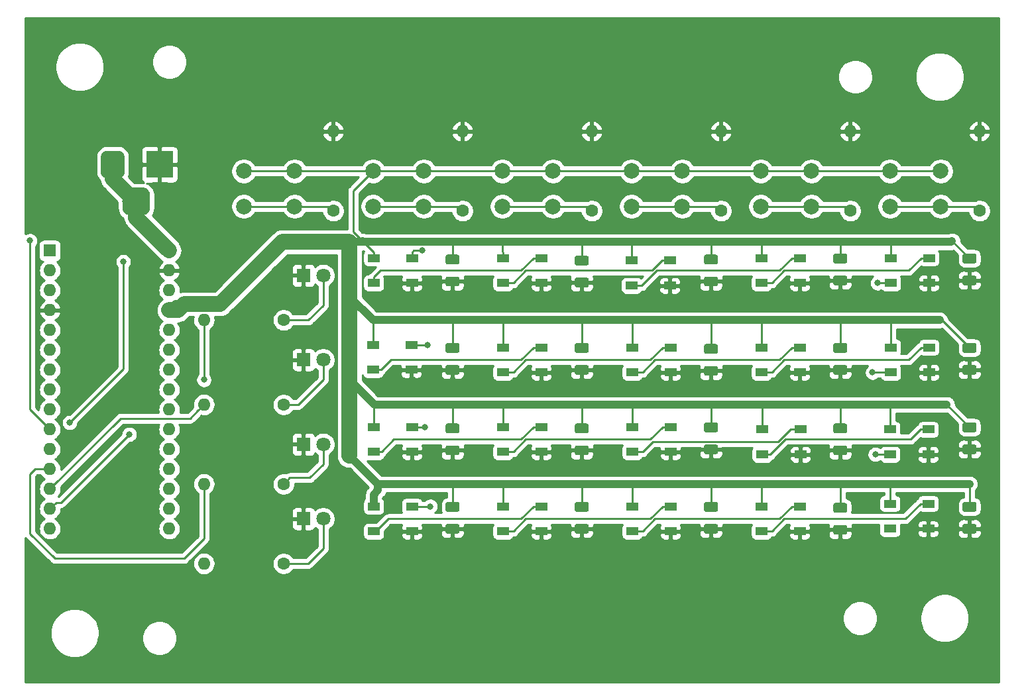
<source format=gbr>
G04 #@! TF.GenerationSoftware,KiCad,Pcbnew,(5.1.2)-1*
G04 #@! TF.CreationDate,2019-05-08T22:22:59+02:00*
G04 #@! TF.ProjectId,LED MATRIX Anzeige,4c454420-4d41-4545-9249-5820416e7a65,rev?*
G04 #@! TF.SameCoordinates,Original*
G04 #@! TF.FileFunction,Copper,L1,Top*
G04 #@! TF.FilePolarity,Positive*
%FSLAX46Y46*%
G04 Gerber Fmt 4.6, Leading zero omitted, Abs format (unit mm)*
G04 Created by KiCad (PCBNEW (5.1.2)-1) date 2019-05-08 22:22:59*
%MOMM*%
%LPD*%
G04 APERTURE LIST*
%ADD10C,0.100000*%
%ADD11C,1.250000*%
%ADD12R,1.600000X1.600000*%
%ADD13O,1.600000X1.600000*%
%ADD14R,1.500000X1.000000*%
%ADD15C,2.000000*%
%ADD16C,1.600000*%
%ADD17R,1.800000X1.800000*%
%ADD18C,1.800000*%
%ADD19R,3.500000X3.500000*%
%ADD20C,3.000000*%
%ADD21C,3.500000*%
%ADD22C,0.800000*%
%ADD23C,0.250000*%
%ADD24C,1.000000*%
%ADD25C,2.000000*%
%ADD26C,0.254000*%
G04 APERTURE END LIST*
D10*
G36*
X191149504Y-102246204D02*
G01*
X191173773Y-102249804D01*
X191197571Y-102255765D01*
X191220671Y-102264030D01*
X191242849Y-102274520D01*
X191263893Y-102287133D01*
X191283598Y-102301747D01*
X191301777Y-102318223D01*
X191318253Y-102336402D01*
X191332867Y-102356107D01*
X191345480Y-102377151D01*
X191355970Y-102399329D01*
X191364235Y-102422429D01*
X191370196Y-102446227D01*
X191373796Y-102470496D01*
X191375000Y-102495000D01*
X191375000Y-103245000D01*
X191373796Y-103269504D01*
X191370196Y-103293773D01*
X191364235Y-103317571D01*
X191355970Y-103340671D01*
X191345480Y-103362849D01*
X191332867Y-103383893D01*
X191318253Y-103403598D01*
X191301777Y-103421777D01*
X191283598Y-103438253D01*
X191263893Y-103452867D01*
X191242849Y-103465480D01*
X191220671Y-103475970D01*
X191197571Y-103484235D01*
X191173773Y-103490196D01*
X191149504Y-103493796D01*
X191125000Y-103495000D01*
X189875000Y-103495000D01*
X189850496Y-103493796D01*
X189826227Y-103490196D01*
X189802429Y-103484235D01*
X189779329Y-103475970D01*
X189757151Y-103465480D01*
X189736107Y-103452867D01*
X189716402Y-103438253D01*
X189698223Y-103421777D01*
X189681747Y-103403598D01*
X189667133Y-103383893D01*
X189654520Y-103362849D01*
X189644030Y-103340671D01*
X189635765Y-103317571D01*
X189629804Y-103293773D01*
X189626204Y-103269504D01*
X189625000Y-103245000D01*
X189625000Y-102495000D01*
X189626204Y-102470496D01*
X189629804Y-102446227D01*
X189635765Y-102422429D01*
X189644030Y-102399329D01*
X189654520Y-102377151D01*
X189667133Y-102356107D01*
X189681747Y-102336402D01*
X189698223Y-102318223D01*
X189716402Y-102301747D01*
X189736107Y-102287133D01*
X189757151Y-102274520D01*
X189779329Y-102264030D01*
X189802429Y-102255765D01*
X189826227Y-102249804D01*
X189850496Y-102246204D01*
X189875000Y-102245000D01*
X191125000Y-102245000D01*
X191149504Y-102246204D01*
X191149504Y-102246204D01*
G37*
D11*
X190500000Y-102870000D03*
D10*
G36*
X191149504Y-99446204D02*
G01*
X191173773Y-99449804D01*
X191197571Y-99455765D01*
X191220671Y-99464030D01*
X191242849Y-99474520D01*
X191263893Y-99487133D01*
X191283598Y-99501747D01*
X191301777Y-99518223D01*
X191318253Y-99536402D01*
X191332867Y-99556107D01*
X191345480Y-99577151D01*
X191355970Y-99599329D01*
X191364235Y-99622429D01*
X191370196Y-99646227D01*
X191373796Y-99670496D01*
X191375000Y-99695000D01*
X191375000Y-100445000D01*
X191373796Y-100469504D01*
X191370196Y-100493773D01*
X191364235Y-100517571D01*
X191355970Y-100540671D01*
X191345480Y-100562849D01*
X191332867Y-100583893D01*
X191318253Y-100603598D01*
X191301777Y-100621777D01*
X191283598Y-100638253D01*
X191263893Y-100652867D01*
X191242849Y-100665480D01*
X191220671Y-100675970D01*
X191197571Y-100684235D01*
X191173773Y-100690196D01*
X191149504Y-100693796D01*
X191125000Y-100695000D01*
X189875000Y-100695000D01*
X189850496Y-100693796D01*
X189826227Y-100690196D01*
X189802429Y-100684235D01*
X189779329Y-100675970D01*
X189757151Y-100665480D01*
X189736107Y-100652867D01*
X189716402Y-100638253D01*
X189698223Y-100621777D01*
X189681747Y-100603598D01*
X189667133Y-100583893D01*
X189654520Y-100562849D01*
X189644030Y-100540671D01*
X189635765Y-100517571D01*
X189629804Y-100493773D01*
X189626204Y-100469504D01*
X189625000Y-100445000D01*
X189625000Y-99695000D01*
X189626204Y-99670496D01*
X189629804Y-99646227D01*
X189635765Y-99622429D01*
X189644030Y-99599329D01*
X189654520Y-99577151D01*
X189667133Y-99556107D01*
X189681747Y-99536402D01*
X189698223Y-99518223D01*
X189716402Y-99501747D01*
X189736107Y-99487133D01*
X189757151Y-99474520D01*
X189779329Y-99464030D01*
X189802429Y-99455765D01*
X189826227Y-99449804D01*
X189850496Y-99446204D01*
X189875000Y-99445000D01*
X191125000Y-99445000D01*
X191149504Y-99446204D01*
X191149504Y-99446204D01*
G37*
D11*
X190500000Y-100070000D03*
D10*
G36*
X191149504Y-92086204D02*
G01*
X191173773Y-92089804D01*
X191197571Y-92095765D01*
X191220671Y-92104030D01*
X191242849Y-92114520D01*
X191263893Y-92127133D01*
X191283598Y-92141747D01*
X191301777Y-92158223D01*
X191318253Y-92176402D01*
X191332867Y-92196107D01*
X191345480Y-92217151D01*
X191355970Y-92239329D01*
X191364235Y-92262429D01*
X191370196Y-92286227D01*
X191373796Y-92310496D01*
X191375000Y-92335000D01*
X191375000Y-93085000D01*
X191373796Y-93109504D01*
X191370196Y-93133773D01*
X191364235Y-93157571D01*
X191355970Y-93180671D01*
X191345480Y-93202849D01*
X191332867Y-93223893D01*
X191318253Y-93243598D01*
X191301777Y-93261777D01*
X191283598Y-93278253D01*
X191263893Y-93292867D01*
X191242849Y-93305480D01*
X191220671Y-93315970D01*
X191197571Y-93324235D01*
X191173773Y-93330196D01*
X191149504Y-93333796D01*
X191125000Y-93335000D01*
X189875000Y-93335000D01*
X189850496Y-93333796D01*
X189826227Y-93330196D01*
X189802429Y-93324235D01*
X189779329Y-93315970D01*
X189757151Y-93305480D01*
X189736107Y-93292867D01*
X189716402Y-93278253D01*
X189698223Y-93261777D01*
X189681747Y-93243598D01*
X189667133Y-93223893D01*
X189654520Y-93202849D01*
X189644030Y-93180671D01*
X189635765Y-93157571D01*
X189629804Y-93133773D01*
X189626204Y-93109504D01*
X189625000Y-93085000D01*
X189625000Y-92335000D01*
X189626204Y-92310496D01*
X189629804Y-92286227D01*
X189635765Y-92262429D01*
X189644030Y-92239329D01*
X189654520Y-92217151D01*
X189667133Y-92196107D01*
X189681747Y-92176402D01*
X189698223Y-92158223D01*
X189716402Y-92141747D01*
X189736107Y-92127133D01*
X189757151Y-92114520D01*
X189779329Y-92104030D01*
X189802429Y-92095765D01*
X189826227Y-92089804D01*
X189850496Y-92086204D01*
X189875000Y-92085000D01*
X191125000Y-92085000D01*
X191149504Y-92086204D01*
X191149504Y-92086204D01*
G37*
D11*
X190500000Y-92710000D03*
D10*
G36*
X191149504Y-89286204D02*
G01*
X191173773Y-89289804D01*
X191197571Y-89295765D01*
X191220671Y-89304030D01*
X191242849Y-89314520D01*
X191263893Y-89327133D01*
X191283598Y-89341747D01*
X191301777Y-89358223D01*
X191318253Y-89376402D01*
X191332867Y-89396107D01*
X191345480Y-89417151D01*
X191355970Y-89439329D01*
X191364235Y-89462429D01*
X191370196Y-89486227D01*
X191373796Y-89510496D01*
X191375000Y-89535000D01*
X191375000Y-90285000D01*
X191373796Y-90309504D01*
X191370196Y-90333773D01*
X191364235Y-90357571D01*
X191355970Y-90380671D01*
X191345480Y-90402849D01*
X191332867Y-90423893D01*
X191318253Y-90443598D01*
X191301777Y-90461777D01*
X191283598Y-90478253D01*
X191263893Y-90492867D01*
X191242849Y-90505480D01*
X191220671Y-90515970D01*
X191197571Y-90524235D01*
X191173773Y-90530196D01*
X191149504Y-90533796D01*
X191125000Y-90535000D01*
X189875000Y-90535000D01*
X189850496Y-90533796D01*
X189826227Y-90530196D01*
X189802429Y-90524235D01*
X189779329Y-90515970D01*
X189757151Y-90505480D01*
X189736107Y-90492867D01*
X189716402Y-90478253D01*
X189698223Y-90461777D01*
X189681747Y-90443598D01*
X189667133Y-90423893D01*
X189654520Y-90402849D01*
X189644030Y-90380671D01*
X189635765Y-90357571D01*
X189629804Y-90333773D01*
X189626204Y-90309504D01*
X189625000Y-90285000D01*
X189625000Y-89535000D01*
X189626204Y-89510496D01*
X189629804Y-89486227D01*
X189635765Y-89462429D01*
X189644030Y-89439329D01*
X189654520Y-89417151D01*
X189667133Y-89396107D01*
X189681747Y-89376402D01*
X189698223Y-89358223D01*
X189716402Y-89341747D01*
X189736107Y-89327133D01*
X189757151Y-89314520D01*
X189779329Y-89304030D01*
X189802429Y-89295765D01*
X189826227Y-89289804D01*
X189850496Y-89286204D01*
X189875000Y-89285000D01*
X191125000Y-89285000D01*
X191149504Y-89286204D01*
X191149504Y-89286204D01*
G37*
D11*
X190500000Y-89910000D03*
D10*
G36*
X191149504Y-81926204D02*
G01*
X191173773Y-81929804D01*
X191197571Y-81935765D01*
X191220671Y-81944030D01*
X191242849Y-81954520D01*
X191263893Y-81967133D01*
X191283598Y-81981747D01*
X191301777Y-81998223D01*
X191318253Y-82016402D01*
X191332867Y-82036107D01*
X191345480Y-82057151D01*
X191355970Y-82079329D01*
X191364235Y-82102429D01*
X191370196Y-82126227D01*
X191373796Y-82150496D01*
X191375000Y-82175000D01*
X191375000Y-82925000D01*
X191373796Y-82949504D01*
X191370196Y-82973773D01*
X191364235Y-82997571D01*
X191355970Y-83020671D01*
X191345480Y-83042849D01*
X191332867Y-83063893D01*
X191318253Y-83083598D01*
X191301777Y-83101777D01*
X191283598Y-83118253D01*
X191263893Y-83132867D01*
X191242849Y-83145480D01*
X191220671Y-83155970D01*
X191197571Y-83164235D01*
X191173773Y-83170196D01*
X191149504Y-83173796D01*
X191125000Y-83175000D01*
X189875000Y-83175000D01*
X189850496Y-83173796D01*
X189826227Y-83170196D01*
X189802429Y-83164235D01*
X189779329Y-83155970D01*
X189757151Y-83145480D01*
X189736107Y-83132867D01*
X189716402Y-83118253D01*
X189698223Y-83101777D01*
X189681747Y-83083598D01*
X189667133Y-83063893D01*
X189654520Y-83042849D01*
X189644030Y-83020671D01*
X189635765Y-82997571D01*
X189629804Y-82973773D01*
X189626204Y-82949504D01*
X189625000Y-82925000D01*
X189625000Y-82175000D01*
X189626204Y-82150496D01*
X189629804Y-82126227D01*
X189635765Y-82102429D01*
X189644030Y-82079329D01*
X189654520Y-82057151D01*
X189667133Y-82036107D01*
X189681747Y-82016402D01*
X189698223Y-81998223D01*
X189716402Y-81981747D01*
X189736107Y-81967133D01*
X189757151Y-81954520D01*
X189779329Y-81944030D01*
X189802429Y-81935765D01*
X189826227Y-81929804D01*
X189850496Y-81926204D01*
X189875000Y-81925000D01*
X191125000Y-81925000D01*
X191149504Y-81926204D01*
X191149504Y-81926204D01*
G37*
D11*
X190500000Y-82550000D03*
D10*
G36*
X191149504Y-79126204D02*
G01*
X191173773Y-79129804D01*
X191197571Y-79135765D01*
X191220671Y-79144030D01*
X191242849Y-79154520D01*
X191263893Y-79167133D01*
X191283598Y-79181747D01*
X191301777Y-79198223D01*
X191318253Y-79216402D01*
X191332867Y-79236107D01*
X191345480Y-79257151D01*
X191355970Y-79279329D01*
X191364235Y-79302429D01*
X191370196Y-79326227D01*
X191373796Y-79350496D01*
X191375000Y-79375000D01*
X191375000Y-80125000D01*
X191373796Y-80149504D01*
X191370196Y-80173773D01*
X191364235Y-80197571D01*
X191355970Y-80220671D01*
X191345480Y-80242849D01*
X191332867Y-80263893D01*
X191318253Y-80283598D01*
X191301777Y-80301777D01*
X191283598Y-80318253D01*
X191263893Y-80332867D01*
X191242849Y-80345480D01*
X191220671Y-80355970D01*
X191197571Y-80364235D01*
X191173773Y-80370196D01*
X191149504Y-80373796D01*
X191125000Y-80375000D01*
X189875000Y-80375000D01*
X189850496Y-80373796D01*
X189826227Y-80370196D01*
X189802429Y-80364235D01*
X189779329Y-80355970D01*
X189757151Y-80345480D01*
X189736107Y-80332867D01*
X189716402Y-80318253D01*
X189698223Y-80301777D01*
X189681747Y-80283598D01*
X189667133Y-80263893D01*
X189654520Y-80242849D01*
X189644030Y-80220671D01*
X189635765Y-80197571D01*
X189629804Y-80173773D01*
X189626204Y-80149504D01*
X189625000Y-80125000D01*
X189625000Y-79375000D01*
X189626204Y-79350496D01*
X189629804Y-79326227D01*
X189635765Y-79302429D01*
X189644030Y-79279329D01*
X189654520Y-79257151D01*
X189667133Y-79236107D01*
X189681747Y-79216402D01*
X189698223Y-79198223D01*
X189716402Y-79181747D01*
X189736107Y-79167133D01*
X189757151Y-79154520D01*
X189779329Y-79144030D01*
X189802429Y-79135765D01*
X189826227Y-79129804D01*
X189850496Y-79126204D01*
X189875000Y-79125000D01*
X191125000Y-79125000D01*
X191149504Y-79126204D01*
X191149504Y-79126204D01*
G37*
D11*
X190500000Y-79750000D03*
D10*
G36*
X191149504Y-70496204D02*
G01*
X191173773Y-70499804D01*
X191197571Y-70505765D01*
X191220671Y-70514030D01*
X191242849Y-70524520D01*
X191263893Y-70537133D01*
X191283598Y-70551747D01*
X191301777Y-70568223D01*
X191318253Y-70586402D01*
X191332867Y-70606107D01*
X191345480Y-70627151D01*
X191355970Y-70649329D01*
X191364235Y-70672429D01*
X191370196Y-70696227D01*
X191373796Y-70720496D01*
X191375000Y-70745000D01*
X191375000Y-71495000D01*
X191373796Y-71519504D01*
X191370196Y-71543773D01*
X191364235Y-71567571D01*
X191355970Y-71590671D01*
X191345480Y-71612849D01*
X191332867Y-71633893D01*
X191318253Y-71653598D01*
X191301777Y-71671777D01*
X191283598Y-71688253D01*
X191263893Y-71702867D01*
X191242849Y-71715480D01*
X191220671Y-71725970D01*
X191197571Y-71734235D01*
X191173773Y-71740196D01*
X191149504Y-71743796D01*
X191125000Y-71745000D01*
X189875000Y-71745000D01*
X189850496Y-71743796D01*
X189826227Y-71740196D01*
X189802429Y-71734235D01*
X189779329Y-71725970D01*
X189757151Y-71715480D01*
X189736107Y-71702867D01*
X189716402Y-71688253D01*
X189698223Y-71671777D01*
X189681747Y-71653598D01*
X189667133Y-71633893D01*
X189654520Y-71612849D01*
X189644030Y-71590671D01*
X189635765Y-71567571D01*
X189629804Y-71543773D01*
X189626204Y-71519504D01*
X189625000Y-71495000D01*
X189625000Y-70745000D01*
X189626204Y-70720496D01*
X189629804Y-70696227D01*
X189635765Y-70672429D01*
X189644030Y-70649329D01*
X189654520Y-70627151D01*
X189667133Y-70606107D01*
X189681747Y-70586402D01*
X189698223Y-70568223D01*
X189716402Y-70551747D01*
X189736107Y-70537133D01*
X189757151Y-70524520D01*
X189779329Y-70514030D01*
X189802429Y-70505765D01*
X189826227Y-70499804D01*
X189850496Y-70496204D01*
X189875000Y-70495000D01*
X191125000Y-70495000D01*
X191149504Y-70496204D01*
X191149504Y-70496204D01*
G37*
D11*
X190500000Y-71120000D03*
D10*
G36*
X191149504Y-67696204D02*
G01*
X191173773Y-67699804D01*
X191197571Y-67705765D01*
X191220671Y-67714030D01*
X191242849Y-67724520D01*
X191263893Y-67737133D01*
X191283598Y-67751747D01*
X191301777Y-67768223D01*
X191318253Y-67786402D01*
X191332867Y-67806107D01*
X191345480Y-67827151D01*
X191355970Y-67849329D01*
X191364235Y-67872429D01*
X191370196Y-67896227D01*
X191373796Y-67920496D01*
X191375000Y-67945000D01*
X191375000Y-68695000D01*
X191373796Y-68719504D01*
X191370196Y-68743773D01*
X191364235Y-68767571D01*
X191355970Y-68790671D01*
X191345480Y-68812849D01*
X191332867Y-68833893D01*
X191318253Y-68853598D01*
X191301777Y-68871777D01*
X191283598Y-68888253D01*
X191263893Y-68902867D01*
X191242849Y-68915480D01*
X191220671Y-68925970D01*
X191197571Y-68934235D01*
X191173773Y-68940196D01*
X191149504Y-68943796D01*
X191125000Y-68945000D01*
X189875000Y-68945000D01*
X189850496Y-68943796D01*
X189826227Y-68940196D01*
X189802429Y-68934235D01*
X189779329Y-68925970D01*
X189757151Y-68915480D01*
X189736107Y-68902867D01*
X189716402Y-68888253D01*
X189698223Y-68871777D01*
X189681747Y-68853598D01*
X189667133Y-68833893D01*
X189654520Y-68812849D01*
X189644030Y-68790671D01*
X189635765Y-68767571D01*
X189629804Y-68743773D01*
X189626204Y-68719504D01*
X189625000Y-68695000D01*
X189625000Y-67945000D01*
X189626204Y-67920496D01*
X189629804Y-67896227D01*
X189635765Y-67872429D01*
X189644030Y-67849329D01*
X189654520Y-67827151D01*
X189667133Y-67806107D01*
X189681747Y-67786402D01*
X189698223Y-67768223D01*
X189716402Y-67751747D01*
X189736107Y-67737133D01*
X189757151Y-67724520D01*
X189779329Y-67714030D01*
X189802429Y-67705765D01*
X189826227Y-67699804D01*
X189850496Y-67696204D01*
X189875000Y-67695000D01*
X191125000Y-67695000D01*
X191149504Y-67696204D01*
X191149504Y-67696204D01*
G37*
D11*
X190500000Y-68320000D03*
D10*
G36*
X125109504Y-70626204D02*
G01*
X125133773Y-70629804D01*
X125157571Y-70635765D01*
X125180671Y-70644030D01*
X125202849Y-70654520D01*
X125223893Y-70667133D01*
X125243598Y-70681747D01*
X125261777Y-70698223D01*
X125278253Y-70716402D01*
X125292867Y-70736107D01*
X125305480Y-70757151D01*
X125315970Y-70779329D01*
X125324235Y-70802429D01*
X125330196Y-70826227D01*
X125333796Y-70850496D01*
X125335000Y-70875000D01*
X125335000Y-71625000D01*
X125333796Y-71649504D01*
X125330196Y-71673773D01*
X125324235Y-71697571D01*
X125315970Y-71720671D01*
X125305480Y-71742849D01*
X125292867Y-71763893D01*
X125278253Y-71783598D01*
X125261777Y-71801777D01*
X125243598Y-71818253D01*
X125223893Y-71832867D01*
X125202849Y-71845480D01*
X125180671Y-71855970D01*
X125157571Y-71864235D01*
X125133773Y-71870196D01*
X125109504Y-71873796D01*
X125085000Y-71875000D01*
X123835000Y-71875000D01*
X123810496Y-71873796D01*
X123786227Y-71870196D01*
X123762429Y-71864235D01*
X123739329Y-71855970D01*
X123717151Y-71845480D01*
X123696107Y-71832867D01*
X123676402Y-71818253D01*
X123658223Y-71801777D01*
X123641747Y-71783598D01*
X123627133Y-71763893D01*
X123614520Y-71742849D01*
X123604030Y-71720671D01*
X123595765Y-71697571D01*
X123589804Y-71673773D01*
X123586204Y-71649504D01*
X123585000Y-71625000D01*
X123585000Y-70875000D01*
X123586204Y-70850496D01*
X123589804Y-70826227D01*
X123595765Y-70802429D01*
X123604030Y-70779329D01*
X123614520Y-70757151D01*
X123627133Y-70736107D01*
X123641747Y-70716402D01*
X123658223Y-70698223D01*
X123676402Y-70681747D01*
X123696107Y-70667133D01*
X123717151Y-70654520D01*
X123739329Y-70644030D01*
X123762429Y-70635765D01*
X123786227Y-70629804D01*
X123810496Y-70626204D01*
X123835000Y-70625000D01*
X125085000Y-70625000D01*
X125109504Y-70626204D01*
X125109504Y-70626204D01*
G37*
D11*
X124460000Y-71250000D03*
D10*
G36*
X125109504Y-67826204D02*
G01*
X125133773Y-67829804D01*
X125157571Y-67835765D01*
X125180671Y-67844030D01*
X125202849Y-67854520D01*
X125223893Y-67867133D01*
X125243598Y-67881747D01*
X125261777Y-67898223D01*
X125278253Y-67916402D01*
X125292867Y-67936107D01*
X125305480Y-67957151D01*
X125315970Y-67979329D01*
X125324235Y-68002429D01*
X125330196Y-68026227D01*
X125333796Y-68050496D01*
X125335000Y-68075000D01*
X125335000Y-68825000D01*
X125333796Y-68849504D01*
X125330196Y-68873773D01*
X125324235Y-68897571D01*
X125315970Y-68920671D01*
X125305480Y-68942849D01*
X125292867Y-68963893D01*
X125278253Y-68983598D01*
X125261777Y-69001777D01*
X125243598Y-69018253D01*
X125223893Y-69032867D01*
X125202849Y-69045480D01*
X125180671Y-69055970D01*
X125157571Y-69064235D01*
X125133773Y-69070196D01*
X125109504Y-69073796D01*
X125085000Y-69075000D01*
X123835000Y-69075000D01*
X123810496Y-69073796D01*
X123786227Y-69070196D01*
X123762429Y-69064235D01*
X123739329Y-69055970D01*
X123717151Y-69045480D01*
X123696107Y-69032867D01*
X123676402Y-69018253D01*
X123658223Y-69001777D01*
X123641747Y-68983598D01*
X123627133Y-68963893D01*
X123614520Y-68942849D01*
X123604030Y-68920671D01*
X123595765Y-68897571D01*
X123589804Y-68873773D01*
X123586204Y-68849504D01*
X123585000Y-68825000D01*
X123585000Y-68075000D01*
X123586204Y-68050496D01*
X123589804Y-68026227D01*
X123595765Y-68002429D01*
X123604030Y-67979329D01*
X123614520Y-67957151D01*
X123627133Y-67936107D01*
X123641747Y-67916402D01*
X123658223Y-67898223D01*
X123676402Y-67881747D01*
X123696107Y-67867133D01*
X123717151Y-67854520D01*
X123739329Y-67844030D01*
X123762429Y-67835765D01*
X123786227Y-67829804D01*
X123810496Y-67826204D01*
X123835000Y-67825000D01*
X125085000Y-67825000D01*
X125109504Y-67826204D01*
X125109504Y-67826204D01*
G37*
D11*
X124460000Y-68450000D03*
D10*
G36*
X125109504Y-79126204D02*
G01*
X125133773Y-79129804D01*
X125157571Y-79135765D01*
X125180671Y-79144030D01*
X125202849Y-79154520D01*
X125223893Y-79167133D01*
X125243598Y-79181747D01*
X125261777Y-79198223D01*
X125278253Y-79216402D01*
X125292867Y-79236107D01*
X125305480Y-79257151D01*
X125315970Y-79279329D01*
X125324235Y-79302429D01*
X125330196Y-79326227D01*
X125333796Y-79350496D01*
X125335000Y-79375000D01*
X125335000Y-80125000D01*
X125333796Y-80149504D01*
X125330196Y-80173773D01*
X125324235Y-80197571D01*
X125315970Y-80220671D01*
X125305480Y-80242849D01*
X125292867Y-80263893D01*
X125278253Y-80283598D01*
X125261777Y-80301777D01*
X125243598Y-80318253D01*
X125223893Y-80332867D01*
X125202849Y-80345480D01*
X125180671Y-80355970D01*
X125157571Y-80364235D01*
X125133773Y-80370196D01*
X125109504Y-80373796D01*
X125085000Y-80375000D01*
X123835000Y-80375000D01*
X123810496Y-80373796D01*
X123786227Y-80370196D01*
X123762429Y-80364235D01*
X123739329Y-80355970D01*
X123717151Y-80345480D01*
X123696107Y-80332867D01*
X123676402Y-80318253D01*
X123658223Y-80301777D01*
X123641747Y-80283598D01*
X123627133Y-80263893D01*
X123614520Y-80242849D01*
X123604030Y-80220671D01*
X123595765Y-80197571D01*
X123589804Y-80173773D01*
X123586204Y-80149504D01*
X123585000Y-80125000D01*
X123585000Y-79375000D01*
X123586204Y-79350496D01*
X123589804Y-79326227D01*
X123595765Y-79302429D01*
X123604030Y-79279329D01*
X123614520Y-79257151D01*
X123627133Y-79236107D01*
X123641747Y-79216402D01*
X123658223Y-79198223D01*
X123676402Y-79181747D01*
X123696107Y-79167133D01*
X123717151Y-79154520D01*
X123739329Y-79144030D01*
X123762429Y-79135765D01*
X123786227Y-79129804D01*
X123810496Y-79126204D01*
X123835000Y-79125000D01*
X125085000Y-79125000D01*
X125109504Y-79126204D01*
X125109504Y-79126204D01*
G37*
D11*
X124460000Y-79750000D03*
D10*
G36*
X125109504Y-81926204D02*
G01*
X125133773Y-81929804D01*
X125157571Y-81935765D01*
X125180671Y-81944030D01*
X125202849Y-81954520D01*
X125223893Y-81967133D01*
X125243598Y-81981747D01*
X125261777Y-81998223D01*
X125278253Y-82016402D01*
X125292867Y-82036107D01*
X125305480Y-82057151D01*
X125315970Y-82079329D01*
X125324235Y-82102429D01*
X125330196Y-82126227D01*
X125333796Y-82150496D01*
X125335000Y-82175000D01*
X125335000Y-82925000D01*
X125333796Y-82949504D01*
X125330196Y-82973773D01*
X125324235Y-82997571D01*
X125315970Y-83020671D01*
X125305480Y-83042849D01*
X125292867Y-83063893D01*
X125278253Y-83083598D01*
X125261777Y-83101777D01*
X125243598Y-83118253D01*
X125223893Y-83132867D01*
X125202849Y-83145480D01*
X125180671Y-83155970D01*
X125157571Y-83164235D01*
X125133773Y-83170196D01*
X125109504Y-83173796D01*
X125085000Y-83175000D01*
X123835000Y-83175000D01*
X123810496Y-83173796D01*
X123786227Y-83170196D01*
X123762429Y-83164235D01*
X123739329Y-83155970D01*
X123717151Y-83145480D01*
X123696107Y-83132867D01*
X123676402Y-83118253D01*
X123658223Y-83101777D01*
X123641747Y-83083598D01*
X123627133Y-83063893D01*
X123614520Y-83042849D01*
X123604030Y-83020671D01*
X123595765Y-82997571D01*
X123589804Y-82973773D01*
X123586204Y-82949504D01*
X123585000Y-82925000D01*
X123585000Y-82175000D01*
X123586204Y-82150496D01*
X123589804Y-82126227D01*
X123595765Y-82102429D01*
X123604030Y-82079329D01*
X123614520Y-82057151D01*
X123627133Y-82036107D01*
X123641747Y-82016402D01*
X123658223Y-81998223D01*
X123676402Y-81981747D01*
X123696107Y-81967133D01*
X123717151Y-81954520D01*
X123739329Y-81944030D01*
X123762429Y-81935765D01*
X123786227Y-81929804D01*
X123810496Y-81926204D01*
X123835000Y-81925000D01*
X125085000Y-81925000D01*
X125109504Y-81926204D01*
X125109504Y-81926204D01*
G37*
D11*
X124460000Y-82550000D03*
D10*
G36*
X125109504Y-92216204D02*
G01*
X125133773Y-92219804D01*
X125157571Y-92225765D01*
X125180671Y-92234030D01*
X125202849Y-92244520D01*
X125223893Y-92257133D01*
X125243598Y-92271747D01*
X125261777Y-92288223D01*
X125278253Y-92306402D01*
X125292867Y-92326107D01*
X125305480Y-92347151D01*
X125315970Y-92369329D01*
X125324235Y-92392429D01*
X125330196Y-92416227D01*
X125333796Y-92440496D01*
X125335000Y-92465000D01*
X125335000Y-93215000D01*
X125333796Y-93239504D01*
X125330196Y-93263773D01*
X125324235Y-93287571D01*
X125315970Y-93310671D01*
X125305480Y-93332849D01*
X125292867Y-93353893D01*
X125278253Y-93373598D01*
X125261777Y-93391777D01*
X125243598Y-93408253D01*
X125223893Y-93422867D01*
X125202849Y-93435480D01*
X125180671Y-93445970D01*
X125157571Y-93454235D01*
X125133773Y-93460196D01*
X125109504Y-93463796D01*
X125085000Y-93465000D01*
X123835000Y-93465000D01*
X123810496Y-93463796D01*
X123786227Y-93460196D01*
X123762429Y-93454235D01*
X123739329Y-93445970D01*
X123717151Y-93435480D01*
X123696107Y-93422867D01*
X123676402Y-93408253D01*
X123658223Y-93391777D01*
X123641747Y-93373598D01*
X123627133Y-93353893D01*
X123614520Y-93332849D01*
X123604030Y-93310671D01*
X123595765Y-93287571D01*
X123589804Y-93263773D01*
X123586204Y-93239504D01*
X123585000Y-93215000D01*
X123585000Y-92465000D01*
X123586204Y-92440496D01*
X123589804Y-92416227D01*
X123595765Y-92392429D01*
X123604030Y-92369329D01*
X123614520Y-92347151D01*
X123627133Y-92326107D01*
X123641747Y-92306402D01*
X123658223Y-92288223D01*
X123676402Y-92271747D01*
X123696107Y-92257133D01*
X123717151Y-92244520D01*
X123739329Y-92234030D01*
X123762429Y-92225765D01*
X123786227Y-92219804D01*
X123810496Y-92216204D01*
X123835000Y-92215000D01*
X125085000Y-92215000D01*
X125109504Y-92216204D01*
X125109504Y-92216204D01*
G37*
D11*
X124460000Y-92840000D03*
D10*
G36*
X125109504Y-89416204D02*
G01*
X125133773Y-89419804D01*
X125157571Y-89425765D01*
X125180671Y-89434030D01*
X125202849Y-89444520D01*
X125223893Y-89457133D01*
X125243598Y-89471747D01*
X125261777Y-89488223D01*
X125278253Y-89506402D01*
X125292867Y-89526107D01*
X125305480Y-89547151D01*
X125315970Y-89569329D01*
X125324235Y-89592429D01*
X125330196Y-89616227D01*
X125333796Y-89640496D01*
X125335000Y-89665000D01*
X125335000Y-90415000D01*
X125333796Y-90439504D01*
X125330196Y-90463773D01*
X125324235Y-90487571D01*
X125315970Y-90510671D01*
X125305480Y-90532849D01*
X125292867Y-90553893D01*
X125278253Y-90573598D01*
X125261777Y-90591777D01*
X125243598Y-90608253D01*
X125223893Y-90622867D01*
X125202849Y-90635480D01*
X125180671Y-90645970D01*
X125157571Y-90654235D01*
X125133773Y-90660196D01*
X125109504Y-90663796D01*
X125085000Y-90665000D01*
X123835000Y-90665000D01*
X123810496Y-90663796D01*
X123786227Y-90660196D01*
X123762429Y-90654235D01*
X123739329Y-90645970D01*
X123717151Y-90635480D01*
X123696107Y-90622867D01*
X123676402Y-90608253D01*
X123658223Y-90591777D01*
X123641747Y-90573598D01*
X123627133Y-90553893D01*
X123614520Y-90532849D01*
X123604030Y-90510671D01*
X123595765Y-90487571D01*
X123589804Y-90463773D01*
X123586204Y-90439504D01*
X123585000Y-90415000D01*
X123585000Y-89665000D01*
X123586204Y-89640496D01*
X123589804Y-89616227D01*
X123595765Y-89592429D01*
X123604030Y-89569329D01*
X123614520Y-89547151D01*
X123627133Y-89526107D01*
X123641747Y-89506402D01*
X123658223Y-89488223D01*
X123676402Y-89471747D01*
X123696107Y-89457133D01*
X123717151Y-89444520D01*
X123739329Y-89434030D01*
X123762429Y-89425765D01*
X123786227Y-89419804D01*
X123810496Y-89416204D01*
X123835000Y-89415000D01*
X125085000Y-89415000D01*
X125109504Y-89416204D01*
X125109504Y-89416204D01*
G37*
D11*
X124460000Y-90040000D03*
D10*
G36*
X125109504Y-99446204D02*
G01*
X125133773Y-99449804D01*
X125157571Y-99455765D01*
X125180671Y-99464030D01*
X125202849Y-99474520D01*
X125223893Y-99487133D01*
X125243598Y-99501747D01*
X125261777Y-99518223D01*
X125278253Y-99536402D01*
X125292867Y-99556107D01*
X125305480Y-99577151D01*
X125315970Y-99599329D01*
X125324235Y-99622429D01*
X125330196Y-99646227D01*
X125333796Y-99670496D01*
X125335000Y-99695000D01*
X125335000Y-100445000D01*
X125333796Y-100469504D01*
X125330196Y-100493773D01*
X125324235Y-100517571D01*
X125315970Y-100540671D01*
X125305480Y-100562849D01*
X125292867Y-100583893D01*
X125278253Y-100603598D01*
X125261777Y-100621777D01*
X125243598Y-100638253D01*
X125223893Y-100652867D01*
X125202849Y-100665480D01*
X125180671Y-100675970D01*
X125157571Y-100684235D01*
X125133773Y-100690196D01*
X125109504Y-100693796D01*
X125085000Y-100695000D01*
X123835000Y-100695000D01*
X123810496Y-100693796D01*
X123786227Y-100690196D01*
X123762429Y-100684235D01*
X123739329Y-100675970D01*
X123717151Y-100665480D01*
X123696107Y-100652867D01*
X123676402Y-100638253D01*
X123658223Y-100621777D01*
X123641747Y-100603598D01*
X123627133Y-100583893D01*
X123614520Y-100562849D01*
X123604030Y-100540671D01*
X123595765Y-100517571D01*
X123589804Y-100493773D01*
X123586204Y-100469504D01*
X123585000Y-100445000D01*
X123585000Y-99695000D01*
X123586204Y-99670496D01*
X123589804Y-99646227D01*
X123595765Y-99622429D01*
X123604030Y-99599329D01*
X123614520Y-99577151D01*
X123627133Y-99556107D01*
X123641747Y-99536402D01*
X123658223Y-99518223D01*
X123676402Y-99501747D01*
X123696107Y-99487133D01*
X123717151Y-99474520D01*
X123739329Y-99464030D01*
X123762429Y-99455765D01*
X123786227Y-99449804D01*
X123810496Y-99446204D01*
X123835000Y-99445000D01*
X125085000Y-99445000D01*
X125109504Y-99446204D01*
X125109504Y-99446204D01*
G37*
D11*
X124460000Y-100070000D03*
D10*
G36*
X125109504Y-102246204D02*
G01*
X125133773Y-102249804D01*
X125157571Y-102255765D01*
X125180671Y-102264030D01*
X125202849Y-102274520D01*
X125223893Y-102287133D01*
X125243598Y-102301747D01*
X125261777Y-102318223D01*
X125278253Y-102336402D01*
X125292867Y-102356107D01*
X125305480Y-102377151D01*
X125315970Y-102399329D01*
X125324235Y-102422429D01*
X125330196Y-102446227D01*
X125333796Y-102470496D01*
X125335000Y-102495000D01*
X125335000Y-103245000D01*
X125333796Y-103269504D01*
X125330196Y-103293773D01*
X125324235Y-103317571D01*
X125315970Y-103340671D01*
X125305480Y-103362849D01*
X125292867Y-103383893D01*
X125278253Y-103403598D01*
X125261777Y-103421777D01*
X125243598Y-103438253D01*
X125223893Y-103452867D01*
X125202849Y-103465480D01*
X125180671Y-103475970D01*
X125157571Y-103484235D01*
X125133773Y-103490196D01*
X125109504Y-103493796D01*
X125085000Y-103495000D01*
X123835000Y-103495000D01*
X123810496Y-103493796D01*
X123786227Y-103490196D01*
X123762429Y-103484235D01*
X123739329Y-103475970D01*
X123717151Y-103465480D01*
X123696107Y-103452867D01*
X123676402Y-103438253D01*
X123658223Y-103421777D01*
X123641747Y-103403598D01*
X123627133Y-103383893D01*
X123614520Y-103362849D01*
X123604030Y-103340671D01*
X123595765Y-103317571D01*
X123589804Y-103293773D01*
X123586204Y-103269504D01*
X123585000Y-103245000D01*
X123585000Y-102495000D01*
X123586204Y-102470496D01*
X123589804Y-102446227D01*
X123595765Y-102422429D01*
X123604030Y-102399329D01*
X123614520Y-102377151D01*
X123627133Y-102356107D01*
X123641747Y-102336402D01*
X123658223Y-102318223D01*
X123676402Y-102301747D01*
X123696107Y-102287133D01*
X123717151Y-102274520D01*
X123739329Y-102264030D01*
X123762429Y-102255765D01*
X123786227Y-102249804D01*
X123810496Y-102246204D01*
X123835000Y-102245000D01*
X125085000Y-102245000D01*
X125109504Y-102246204D01*
X125109504Y-102246204D01*
G37*
D11*
X124460000Y-102870000D03*
D10*
G36*
X141619504Y-67956204D02*
G01*
X141643773Y-67959804D01*
X141667571Y-67965765D01*
X141690671Y-67974030D01*
X141712849Y-67984520D01*
X141733893Y-67997133D01*
X141753598Y-68011747D01*
X141771777Y-68028223D01*
X141788253Y-68046402D01*
X141802867Y-68066107D01*
X141815480Y-68087151D01*
X141825970Y-68109329D01*
X141834235Y-68132429D01*
X141840196Y-68156227D01*
X141843796Y-68180496D01*
X141845000Y-68205000D01*
X141845000Y-68955000D01*
X141843796Y-68979504D01*
X141840196Y-69003773D01*
X141834235Y-69027571D01*
X141825970Y-69050671D01*
X141815480Y-69072849D01*
X141802867Y-69093893D01*
X141788253Y-69113598D01*
X141771777Y-69131777D01*
X141753598Y-69148253D01*
X141733893Y-69162867D01*
X141712849Y-69175480D01*
X141690671Y-69185970D01*
X141667571Y-69194235D01*
X141643773Y-69200196D01*
X141619504Y-69203796D01*
X141595000Y-69205000D01*
X140345000Y-69205000D01*
X140320496Y-69203796D01*
X140296227Y-69200196D01*
X140272429Y-69194235D01*
X140249329Y-69185970D01*
X140227151Y-69175480D01*
X140206107Y-69162867D01*
X140186402Y-69148253D01*
X140168223Y-69131777D01*
X140151747Y-69113598D01*
X140137133Y-69093893D01*
X140124520Y-69072849D01*
X140114030Y-69050671D01*
X140105765Y-69027571D01*
X140099804Y-69003773D01*
X140096204Y-68979504D01*
X140095000Y-68955000D01*
X140095000Y-68205000D01*
X140096204Y-68180496D01*
X140099804Y-68156227D01*
X140105765Y-68132429D01*
X140114030Y-68109329D01*
X140124520Y-68087151D01*
X140137133Y-68066107D01*
X140151747Y-68046402D01*
X140168223Y-68028223D01*
X140186402Y-68011747D01*
X140206107Y-67997133D01*
X140227151Y-67984520D01*
X140249329Y-67974030D01*
X140272429Y-67965765D01*
X140296227Y-67959804D01*
X140320496Y-67956204D01*
X140345000Y-67955000D01*
X141595000Y-67955000D01*
X141619504Y-67956204D01*
X141619504Y-67956204D01*
G37*
D11*
X140970000Y-68580000D03*
D10*
G36*
X141619504Y-70756204D02*
G01*
X141643773Y-70759804D01*
X141667571Y-70765765D01*
X141690671Y-70774030D01*
X141712849Y-70784520D01*
X141733893Y-70797133D01*
X141753598Y-70811747D01*
X141771777Y-70828223D01*
X141788253Y-70846402D01*
X141802867Y-70866107D01*
X141815480Y-70887151D01*
X141825970Y-70909329D01*
X141834235Y-70932429D01*
X141840196Y-70956227D01*
X141843796Y-70980496D01*
X141845000Y-71005000D01*
X141845000Y-71755000D01*
X141843796Y-71779504D01*
X141840196Y-71803773D01*
X141834235Y-71827571D01*
X141825970Y-71850671D01*
X141815480Y-71872849D01*
X141802867Y-71893893D01*
X141788253Y-71913598D01*
X141771777Y-71931777D01*
X141753598Y-71948253D01*
X141733893Y-71962867D01*
X141712849Y-71975480D01*
X141690671Y-71985970D01*
X141667571Y-71994235D01*
X141643773Y-72000196D01*
X141619504Y-72003796D01*
X141595000Y-72005000D01*
X140345000Y-72005000D01*
X140320496Y-72003796D01*
X140296227Y-72000196D01*
X140272429Y-71994235D01*
X140249329Y-71985970D01*
X140227151Y-71975480D01*
X140206107Y-71962867D01*
X140186402Y-71948253D01*
X140168223Y-71931777D01*
X140151747Y-71913598D01*
X140137133Y-71893893D01*
X140124520Y-71872849D01*
X140114030Y-71850671D01*
X140105765Y-71827571D01*
X140099804Y-71803773D01*
X140096204Y-71779504D01*
X140095000Y-71755000D01*
X140095000Y-71005000D01*
X140096204Y-70980496D01*
X140099804Y-70956227D01*
X140105765Y-70932429D01*
X140114030Y-70909329D01*
X140124520Y-70887151D01*
X140137133Y-70866107D01*
X140151747Y-70846402D01*
X140168223Y-70828223D01*
X140186402Y-70811747D01*
X140206107Y-70797133D01*
X140227151Y-70784520D01*
X140249329Y-70774030D01*
X140272429Y-70765765D01*
X140296227Y-70759804D01*
X140320496Y-70756204D01*
X140345000Y-70755000D01*
X141595000Y-70755000D01*
X141619504Y-70756204D01*
X141619504Y-70756204D01*
G37*
D11*
X140970000Y-71380000D03*
D10*
G36*
X141619504Y-79126204D02*
G01*
X141643773Y-79129804D01*
X141667571Y-79135765D01*
X141690671Y-79144030D01*
X141712849Y-79154520D01*
X141733893Y-79167133D01*
X141753598Y-79181747D01*
X141771777Y-79198223D01*
X141788253Y-79216402D01*
X141802867Y-79236107D01*
X141815480Y-79257151D01*
X141825970Y-79279329D01*
X141834235Y-79302429D01*
X141840196Y-79326227D01*
X141843796Y-79350496D01*
X141845000Y-79375000D01*
X141845000Y-80125000D01*
X141843796Y-80149504D01*
X141840196Y-80173773D01*
X141834235Y-80197571D01*
X141825970Y-80220671D01*
X141815480Y-80242849D01*
X141802867Y-80263893D01*
X141788253Y-80283598D01*
X141771777Y-80301777D01*
X141753598Y-80318253D01*
X141733893Y-80332867D01*
X141712849Y-80345480D01*
X141690671Y-80355970D01*
X141667571Y-80364235D01*
X141643773Y-80370196D01*
X141619504Y-80373796D01*
X141595000Y-80375000D01*
X140345000Y-80375000D01*
X140320496Y-80373796D01*
X140296227Y-80370196D01*
X140272429Y-80364235D01*
X140249329Y-80355970D01*
X140227151Y-80345480D01*
X140206107Y-80332867D01*
X140186402Y-80318253D01*
X140168223Y-80301777D01*
X140151747Y-80283598D01*
X140137133Y-80263893D01*
X140124520Y-80242849D01*
X140114030Y-80220671D01*
X140105765Y-80197571D01*
X140099804Y-80173773D01*
X140096204Y-80149504D01*
X140095000Y-80125000D01*
X140095000Y-79375000D01*
X140096204Y-79350496D01*
X140099804Y-79326227D01*
X140105765Y-79302429D01*
X140114030Y-79279329D01*
X140124520Y-79257151D01*
X140137133Y-79236107D01*
X140151747Y-79216402D01*
X140168223Y-79198223D01*
X140186402Y-79181747D01*
X140206107Y-79167133D01*
X140227151Y-79154520D01*
X140249329Y-79144030D01*
X140272429Y-79135765D01*
X140296227Y-79129804D01*
X140320496Y-79126204D01*
X140345000Y-79125000D01*
X141595000Y-79125000D01*
X141619504Y-79126204D01*
X141619504Y-79126204D01*
G37*
D11*
X140970000Y-79750000D03*
D10*
G36*
X141619504Y-81926204D02*
G01*
X141643773Y-81929804D01*
X141667571Y-81935765D01*
X141690671Y-81944030D01*
X141712849Y-81954520D01*
X141733893Y-81967133D01*
X141753598Y-81981747D01*
X141771777Y-81998223D01*
X141788253Y-82016402D01*
X141802867Y-82036107D01*
X141815480Y-82057151D01*
X141825970Y-82079329D01*
X141834235Y-82102429D01*
X141840196Y-82126227D01*
X141843796Y-82150496D01*
X141845000Y-82175000D01*
X141845000Y-82925000D01*
X141843796Y-82949504D01*
X141840196Y-82973773D01*
X141834235Y-82997571D01*
X141825970Y-83020671D01*
X141815480Y-83042849D01*
X141802867Y-83063893D01*
X141788253Y-83083598D01*
X141771777Y-83101777D01*
X141753598Y-83118253D01*
X141733893Y-83132867D01*
X141712849Y-83145480D01*
X141690671Y-83155970D01*
X141667571Y-83164235D01*
X141643773Y-83170196D01*
X141619504Y-83173796D01*
X141595000Y-83175000D01*
X140345000Y-83175000D01*
X140320496Y-83173796D01*
X140296227Y-83170196D01*
X140272429Y-83164235D01*
X140249329Y-83155970D01*
X140227151Y-83145480D01*
X140206107Y-83132867D01*
X140186402Y-83118253D01*
X140168223Y-83101777D01*
X140151747Y-83083598D01*
X140137133Y-83063893D01*
X140124520Y-83042849D01*
X140114030Y-83020671D01*
X140105765Y-82997571D01*
X140099804Y-82973773D01*
X140096204Y-82949504D01*
X140095000Y-82925000D01*
X140095000Y-82175000D01*
X140096204Y-82150496D01*
X140099804Y-82126227D01*
X140105765Y-82102429D01*
X140114030Y-82079329D01*
X140124520Y-82057151D01*
X140137133Y-82036107D01*
X140151747Y-82016402D01*
X140168223Y-81998223D01*
X140186402Y-81981747D01*
X140206107Y-81967133D01*
X140227151Y-81954520D01*
X140249329Y-81944030D01*
X140272429Y-81935765D01*
X140296227Y-81929804D01*
X140320496Y-81926204D01*
X140345000Y-81925000D01*
X141595000Y-81925000D01*
X141619504Y-81926204D01*
X141619504Y-81926204D01*
G37*
D11*
X140970000Y-82550000D03*
D10*
G36*
X141619504Y-89416204D02*
G01*
X141643773Y-89419804D01*
X141667571Y-89425765D01*
X141690671Y-89434030D01*
X141712849Y-89444520D01*
X141733893Y-89457133D01*
X141753598Y-89471747D01*
X141771777Y-89488223D01*
X141788253Y-89506402D01*
X141802867Y-89526107D01*
X141815480Y-89547151D01*
X141825970Y-89569329D01*
X141834235Y-89592429D01*
X141840196Y-89616227D01*
X141843796Y-89640496D01*
X141845000Y-89665000D01*
X141845000Y-90415000D01*
X141843796Y-90439504D01*
X141840196Y-90463773D01*
X141834235Y-90487571D01*
X141825970Y-90510671D01*
X141815480Y-90532849D01*
X141802867Y-90553893D01*
X141788253Y-90573598D01*
X141771777Y-90591777D01*
X141753598Y-90608253D01*
X141733893Y-90622867D01*
X141712849Y-90635480D01*
X141690671Y-90645970D01*
X141667571Y-90654235D01*
X141643773Y-90660196D01*
X141619504Y-90663796D01*
X141595000Y-90665000D01*
X140345000Y-90665000D01*
X140320496Y-90663796D01*
X140296227Y-90660196D01*
X140272429Y-90654235D01*
X140249329Y-90645970D01*
X140227151Y-90635480D01*
X140206107Y-90622867D01*
X140186402Y-90608253D01*
X140168223Y-90591777D01*
X140151747Y-90573598D01*
X140137133Y-90553893D01*
X140124520Y-90532849D01*
X140114030Y-90510671D01*
X140105765Y-90487571D01*
X140099804Y-90463773D01*
X140096204Y-90439504D01*
X140095000Y-90415000D01*
X140095000Y-89665000D01*
X140096204Y-89640496D01*
X140099804Y-89616227D01*
X140105765Y-89592429D01*
X140114030Y-89569329D01*
X140124520Y-89547151D01*
X140137133Y-89526107D01*
X140151747Y-89506402D01*
X140168223Y-89488223D01*
X140186402Y-89471747D01*
X140206107Y-89457133D01*
X140227151Y-89444520D01*
X140249329Y-89434030D01*
X140272429Y-89425765D01*
X140296227Y-89419804D01*
X140320496Y-89416204D01*
X140345000Y-89415000D01*
X141595000Y-89415000D01*
X141619504Y-89416204D01*
X141619504Y-89416204D01*
G37*
D11*
X140970000Y-90040000D03*
D10*
G36*
X141619504Y-92216204D02*
G01*
X141643773Y-92219804D01*
X141667571Y-92225765D01*
X141690671Y-92234030D01*
X141712849Y-92244520D01*
X141733893Y-92257133D01*
X141753598Y-92271747D01*
X141771777Y-92288223D01*
X141788253Y-92306402D01*
X141802867Y-92326107D01*
X141815480Y-92347151D01*
X141825970Y-92369329D01*
X141834235Y-92392429D01*
X141840196Y-92416227D01*
X141843796Y-92440496D01*
X141845000Y-92465000D01*
X141845000Y-93215000D01*
X141843796Y-93239504D01*
X141840196Y-93263773D01*
X141834235Y-93287571D01*
X141825970Y-93310671D01*
X141815480Y-93332849D01*
X141802867Y-93353893D01*
X141788253Y-93373598D01*
X141771777Y-93391777D01*
X141753598Y-93408253D01*
X141733893Y-93422867D01*
X141712849Y-93435480D01*
X141690671Y-93445970D01*
X141667571Y-93454235D01*
X141643773Y-93460196D01*
X141619504Y-93463796D01*
X141595000Y-93465000D01*
X140345000Y-93465000D01*
X140320496Y-93463796D01*
X140296227Y-93460196D01*
X140272429Y-93454235D01*
X140249329Y-93445970D01*
X140227151Y-93435480D01*
X140206107Y-93422867D01*
X140186402Y-93408253D01*
X140168223Y-93391777D01*
X140151747Y-93373598D01*
X140137133Y-93353893D01*
X140124520Y-93332849D01*
X140114030Y-93310671D01*
X140105765Y-93287571D01*
X140099804Y-93263773D01*
X140096204Y-93239504D01*
X140095000Y-93215000D01*
X140095000Y-92465000D01*
X140096204Y-92440496D01*
X140099804Y-92416227D01*
X140105765Y-92392429D01*
X140114030Y-92369329D01*
X140124520Y-92347151D01*
X140137133Y-92326107D01*
X140151747Y-92306402D01*
X140168223Y-92288223D01*
X140186402Y-92271747D01*
X140206107Y-92257133D01*
X140227151Y-92244520D01*
X140249329Y-92234030D01*
X140272429Y-92225765D01*
X140296227Y-92219804D01*
X140320496Y-92216204D01*
X140345000Y-92215000D01*
X141595000Y-92215000D01*
X141619504Y-92216204D01*
X141619504Y-92216204D01*
G37*
D11*
X140970000Y-92840000D03*
D10*
G36*
X141619504Y-99446204D02*
G01*
X141643773Y-99449804D01*
X141667571Y-99455765D01*
X141690671Y-99464030D01*
X141712849Y-99474520D01*
X141733893Y-99487133D01*
X141753598Y-99501747D01*
X141771777Y-99518223D01*
X141788253Y-99536402D01*
X141802867Y-99556107D01*
X141815480Y-99577151D01*
X141825970Y-99599329D01*
X141834235Y-99622429D01*
X141840196Y-99646227D01*
X141843796Y-99670496D01*
X141845000Y-99695000D01*
X141845000Y-100445000D01*
X141843796Y-100469504D01*
X141840196Y-100493773D01*
X141834235Y-100517571D01*
X141825970Y-100540671D01*
X141815480Y-100562849D01*
X141802867Y-100583893D01*
X141788253Y-100603598D01*
X141771777Y-100621777D01*
X141753598Y-100638253D01*
X141733893Y-100652867D01*
X141712849Y-100665480D01*
X141690671Y-100675970D01*
X141667571Y-100684235D01*
X141643773Y-100690196D01*
X141619504Y-100693796D01*
X141595000Y-100695000D01*
X140345000Y-100695000D01*
X140320496Y-100693796D01*
X140296227Y-100690196D01*
X140272429Y-100684235D01*
X140249329Y-100675970D01*
X140227151Y-100665480D01*
X140206107Y-100652867D01*
X140186402Y-100638253D01*
X140168223Y-100621777D01*
X140151747Y-100603598D01*
X140137133Y-100583893D01*
X140124520Y-100562849D01*
X140114030Y-100540671D01*
X140105765Y-100517571D01*
X140099804Y-100493773D01*
X140096204Y-100469504D01*
X140095000Y-100445000D01*
X140095000Y-99695000D01*
X140096204Y-99670496D01*
X140099804Y-99646227D01*
X140105765Y-99622429D01*
X140114030Y-99599329D01*
X140124520Y-99577151D01*
X140137133Y-99556107D01*
X140151747Y-99536402D01*
X140168223Y-99518223D01*
X140186402Y-99501747D01*
X140206107Y-99487133D01*
X140227151Y-99474520D01*
X140249329Y-99464030D01*
X140272429Y-99455765D01*
X140296227Y-99449804D01*
X140320496Y-99446204D01*
X140345000Y-99445000D01*
X141595000Y-99445000D01*
X141619504Y-99446204D01*
X141619504Y-99446204D01*
G37*
D11*
X140970000Y-100070000D03*
D10*
G36*
X141619504Y-102246204D02*
G01*
X141643773Y-102249804D01*
X141667571Y-102255765D01*
X141690671Y-102264030D01*
X141712849Y-102274520D01*
X141733893Y-102287133D01*
X141753598Y-102301747D01*
X141771777Y-102318223D01*
X141788253Y-102336402D01*
X141802867Y-102356107D01*
X141815480Y-102377151D01*
X141825970Y-102399329D01*
X141834235Y-102422429D01*
X141840196Y-102446227D01*
X141843796Y-102470496D01*
X141845000Y-102495000D01*
X141845000Y-103245000D01*
X141843796Y-103269504D01*
X141840196Y-103293773D01*
X141834235Y-103317571D01*
X141825970Y-103340671D01*
X141815480Y-103362849D01*
X141802867Y-103383893D01*
X141788253Y-103403598D01*
X141771777Y-103421777D01*
X141753598Y-103438253D01*
X141733893Y-103452867D01*
X141712849Y-103465480D01*
X141690671Y-103475970D01*
X141667571Y-103484235D01*
X141643773Y-103490196D01*
X141619504Y-103493796D01*
X141595000Y-103495000D01*
X140345000Y-103495000D01*
X140320496Y-103493796D01*
X140296227Y-103490196D01*
X140272429Y-103484235D01*
X140249329Y-103475970D01*
X140227151Y-103465480D01*
X140206107Y-103452867D01*
X140186402Y-103438253D01*
X140168223Y-103421777D01*
X140151747Y-103403598D01*
X140137133Y-103383893D01*
X140124520Y-103362849D01*
X140114030Y-103340671D01*
X140105765Y-103317571D01*
X140099804Y-103293773D01*
X140096204Y-103269504D01*
X140095000Y-103245000D01*
X140095000Y-102495000D01*
X140096204Y-102470496D01*
X140099804Y-102446227D01*
X140105765Y-102422429D01*
X140114030Y-102399329D01*
X140124520Y-102377151D01*
X140137133Y-102356107D01*
X140151747Y-102336402D01*
X140168223Y-102318223D01*
X140186402Y-102301747D01*
X140206107Y-102287133D01*
X140227151Y-102274520D01*
X140249329Y-102264030D01*
X140272429Y-102255765D01*
X140296227Y-102249804D01*
X140320496Y-102246204D01*
X140345000Y-102245000D01*
X141595000Y-102245000D01*
X141619504Y-102246204D01*
X141619504Y-102246204D01*
G37*
D11*
X140970000Y-102870000D03*
D10*
G36*
X158129504Y-70626204D02*
G01*
X158153773Y-70629804D01*
X158177571Y-70635765D01*
X158200671Y-70644030D01*
X158222849Y-70654520D01*
X158243893Y-70667133D01*
X158263598Y-70681747D01*
X158281777Y-70698223D01*
X158298253Y-70716402D01*
X158312867Y-70736107D01*
X158325480Y-70757151D01*
X158335970Y-70779329D01*
X158344235Y-70802429D01*
X158350196Y-70826227D01*
X158353796Y-70850496D01*
X158355000Y-70875000D01*
X158355000Y-71625000D01*
X158353796Y-71649504D01*
X158350196Y-71673773D01*
X158344235Y-71697571D01*
X158335970Y-71720671D01*
X158325480Y-71742849D01*
X158312867Y-71763893D01*
X158298253Y-71783598D01*
X158281777Y-71801777D01*
X158263598Y-71818253D01*
X158243893Y-71832867D01*
X158222849Y-71845480D01*
X158200671Y-71855970D01*
X158177571Y-71864235D01*
X158153773Y-71870196D01*
X158129504Y-71873796D01*
X158105000Y-71875000D01*
X156855000Y-71875000D01*
X156830496Y-71873796D01*
X156806227Y-71870196D01*
X156782429Y-71864235D01*
X156759329Y-71855970D01*
X156737151Y-71845480D01*
X156716107Y-71832867D01*
X156696402Y-71818253D01*
X156678223Y-71801777D01*
X156661747Y-71783598D01*
X156647133Y-71763893D01*
X156634520Y-71742849D01*
X156624030Y-71720671D01*
X156615765Y-71697571D01*
X156609804Y-71673773D01*
X156606204Y-71649504D01*
X156605000Y-71625000D01*
X156605000Y-70875000D01*
X156606204Y-70850496D01*
X156609804Y-70826227D01*
X156615765Y-70802429D01*
X156624030Y-70779329D01*
X156634520Y-70757151D01*
X156647133Y-70736107D01*
X156661747Y-70716402D01*
X156678223Y-70698223D01*
X156696402Y-70681747D01*
X156716107Y-70667133D01*
X156737151Y-70654520D01*
X156759329Y-70644030D01*
X156782429Y-70635765D01*
X156806227Y-70629804D01*
X156830496Y-70626204D01*
X156855000Y-70625000D01*
X158105000Y-70625000D01*
X158129504Y-70626204D01*
X158129504Y-70626204D01*
G37*
D11*
X157480000Y-71250000D03*
D10*
G36*
X158129504Y-67826204D02*
G01*
X158153773Y-67829804D01*
X158177571Y-67835765D01*
X158200671Y-67844030D01*
X158222849Y-67854520D01*
X158243893Y-67867133D01*
X158263598Y-67881747D01*
X158281777Y-67898223D01*
X158298253Y-67916402D01*
X158312867Y-67936107D01*
X158325480Y-67957151D01*
X158335970Y-67979329D01*
X158344235Y-68002429D01*
X158350196Y-68026227D01*
X158353796Y-68050496D01*
X158355000Y-68075000D01*
X158355000Y-68825000D01*
X158353796Y-68849504D01*
X158350196Y-68873773D01*
X158344235Y-68897571D01*
X158335970Y-68920671D01*
X158325480Y-68942849D01*
X158312867Y-68963893D01*
X158298253Y-68983598D01*
X158281777Y-69001777D01*
X158263598Y-69018253D01*
X158243893Y-69032867D01*
X158222849Y-69045480D01*
X158200671Y-69055970D01*
X158177571Y-69064235D01*
X158153773Y-69070196D01*
X158129504Y-69073796D01*
X158105000Y-69075000D01*
X156855000Y-69075000D01*
X156830496Y-69073796D01*
X156806227Y-69070196D01*
X156782429Y-69064235D01*
X156759329Y-69055970D01*
X156737151Y-69045480D01*
X156716107Y-69032867D01*
X156696402Y-69018253D01*
X156678223Y-69001777D01*
X156661747Y-68983598D01*
X156647133Y-68963893D01*
X156634520Y-68942849D01*
X156624030Y-68920671D01*
X156615765Y-68897571D01*
X156609804Y-68873773D01*
X156606204Y-68849504D01*
X156605000Y-68825000D01*
X156605000Y-68075000D01*
X156606204Y-68050496D01*
X156609804Y-68026227D01*
X156615765Y-68002429D01*
X156624030Y-67979329D01*
X156634520Y-67957151D01*
X156647133Y-67936107D01*
X156661747Y-67916402D01*
X156678223Y-67898223D01*
X156696402Y-67881747D01*
X156716107Y-67867133D01*
X156737151Y-67854520D01*
X156759329Y-67844030D01*
X156782429Y-67835765D01*
X156806227Y-67829804D01*
X156830496Y-67826204D01*
X156855000Y-67825000D01*
X158105000Y-67825000D01*
X158129504Y-67826204D01*
X158129504Y-67826204D01*
G37*
D11*
X157480000Y-68450000D03*
D10*
G36*
X158129504Y-79256204D02*
G01*
X158153773Y-79259804D01*
X158177571Y-79265765D01*
X158200671Y-79274030D01*
X158222849Y-79284520D01*
X158243893Y-79297133D01*
X158263598Y-79311747D01*
X158281777Y-79328223D01*
X158298253Y-79346402D01*
X158312867Y-79366107D01*
X158325480Y-79387151D01*
X158335970Y-79409329D01*
X158344235Y-79432429D01*
X158350196Y-79456227D01*
X158353796Y-79480496D01*
X158355000Y-79505000D01*
X158355000Y-80255000D01*
X158353796Y-80279504D01*
X158350196Y-80303773D01*
X158344235Y-80327571D01*
X158335970Y-80350671D01*
X158325480Y-80372849D01*
X158312867Y-80393893D01*
X158298253Y-80413598D01*
X158281777Y-80431777D01*
X158263598Y-80448253D01*
X158243893Y-80462867D01*
X158222849Y-80475480D01*
X158200671Y-80485970D01*
X158177571Y-80494235D01*
X158153773Y-80500196D01*
X158129504Y-80503796D01*
X158105000Y-80505000D01*
X156855000Y-80505000D01*
X156830496Y-80503796D01*
X156806227Y-80500196D01*
X156782429Y-80494235D01*
X156759329Y-80485970D01*
X156737151Y-80475480D01*
X156716107Y-80462867D01*
X156696402Y-80448253D01*
X156678223Y-80431777D01*
X156661747Y-80413598D01*
X156647133Y-80393893D01*
X156634520Y-80372849D01*
X156624030Y-80350671D01*
X156615765Y-80327571D01*
X156609804Y-80303773D01*
X156606204Y-80279504D01*
X156605000Y-80255000D01*
X156605000Y-79505000D01*
X156606204Y-79480496D01*
X156609804Y-79456227D01*
X156615765Y-79432429D01*
X156624030Y-79409329D01*
X156634520Y-79387151D01*
X156647133Y-79366107D01*
X156661747Y-79346402D01*
X156678223Y-79328223D01*
X156696402Y-79311747D01*
X156716107Y-79297133D01*
X156737151Y-79284520D01*
X156759329Y-79274030D01*
X156782429Y-79265765D01*
X156806227Y-79259804D01*
X156830496Y-79256204D01*
X156855000Y-79255000D01*
X158105000Y-79255000D01*
X158129504Y-79256204D01*
X158129504Y-79256204D01*
G37*
D11*
X157480000Y-79880000D03*
D10*
G36*
X158129504Y-82056204D02*
G01*
X158153773Y-82059804D01*
X158177571Y-82065765D01*
X158200671Y-82074030D01*
X158222849Y-82084520D01*
X158243893Y-82097133D01*
X158263598Y-82111747D01*
X158281777Y-82128223D01*
X158298253Y-82146402D01*
X158312867Y-82166107D01*
X158325480Y-82187151D01*
X158335970Y-82209329D01*
X158344235Y-82232429D01*
X158350196Y-82256227D01*
X158353796Y-82280496D01*
X158355000Y-82305000D01*
X158355000Y-83055000D01*
X158353796Y-83079504D01*
X158350196Y-83103773D01*
X158344235Y-83127571D01*
X158335970Y-83150671D01*
X158325480Y-83172849D01*
X158312867Y-83193893D01*
X158298253Y-83213598D01*
X158281777Y-83231777D01*
X158263598Y-83248253D01*
X158243893Y-83262867D01*
X158222849Y-83275480D01*
X158200671Y-83285970D01*
X158177571Y-83294235D01*
X158153773Y-83300196D01*
X158129504Y-83303796D01*
X158105000Y-83305000D01*
X156855000Y-83305000D01*
X156830496Y-83303796D01*
X156806227Y-83300196D01*
X156782429Y-83294235D01*
X156759329Y-83285970D01*
X156737151Y-83275480D01*
X156716107Y-83262867D01*
X156696402Y-83248253D01*
X156678223Y-83231777D01*
X156661747Y-83213598D01*
X156647133Y-83193893D01*
X156634520Y-83172849D01*
X156624030Y-83150671D01*
X156615765Y-83127571D01*
X156609804Y-83103773D01*
X156606204Y-83079504D01*
X156605000Y-83055000D01*
X156605000Y-82305000D01*
X156606204Y-82280496D01*
X156609804Y-82256227D01*
X156615765Y-82232429D01*
X156624030Y-82209329D01*
X156634520Y-82187151D01*
X156647133Y-82166107D01*
X156661747Y-82146402D01*
X156678223Y-82128223D01*
X156696402Y-82111747D01*
X156716107Y-82097133D01*
X156737151Y-82084520D01*
X156759329Y-82074030D01*
X156782429Y-82065765D01*
X156806227Y-82059804D01*
X156830496Y-82056204D01*
X156855000Y-82055000D01*
X158105000Y-82055000D01*
X158129504Y-82056204D01*
X158129504Y-82056204D01*
G37*
D11*
X157480000Y-82680000D03*
D10*
G36*
X158129504Y-89286204D02*
G01*
X158153773Y-89289804D01*
X158177571Y-89295765D01*
X158200671Y-89304030D01*
X158222849Y-89314520D01*
X158243893Y-89327133D01*
X158263598Y-89341747D01*
X158281777Y-89358223D01*
X158298253Y-89376402D01*
X158312867Y-89396107D01*
X158325480Y-89417151D01*
X158335970Y-89439329D01*
X158344235Y-89462429D01*
X158350196Y-89486227D01*
X158353796Y-89510496D01*
X158355000Y-89535000D01*
X158355000Y-90285000D01*
X158353796Y-90309504D01*
X158350196Y-90333773D01*
X158344235Y-90357571D01*
X158335970Y-90380671D01*
X158325480Y-90402849D01*
X158312867Y-90423893D01*
X158298253Y-90443598D01*
X158281777Y-90461777D01*
X158263598Y-90478253D01*
X158243893Y-90492867D01*
X158222849Y-90505480D01*
X158200671Y-90515970D01*
X158177571Y-90524235D01*
X158153773Y-90530196D01*
X158129504Y-90533796D01*
X158105000Y-90535000D01*
X156855000Y-90535000D01*
X156830496Y-90533796D01*
X156806227Y-90530196D01*
X156782429Y-90524235D01*
X156759329Y-90515970D01*
X156737151Y-90505480D01*
X156716107Y-90492867D01*
X156696402Y-90478253D01*
X156678223Y-90461777D01*
X156661747Y-90443598D01*
X156647133Y-90423893D01*
X156634520Y-90402849D01*
X156624030Y-90380671D01*
X156615765Y-90357571D01*
X156609804Y-90333773D01*
X156606204Y-90309504D01*
X156605000Y-90285000D01*
X156605000Y-89535000D01*
X156606204Y-89510496D01*
X156609804Y-89486227D01*
X156615765Y-89462429D01*
X156624030Y-89439329D01*
X156634520Y-89417151D01*
X156647133Y-89396107D01*
X156661747Y-89376402D01*
X156678223Y-89358223D01*
X156696402Y-89341747D01*
X156716107Y-89327133D01*
X156737151Y-89314520D01*
X156759329Y-89304030D01*
X156782429Y-89295765D01*
X156806227Y-89289804D01*
X156830496Y-89286204D01*
X156855000Y-89285000D01*
X158105000Y-89285000D01*
X158129504Y-89286204D01*
X158129504Y-89286204D01*
G37*
D11*
X157480000Y-89910000D03*
D10*
G36*
X158129504Y-92086204D02*
G01*
X158153773Y-92089804D01*
X158177571Y-92095765D01*
X158200671Y-92104030D01*
X158222849Y-92114520D01*
X158243893Y-92127133D01*
X158263598Y-92141747D01*
X158281777Y-92158223D01*
X158298253Y-92176402D01*
X158312867Y-92196107D01*
X158325480Y-92217151D01*
X158335970Y-92239329D01*
X158344235Y-92262429D01*
X158350196Y-92286227D01*
X158353796Y-92310496D01*
X158355000Y-92335000D01*
X158355000Y-93085000D01*
X158353796Y-93109504D01*
X158350196Y-93133773D01*
X158344235Y-93157571D01*
X158335970Y-93180671D01*
X158325480Y-93202849D01*
X158312867Y-93223893D01*
X158298253Y-93243598D01*
X158281777Y-93261777D01*
X158263598Y-93278253D01*
X158243893Y-93292867D01*
X158222849Y-93305480D01*
X158200671Y-93315970D01*
X158177571Y-93324235D01*
X158153773Y-93330196D01*
X158129504Y-93333796D01*
X158105000Y-93335000D01*
X156855000Y-93335000D01*
X156830496Y-93333796D01*
X156806227Y-93330196D01*
X156782429Y-93324235D01*
X156759329Y-93315970D01*
X156737151Y-93305480D01*
X156716107Y-93292867D01*
X156696402Y-93278253D01*
X156678223Y-93261777D01*
X156661747Y-93243598D01*
X156647133Y-93223893D01*
X156634520Y-93202849D01*
X156624030Y-93180671D01*
X156615765Y-93157571D01*
X156609804Y-93133773D01*
X156606204Y-93109504D01*
X156605000Y-93085000D01*
X156605000Y-92335000D01*
X156606204Y-92310496D01*
X156609804Y-92286227D01*
X156615765Y-92262429D01*
X156624030Y-92239329D01*
X156634520Y-92217151D01*
X156647133Y-92196107D01*
X156661747Y-92176402D01*
X156678223Y-92158223D01*
X156696402Y-92141747D01*
X156716107Y-92127133D01*
X156737151Y-92114520D01*
X156759329Y-92104030D01*
X156782429Y-92095765D01*
X156806227Y-92089804D01*
X156830496Y-92086204D01*
X156855000Y-92085000D01*
X158105000Y-92085000D01*
X158129504Y-92086204D01*
X158129504Y-92086204D01*
G37*
D11*
X157480000Y-92710000D03*
D10*
G36*
X158129504Y-102246204D02*
G01*
X158153773Y-102249804D01*
X158177571Y-102255765D01*
X158200671Y-102264030D01*
X158222849Y-102274520D01*
X158243893Y-102287133D01*
X158263598Y-102301747D01*
X158281777Y-102318223D01*
X158298253Y-102336402D01*
X158312867Y-102356107D01*
X158325480Y-102377151D01*
X158335970Y-102399329D01*
X158344235Y-102422429D01*
X158350196Y-102446227D01*
X158353796Y-102470496D01*
X158355000Y-102495000D01*
X158355000Y-103245000D01*
X158353796Y-103269504D01*
X158350196Y-103293773D01*
X158344235Y-103317571D01*
X158335970Y-103340671D01*
X158325480Y-103362849D01*
X158312867Y-103383893D01*
X158298253Y-103403598D01*
X158281777Y-103421777D01*
X158263598Y-103438253D01*
X158243893Y-103452867D01*
X158222849Y-103465480D01*
X158200671Y-103475970D01*
X158177571Y-103484235D01*
X158153773Y-103490196D01*
X158129504Y-103493796D01*
X158105000Y-103495000D01*
X156855000Y-103495000D01*
X156830496Y-103493796D01*
X156806227Y-103490196D01*
X156782429Y-103484235D01*
X156759329Y-103475970D01*
X156737151Y-103465480D01*
X156716107Y-103452867D01*
X156696402Y-103438253D01*
X156678223Y-103421777D01*
X156661747Y-103403598D01*
X156647133Y-103383893D01*
X156634520Y-103362849D01*
X156624030Y-103340671D01*
X156615765Y-103317571D01*
X156609804Y-103293773D01*
X156606204Y-103269504D01*
X156605000Y-103245000D01*
X156605000Y-102495000D01*
X156606204Y-102470496D01*
X156609804Y-102446227D01*
X156615765Y-102422429D01*
X156624030Y-102399329D01*
X156634520Y-102377151D01*
X156647133Y-102356107D01*
X156661747Y-102336402D01*
X156678223Y-102318223D01*
X156696402Y-102301747D01*
X156716107Y-102287133D01*
X156737151Y-102274520D01*
X156759329Y-102264030D01*
X156782429Y-102255765D01*
X156806227Y-102249804D01*
X156830496Y-102246204D01*
X156855000Y-102245000D01*
X158105000Y-102245000D01*
X158129504Y-102246204D01*
X158129504Y-102246204D01*
G37*
D11*
X157480000Y-102870000D03*
D10*
G36*
X158129504Y-99446204D02*
G01*
X158153773Y-99449804D01*
X158177571Y-99455765D01*
X158200671Y-99464030D01*
X158222849Y-99474520D01*
X158243893Y-99487133D01*
X158263598Y-99501747D01*
X158281777Y-99518223D01*
X158298253Y-99536402D01*
X158312867Y-99556107D01*
X158325480Y-99577151D01*
X158335970Y-99599329D01*
X158344235Y-99622429D01*
X158350196Y-99646227D01*
X158353796Y-99670496D01*
X158355000Y-99695000D01*
X158355000Y-100445000D01*
X158353796Y-100469504D01*
X158350196Y-100493773D01*
X158344235Y-100517571D01*
X158335970Y-100540671D01*
X158325480Y-100562849D01*
X158312867Y-100583893D01*
X158298253Y-100603598D01*
X158281777Y-100621777D01*
X158263598Y-100638253D01*
X158243893Y-100652867D01*
X158222849Y-100665480D01*
X158200671Y-100675970D01*
X158177571Y-100684235D01*
X158153773Y-100690196D01*
X158129504Y-100693796D01*
X158105000Y-100695000D01*
X156855000Y-100695000D01*
X156830496Y-100693796D01*
X156806227Y-100690196D01*
X156782429Y-100684235D01*
X156759329Y-100675970D01*
X156737151Y-100665480D01*
X156716107Y-100652867D01*
X156696402Y-100638253D01*
X156678223Y-100621777D01*
X156661747Y-100603598D01*
X156647133Y-100583893D01*
X156634520Y-100562849D01*
X156624030Y-100540671D01*
X156615765Y-100517571D01*
X156609804Y-100493773D01*
X156606204Y-100469504D01*
X156605000Y-100445000D01*
X156605000Y-99695000D01*
X156606204Y-99670496D01*
X156609804Y-99646227D01*
X156615765Y-99622429D01*
X156624030Y-99599329D01*
X156634520Y-99577151D01*
X156647133Y-99556107D01*
X156661747Y-99536402D01*
X156678223Y-99518223D01*
X156696402Y-99501747D01*
X156716107Y-99487133D01*
X156737151Y-99474520D01*
X156759329Y-99464030D01*
X156782429Y-99455765D01*
X156806227Y-99449804D01*
X156830496Y-99446204D01*
X156855000Y-99445000D01*
X158105000Y-99445000D01*
X158129504Y-99446204D01*
X158129504Y-99446204D01*
G37*
D11*
X157480000Y-100070000D03*
D10*
G36*
X174639504Y-70496204D02*
G01*
X174663773Y-70499804D01*
X174687571Y-70505765D01*
X174710671Y-70514030D01*
X174732849Y-70524520D01*
X174753893Y-70537133D01*
X174773598Y-70551747D01*
X174791777Y-70568223D01*
X174808253Y-70586402D01*
X174822867Y-70606107D01*
X174835480Y-70627151D01*
X174845970Y-70649329D01*
X174854235Y-70672429D01*
X174860196Y-70696227D01*
X174863796Y-70720496D01*
X174865000Y-70745000D01*
X174865000Y-71495000D01*
X174863796Y-71519504D01*
X174860196Y-71543773D01*
X174854235Y-71567571D01*
X174845970Y-71590671D01*
X174835480Y-71612849D01*
X174822867Y-71633893D01*
X174808253Y-71653598D01*
X174791777Y-71671777D01*
X174773598Y-71688253D01*
X174753893Y-71702867D01*
X174732849Y-71715480D01*
X174710671Y-71725970D01*
X174687571Y-71734235D01*
X174663773Y-71740196D01*
X174639504Y-71743796D01*
X174615000Y-71745000D01*
X173365000Y-71745000D01*
X173340496Y-71743796D01*
X173316227Y-71740196D01*
X173292429Y-71734235D01*
X173269329Y-71725970D01*
X173247151Y-71715480D01*
X173226107Y-71702867D01*
X173206402Y-71688253D01*
X173188223Y-71671777D01*
X173171747Y-71653598D01*
X173157133Y-71633893D01*
X173144520Y-71612849D01*
X173134030Y-71590671D01*
X173125765Y-71567571D01*
X173119804Y-71543773D01*
X173116204Y-71519504D01*
X173115000Y-71495000D01*
X173115000Y-70745000D01*
X173116204Y-70720496D01*
X173119804Y-70696227D01*
X173125765Y-70672429D01*
X173134030Y-70649329D01*
X173144520Y-70627151D01*
X173157133Y-70606107D01*
X173171747Y-70586402D01*
X173188223Y-70568223D01*
X173206402Y-70551747D01*
X173226107Y-70537133D01*
X173247151Y-70524520D01*
X173269329Y-70514030D01*
X173292429Y-70505765D01*
X173316227Y-70499804D01*
X173340496Y-70496204D01*
X173365000Y-70495000D01*
X174615000Y-70495000D01*
X174639504Y-70496204D01*
X174639504Y-70496204D01*
G37*
D11*
X173990000Y-71120000D03*
D10*
G36*
X174639504Y-67696204D02*
G01*
X174663773Y-67699804D01*
X174687571Y-67705765D01*
X174710671Y-67714030D01*
X174732849Y-67724520D01*
X174753893Y-67737133D01*
X174773598Y-67751747D01*
X174791777Y-67768223D01*
X174808253Y-67786402D01*
X174822867Y-67806107D01*
X174835480Y-67827151D01*
X174845970Y-67849329D01*
X174854235Y-67872429D01*
X174860196Y-67896227D01*
X174863796Y-67920496D01*
X174865000Y-67945000D01*
X174865000Y-68695000D01*
X174863796Y-68719504D01*
X174860196Y-68743773D01*
X174854235Y-68767571D01*
X174845970Y-68790671D01*
X174835480Y-68812849D01*
X174822867Y-68833893D01*
X174808253Y-68853598D01*
X174791777Y-68871777D01*
X174773598Y-68888253D01*
X174753893Y-68902867D01*
X174732849Y-68915480D01*
X174710671Y-68925970D01*
X174687571Y-68934235D01*
X174663773Y-68940196D01*
X174639504Y-68943796D01*
X174615000Y-68945000D01*
X173365000Y-68945000D01*
X173340496Y-68943796D01*
X173316227Y-68940196D01*
X173292429Y-68934235D01*
X173269329Y-68925970D01*
X173247151Y-68915480D01*
X173226107Y-68902867D01*
X173206402Y-68888253D01*
X173188223Y-68871777D01*
X173171747Y-68853598D01*
X173157133Y-68833893D01*
X173144520Y-68812849D01*
X173134030Y-68790671D01*
X173125765Y-68767571D01*
X173119804Y-68743773D01*
X173116204Y-68719504D01*
X173115000Y-68695000D01*
X173115000Y-67945000D01*
X173116204Y-67920496D01*
X173119804Y-67896227D01*
X173125765Y-67872429D01*
X173134030Y-67849329D01*
X173144520Y-67827151D01*
X173157133Y-67806107D01*
X173171747Y-67786402D01*
X173188223Y-67768223D01*
X173206402Y-67751747D01*
X173226107Y-67737133D01*
X173247151Y-67724520D01*
X173269329Y-67714030D01*
X173292429Y-67705765D01*
X173316227Y-67699804D01*
X173340496Y-67696204D01*
X173365000Y-67695000D01*
X174615000Y-67695000D01*
X174639504Y-67696204D01*
X174639504Y-67696204D01*
G37*
D11*
X173990000Y-68320000D03*
D10*
G36*
X174639504Y-79126204D02*
G01*
X174663773Y-79129804D01*
X174687571Y-79135765D01*
X174710671Y-79144030D01*
X174732849Y-79154520D01*
X174753893Y-79167133D01*
X174773598Y-79181747D01*
X174791777Y-79198223D01*
X174808253Y-79216402D01*
X174822867Y-79236107D01*
X174835480Y-79257151D01*
X174845970Y-79279329D01*
X174854235Y-79302429D01*
X174860196Y-79326227D01*
X174863796Y-79350496D01*
X174865000Y-79375000D01*
X174865000Y-80125000D01*
X174863796Y-80149504D01*
X174860196Y-80173773D01*
X174854235Y-80197571D01*
X174845970Y-80220671D01*
X174835480Y-80242849D01*
X174822867Y-80263893D01*
X174808253Y-80283598D01*
X174791777Y-80301777D01*
X174773598Y-80318253D01*
X174753893Y-80332867D01*
X174732849Y-80345480D01*
X174710671Y-80355970D01*
X174687571Y-80364235D01*
X174663773Y-80370196D01*
X174639504Y-80373796D01*
X174615000Y-80375000D01*
X173365000Y-80375000D01*
X173340496Y-80373796D01*
X173316227Y-80370196D01*
X173292429Y-80364235D01*
X173269329Y-80355970D01*
X173247151Y-80345480D01*
X173226107Y-80332867D01*
X173206402Y-80318253D01*
X173188223Y-80301777D01*
X173171747Y-80283598D01*
X173157133Y-80263893D01*
X173144520Y-80242849D01*
X173134030Y-80220671D01*
X173125765Y-80197571D01*
X173119804Y-80173773D01*
X173116204Y-80149504D01*
X173115000Y-80125000D01*
X173115000Y-79375000D01*
X173116204Y-79350496D01*
X173119804Y-79326227D01*
X173125765Y-79302429D01*
X173134030Y-79279329D01*
X173144520Y-79257151D01*
X173157133Y-79236107D01*
X173171747Y-79216402D01*
X173188223Y-79198223D01*
X173206402Y-79181747D01*
X173226107Y-79167133D01*
X173247151Y-79154520D01*
X173269329Y-79144030D01*
X173292429Y-79135765D01*
X173316227Y-79129804D01*
X173340496Y-79126204D01*
X173365000Y-79125000D01*
X174615000Y-79125000D01*
X174639504Y-79126204D01*
X174639504Y-79126204D01*
G37*
D11*
X173990000Y-79750000D03*
D10*
G36*
X174639504Y-81926204D02*
G01*
X174663773Y-81929804D01*
X174687571Y-81935765D01*
X174710671Y-81944030D01*
X174732849Y-81954520D01*
X174753893Y-81967133D01*
X174773598Y-81981747D01*
X174791777Y-81998223D01*
X174808253Y-82016402D01*
X174822867Y-82036107D01*
X174835480Y-82057151D01*
X174845970Y-82079329D01*
X174854235Y-82102429D01*
X174860196Y-82126227D01*
X174863796Y-82150496D01*
X174865000Y-82175000D01*
X174865000Y-82925000D01*
X174863796Y-82949504D01*
X174860196Y-82973773D01*
X174854235Y-82997571D01*
X174845970Y-83020671D01*
X174835480Y-83042849D01*
X174822867Y-83063893D01*
X174808253Y-83083598D01*
X174791777Y-83101777D01*
X174773598Y-83118253D01*
X174753893Y-83132867D01*
X174732849Y-83145480D01*
X174710671Y-83155970D01*
X174687571Y-83164235D01*
X174663773Y-83170196D01*
X174639504Y-83173796D01*
X174615000Y-83175000D01*
X173365000Y-83175000D01*
X173340496Y-83173796D01*
X173316227Y-83170196D01*
X173292429Y-83164235D01*
X173269329Y-83155970D01*
X173247151Y-83145480D01*
X173226107Y-83132867D01*
X173206402Y-83118253D01*
X173188223Y-83101777D01*
X173171747Y-83083598D01*
X173157133Y-83063893D01*
X173144520Y-83042849D01*
X173134030Y-83020671D01*
X173125765Y-82997571D01*
X173119804Y-82973773D01*
X173116204Y-82949504D01*
X173115000Y-82925000D01*
X173115000Y-82175000D01*
X173116204Y-82150496D01*
X173119804Y-82126227D01*
X173125765Y-82102429D01*
X173134030Y-82079329D01*
X173144520Y-82057151D01*
X173157133Y-82036107D01*
X173171747Y-82016402D01*
X173188223Y-81998223D01*
X173206402Y-81981747D01*
X173226107Y-81967133D01*
X173247151Y-81954520D01*
X173269329Y-81944030D01*
X173292429Y-81935765D01*
X173316227Y-81929804D01*
X173340496Y-81926204D01*
X173365000Y-81925000D01*
X174615000Y-81925000D01*
X174639504Y-81926204D01*
X174639504Y-81926204D01*
G37*
D11*
X173990000Y-82550000D03*
D10*
G36*
X174639504Y-92216204D02*
G01*
X174663773Y-92219804D01*
X174687571Y-92225765D01*
X174710671Y-92234030D01*
X174732849Y-92244520D01*
X174753893Y-92257133D01*
X174773598Y-92271747D01*
X174791777Y-92288223D01*
X174808253Y-92306402D01*
X174822867Y-92326107D01*
X174835480Y-92347151D01*
X174845970Y-92369329D01*
X174854235Y-92392429D01*
X174860196Y-92416227D01*
X174863796Y-92440496D01*
X174865000Y-92465000D01*
X174865000Y-93215000D01*
X174863796Y-93239504D01*
X174860196Y-93263773D01*
X174854235Y-93287571D01*
X174845970Y-93310671D01*
X174835480Y-93332849D01*
X174822867Y-93353893D01*
X174808253Y-93373598D01*
X174791777Y-93391777D01*
X174773598Y-93408253D01*
X174753893Y-93422867D01*
X174732849Y-93435480D01*
X174710671Y-93445970D01*
X174687571Y-93454235D01*
X174663773Y-93460196D01*
X174639504Y-93463796D01*
X174615000Y-93465000D01*
X173365000Y-93465000D01*
X173340496Y-93463796D01*
X173316227Y-93460196D01*
X173292429Y-93454235D01*
X173269329Y-93445970D01*
X173247151Y-93435480D01*
X173226107Y-93422867D01*
X173206402Y-93408253D01*
X173188223Y-93391777D01*
X173171747Y-93373598D01*
X173157133Y-93353893D01*
X173144520Y-93332849D01*
X173134030Y-93310671D01*
X173125765Y-93287571D01*
X173119804Y-93263773D01*
X173116204Y-93239504D01*
X173115000Y-93215000D01*
X173115000Y-92465000D01*
X173116204Y-92440496D01*
X173119804Y-92416227D01*
X173125765Y-92392429D01*
X173134030Y-92369329D01*
X173144520Y-92347151D01*
X173157133Y-92326107D01*
X173171747Y-92306402D01*
X173188223Y-92288223D01*
X173206402Y-92271747D01*
X173226107Y-92257133D01*
X173247151Y-92244520D01*
X173269329Y-92234030D01*
X173292429Y-92225765D01*
X173316227Y-92219804D01*
X173340496Y-92216204D01*
X173365000Y-92215000D01*
X174615000Y-92215000D01*
X174639504Y-92216204D01*
X174639504Y-92216204D01*
G37*
D11*
X173990000Y-92840000D03*
D10*
G36*
X174639504Y-89416204D02*
G01*
X174663773Y-89419804D01*
X174687571Y-89425765D01*
X174710671Y-89434030D01*
X174732849Y-89444520D01*
X174753893Y-89457133D01*
X174773598Y-89471747D01*
X174791777Y-89488223D01*
X174808253Y-89506402D01*
X174822867Y-89526107D01*
X174835480Y-89547151D01*
X174845970Y-89569329D01*
X174854235Y-89592429D01*
X174860196Y-89616227D01*
X174863796Y-89640496D01*
X174865000Y-89665000D01*
X174865000Y-90415000D01*
X174863796Y-90439504D01*
X174860196Y-90463773D01*
X174854235Y-90487571D01*
X174845970Y-90510671D01*
X174835480Y-90532849D01*
X174822867Y-90553893D01*
X174808253Y-90573598D01*
X174791777Y-90591777D01*
X174773598Y-90608253D01*
X174753893Y-90622867D01*
X174732849Y-90635480D01*
X174710671Y-90645970D01*
X174687571Y-90654235D01*
X174663773Y-90660196D01*
X174639504Y-90663796D01*
X174615000Y-90665000D01*
X173365000Y-90665000D01*
X173340496Y-90663796D01*
X173316227Y-90660196D01*
X173292429Y-90654235D01*
X173269329Y-90645970D01*
X173247151Y-90635480D01*
X173226107Y-90622867D01*
X173206402Y-90608253D01*
X173188223Y-90591777D01*
X173171747Y-90573598D01*
X173157133Y-90553893D01*
X173144520Y-90532849D01*
X173134030Y-90510671D01*
X173125765Y-90487571D01*
X173119804Y-90463773D01*
X173116204Y-90439504D01*
X173115000Y-90415000D01*
X173115000Y-89665000D01*
X173116204Y-89640496D01*
X173119804Y-89616227D01*
X173125765Y-89592429D01*
X173134030Y-89569329D01*
X173144520Y-89547151D01*
X173157133Y-89526107D01*
X173171747Y-89506402D01*
X173188223Y-89488223D01*
X173206402Y-89471747D01*
X173226107Y-89457133D01*
X173247151Y-89444520D01*
X173269329Y-89434030D01*
X173292429Y-89425765D01*
X173316227Y-89419804D01*
X173340496Y-89416204D01*
X173365000Y-89415000D01*
X174615000Y-89415000D01*
X174639504Y-89416204D01*
X174639504Y-89416204D01*
G37*
D11*
X173990000Y-90040000D03*
D10*
G36*
X174639504Y-102376204D02*
G01*
X174663773Y-102379804D01*
X174687571Y-102385765D01*
X174710671Y-102394030D01*
X174732849Y-102404520D01*
X174753893Y-102417133D01*
X174773598Y-102431747D01*
X174791777Y-102448223D01*
X174808253Y-102466402D01*
X174822867Y-102486107D01*
X174835480Y-102507151D01*
X174845970Y-102529329D01*
X174854235Y-102552429D01*
X174860196Y-102576227D01*
X174863796Y-102600496D01*
X174865000Y-102625000D01*
X174865000Y-103375000D01*
X174863796Y-103399504D01*
X174860196Y-103423773D01*
X174854235Y-103447571D01*
X174845970Y-103470671D01*
X174835480Y-103492849D01*
X174822867Y-103513893D01*
X174808253Y-103533598D01*
X174791777Y-103551777D01*
X174773598Y-103568253D01*
X174753893Y-103582867D01*
X174732849Y-103595480D01*
X174710671Y-103605970D01*
X174687571Y-103614235D01*
X174663773Y-103620196D01*
X174639504Y-103623796D01*
X174615000Y-103625000D01*
X173365000Y-103625000D01*
X173340496Y-103623796D01*
X173316227Y-103620196D01*
X173292429Y-103614235D01*
X173269329Y-103605970D01*
X173247151Y-103595480D01*
X173226107Y-103582867D01*
X173206402Y-103568253D01*
X173188223Y-103551777D01*
X173171747Y-103533598D01*
X173157133Y-103513893D01*
X173144520Y-103492849D01*
X173134030Y-103470671D01*
X173125765Y-103447571D01*
X173119804Y-103423773D01*
X173116204Y-103399504D01*
X173115000Y-103375000D01*
X173115000Y-102625000D01*
X173116204Y-102600496D01*
X173119804Y-102576227D01*
X173125765Y-102552429D01*
X173134030Y-102529329D01*
X173144520Y-102507151D01*
X173157133Y-102486107D01*
X173171747Y-102466402D01*
X173188223Y-102448223D01*
X173206402Y-102431747D01*
X173226107Y-102417133D01*
X173247151Y-102404520D01*
X173269329Y-102394030D01*
X173292429Y-102385765D01*
X173316227Y-102379804D01*
X173340496Y-102376204D01*
X173365000Y-102375000D01*
X174615000Y-102375000D01*
X174639504Y-102376204D01*
X174639504Y-102376204D01*
G37*
D11*
X173990000Y-103000000D03*
D10*
G36*
X174639504Y-99576204D02*
G01*
X174663773Y-99579804D01*
X174687571Y-99585765D01*
X174710671Y-99594030D01*
X174732849Y-99604520D01*
X174753893Y-99617133D01*
X174773598Y-99631747D01*
X174791777Y-99648223D01*
X174808253Y-99666402D01*
X174822867Y-99686107D01*
X174835480Y-99707151D01*
X174845970Y-99729329D01*
X174854235Y-99752429D01*
X174860196Y-99776227D01*
X174863796Y-99800496D01*
X174865000Y-99825000D01*
X174865000Y-100575000D01*
X174863796Y-100599504D01*
X174860196Y-100623773D01*
X174854235Y-100647571D01*
X174845970Y-100670671D01*
X174835480Y-100692849D01*
X174822867Y-100713893D01*
X174808253Y-100733598D01*
X174791777Y-100751777D01*
X174773598Y-100768253D01*
X174753893Y-100782867D01*
X174732849Y-100795480D01*
X174710671Y-100805970D01*
X174687571Y-100814235D01*
X174663773Y-100820196D01*
X174639504Y-100823796D01*
X174615000Y-100825000D01*
X173365000Y-100825000D01*
X173340496Y-100823796D01*
X173316227Y-100820196D01*
X173292429Y-100814235D01*
X173269329Y-100805970D01*
X173247151Y-100795480D01*
X173226107Y-100782867D01*
X173206402Y-100768253D01*
X173188223Y-100751777D01*
X173171747Y-100733598D01*
X173157133Y-100713893D01*
X173144520Y-100692849D01*
X173134030Y-100670671D01*
X173125765Y-100647571D01*
X173119804Y-100623773D01*
X173116204Y-100599504D01*
X173115000Y-100575000D01*
X173115000Y-99825000D01*
X173116204Y-99800496D01*
X173119804Y-99776227D01*
X173125765Y-99752429D01*
X173134030Y-99729329D01*
X173144520Y-99707151D01*
X173157133Y-99686107D01*
X173171747Y-99666402D01*
X173188223Y-99648223D01*
X173206402Y-99631747D01*
X173226107Y-99617133D01*
X173247151Y-99604520D01*
X173269329Y-99594030D01*
X173292429Y-99585765D01*
X173316227Y-99579804D01*
X173340496Y-99576204D01*
X173365000Y-99575000D01*
X174615000Y-99575000D01*
X174639504Y-99576204D01*
X174639504Y-99576204D01*
G37*
D11*
X173990000Y-100200000D03*
D12*
X73025000Y-67310000D03*
D13*
X88265000Y-100330000D03*
X73025000Y-69850000D03*
X88265000Y-97790000D03*
X73025000Y-72390000D03*
X88265000Y-95250000D03*
X73025000Y-74930000D03*
X88265000Y-92710000D03*
X73025000Y-77470000D03*
X88265000Y-90170000D03*
X73025000Y-80010000D03*
X88265000Y-87630000D03*
X73025000Y-82550000D03*
X88265000Y-85090000D03*
X73025000Y-85090000D03*
X88265000Y-82550000D03*
X73025000Y-87630000D03*
X88265000Y-80010000D03*
X73025000Y-90170000D03*
X88265000Y-77470000D03*
X73025000Y-92710000D03*
X88265000Y-74930000D03*
X73025000Y-95250000D03*
X88265000Y-72390000D03*
X73025000Y-97790000D03*
X88265000Y-69850000D03*
X73025000Y-100330000D03*
X88265000Y-67310000D03*
X73025000Y-102870000D03*
X88265000Y-102870000D03*
D14*
X119290000Y-71450000D03*
X119290000Y-68250000D03*
X114390000Y-71450000D03*
X114390000Y-68250000D03*
X130900000Y-68250000D03*
X130900000Y-71450000D03*
X135800000Y-68250000D03*
X135800000Y-71450000D03*
X147320000Y-68580000D03*
X147320000Y-71780000D03*
X152220000Y-68580000D03*
X152220000Y-71780000D03*
X168820000Y-71450000D03*
X168820000Y-68250000D03*
X163920000Y-71450000D03*
X163920000Y-68250000D03*
X180430000Y-68250000D03*
X180430000Y-71450000D03*
X185330000Y-68250000D03*
X185330000Y-71450000D03*
X114300000Y-79350000D03*
X114300000Y-82550000D03*
X119200000Y-79350000D03*
X119200000Y-82550000D03*
X135800000Y-82880000D03*
X135800000Y-79680000D03*
X130900000Y-82880000D03*
X130900000Y-79680000D03*
X147410000Y-79680000D03*
X147410000Y-82880000D03*
X152310000Y-79680000D03*
X152310000Y-82880000D03*
X168820000Y-82880000D03*
X168820000Y-79680000D03*
X163920000Y-82880000D03*
X163920000Y-79680000D03*
X180430000Y-79680000D03*
X180430000Y-82880000D03*
X185330000Y-79680000D03*
X185330000Y-82880000D03*
X119290000Y-93040000D03*
X119290000Y-89840000D03*
X114390000Y-93040000D03*
X114390000Y-89840000D03*
X130900000Y-89840000D03*
X130900000Y-93040000D03*
X135800000Y-89840000D03*
X135800000Y-93040000D03*
X152310000Y-93040000D03*
X152310000Y-89840000D03*
X147410000Y-93040000D03*
X147410000Y-89840000D03*
X164010000Y-90170000D03*
X164010000Y-93370000D03*
X168910000Y-90170000D03*
X168910000Y-93370000D03*
X185240000Y-93370000D03*
X185240000Y-90170000D03*
X180340000Y-93370000D03*
X180340000Y-90170000D03*
X114390000Y-100000000D03*
X114390000Y-103200000D03*
X119290000Y-100000000D03*
X119290000Y-103200000D03*
X135800000Y-103200000D03*
X135800000Y-100000000D03*
X130900000Y-103200000D03*
X130900000Y-100000000D03*
X152310000Y-103200000D03*
X152310000Y-100000000D03*
X147410000Y-103200000D03*
X147410000Y-100000000D03*
X168820000Y-103200000D03*
X168820000Y-100000000D03*
X163920000Y-103200000D03*
X163920000Y-100000000D03*
X180340000Y-99670000D03*
X180340000Y-102870000D03*
X185240000Y-99670000D03*
X185240000Y-102870000D03*
D15*
X120800000Y-57150000D03*
X120800000Y-61650000D03*
X114300000Y-57150000D03*
X114300000Y-61650000D03*
X130810000Y-61650000D03*
X130810000Y-57150000D03*
X137310000Y-61650000D03*
X137310000Y-57150000D03*
X153820000Y-57150000D03*
X153820000Y-61650000D03*
X147320000Y-57150000D03*
X147320000Y-61650000D03*
X163830000Y-61650000D03*
X163830000Y-57150000D03*
X170330000Y-61650000D03*
X170330000Y-57150000D03*
X186840000Y-57150000D03*
X186840000Y-61650000D03*
X180340000Y-57150000D03*
X180340000Y-61650000D03*
X97790000Y-61650000D03*
X97790000Y-57150000D03*
X104290000Y-61650000D03*
X104290000Y-57150000D03*
D13*
X92710000Y-107315000D03*
D16*
X102870000Y-107315000D03*
X102870000Y-97155000D03*
D13*
X92710000Y-97155000D03*
X92710000Y-86995000D03*
D16*
X102870000Y-86995000D03*
X102870000Y-76200000D03*
D13*
X92710000Y-76200000D03*
X125730000Y-52070000D03*
D16*
X125730000Y-62230000D03*
X142240000Y-62230000D03*
D13*
X142240000Y-52070000D03*
X158750000Y-52070000D03*
D16*
X158750000Y-62230000D03*
X175260000Y-62230000D03*
D13*
X175260000Y-52070000D03*
X191770000Y-52070000D03*
D16*
X191770000Y-62230000D03*
X109220000Y-62230000D03*
D13*
X109220000Y-52070000D03*
D17*
X105410000Y-101600000D03*
D18*
X107950000Y-101600000D03*
X107950000Y-92075000D03*
D17*
X105410000Y-92075000D03*
X105410000Y-81280000D03*
D18*
X107950000Y-81280000D03*
X107950000Y-70485000D03*
D17*
X105410000Y-70485000D03*
D19*
X87050001Y-56295001D03*
D10*
G36*
X81873514Y-54548612D02*
G01*
X81946319Y-54559412D01*
X82017715Y-54577296D01*
X82087014Y-54602091D01*
X82153549Y-54633560D01*
X82216679Y-54671399D01*
X82275796Y-54715243D01*
X82330331Y-54764671D01*
X82379759Y-54819206D01*
X82423603Y-54878323D01*
X82461442Y-54941453D01*
X82492911Y-55007988D01*
X82517706Y-55077287D01*
X82535590Y-55148683D01*
X82546390Y-55221488D01*
X82550001Y-55295001D01*
X82550001Y-57295001D01*
X82546390Y-57368514D01*
X82535590Y-57441319D01*
X82517706Y-57512715D01*
X82492911Y-57582014D01*
X82461442Y-57648549D01*
X82423603Y-57711679D01*
X82379759Y-57770796D01*
X82330331Y-57825331D01*
X82275796Y-57874759D01*
X82216679Y-57918603D01*
X82153549Y-57956442D01*
X82087014Y-57987911D01*
X82017715Y-58012706D01*
X81946319Y-58030590D01*
X81873514Y-58041390D01*
X81800001Y-58045001D01*
X80300001Y-58045001D01*
X80226488Y-58041390D01*
X80153683Y-58030590D01*
X80082287Y-58012706D01*
X80012988Y-57987911D01*
X79946453Y-57956442D01*
X79883323Y-57918603D01*
X79824206Y-57874759D01*
X79769671Y-57825331D01*
X79720243Y-57770796D01*
X79676399Y-57711679D01*
X79638560Y-57648549D01*
X79607091Y-57582014D01*
X79582296Y-57512715D01*
X79564412Y-57441319D01*
X79553612Y-57368514D01*
X79550001Y-57295001D01*
X79550001Y-55295001D01*
X79553612Y-55221488D01*
X79564412Y-55148683D01*
X79582296Y-55077287D01*
X79607091Y-55007988D01*
X79638560Y-54941453D01*
X79676399Y-54878323D01*
X79720243Y-54819206D01*
X79769671Y-54764671D01*
X79824206Y-54715243D01*
X79883323Y-54671399D01*
X79946453Y-54633560D01*
X80012988Y-54602091D01*
X80082287Y-54577296D01*
X80153683Y-54559412D01*
X80226488Y-54548612D01*
X80300001Y-54545001D01*
X81800001Y-54545001D01*
X81873514Y-54548612D01*
X81873514Y-54548612D01*
G37*
D20*
X81050001Y-56295001D03*
D10*
G36*
X85010766Y-59249214D02*
G01*
X85095705Y-59261814D01*
X85179000Y-59282678D01*
X85259849Y-59311606D01*
X85337473Y-59348320D01*
X85411125Y-59392465D01*
X85480095Y-59443617D01*
X85543719Y-59501283D01*
X85601385Y-59564907D01*
X85652537Y-59633877D01*
X85696682Y-59707529D01*
X85733396Y-59785153D01*
X85762324Y-59866002D01*
X85783188Y-59949297D01*
X85795788Y-60034236D01*
X85800001Y-60120001D01*
X85800001Y-61870001D01*
X85795788Y-61955766D01*
X85783188Y-62040705D01*
X85762324Y-62124000D01*
X85733396Y-62204849D01*
X85696682Y-62282473D01*
X85652537Y-62356125D01*
X85601385Y-62425095D01*
X85543719Y-62488719D01*
X85480095Y-62546385D01*
X85411125Y-62597537D01*
X85337473Y-62641682D01*
X85259849Y-62678396D01*
X85179000Y-62707324D01*
X85095705Y-62728188D01*
X85010766Y-62740788D01*
X84925001Y-62745001D01*
X83175001Y-62745001D01*
X83089236Y-62740788D01*
X83004297Y-62728188D01*
X82921002Y-62707324D01*
X82840153Y-62678396D01*
X82762529Y-62641682D01*
X82688877Y-62597537D01*
X82619907Y-62546385D01*
X82556283Y-62488719D01*
X82498617Y-62425095D01*
X82447465Y-62356125D01*
X82403320Y-62282473D01*
X82366606Y-62204849D01*
X82337678Y-62124000D01*
X82316814Y-62040705D01*
X82304214Y-61955766D01*
X82300001Y-61870001D01*
X82300001Y-60120001D01*
X82304214Y-60034236D01*
X82316814Y-59949297D01*
X82337678Y-59866002D01*
X82366606Y-59785153D01*
X82403320Y-59707529D01*
X82447465Y-59633877D01*
X82498617Y-59564907D01*
X82556283Y-59501283D01*
X82619907Y-59443617D01*
X82688877Y-59392465D01*
X82762529Y-59348320D01*
X82840153Y-59311606D01*
X82921002Y-59282678D01*
X83004297Y-59261814D01*
X83089236Y-59249214D01*
X83175001Y-59245001D01*
X84925001Y-59245001D01*
X85010766Y-59249214D01*
X85010766Y-59249214D01*
G37*
D21*
X84050001Y-60995001D03*
D22*
X100965000Y-114300000D03*
X114300000Y-114300000D03*
X127000000Y-114300000D03*
X139700000Y-114300000D03*
X152400000Y-114300000D03*
X97790000Y-92710000D03*
X97790000Y-102870000D03*
X97790000Y-82550000D03*
X107950000Y-44450000D03*
X121285000Y-44450000D03*
X133985000Y-44450000D03*
X147955000Y-44450000D03*
X161925000Y-45085000D03*
X119380000Y-83820000D03*
X124460000Y-83820000D03*
X114300000Y-84455000D03*
X124460000Y-94615000D03*
X119380000Y-94615000D03*
X114935000Y-94615000D03*
X119380000Y-104775000D03*
X135890000Y-104775000D03*
X177165000Y-73660000D03*
X172085000Y-73660000D03*
X166370000Y-73660000D03*
X70485000Y-66040000D03*
X83185000Y-90805000D03*
X92710000Y-83820000D03*
X120559999Y-67310000D03*
X75565000Y-89295002D03*
X82405001Y-68724999D03*
X121260000Y-79350000D03*
X178765000Y-71450000D03*
X120955000Y-89840000D03*
X178105000Y-82880000D03*
X121615000Y-100000000D03*
X178460000Y-93370000D03*
D23*
X130900000Y-97245000D02*
X130900000Y-100000000D01*
X130810000Y-97155000D02*
X130900000Y-97245000D01*
X130810000Y-97155000D02*
X140970000Y-97155000D01*
X140970000Y-97155000D02*
X140970000Y-100070000D01*
X140970000Y-97155000D02*
X147320000Y-97155000D01*
X147410000Y-97245000D02*
X147410000Y-100000000D01*
X147320000Y-97155000D02*
X147410000Y-97245000D01*
X190500000Y-97155000D02*
X190500000Y-100070000D01*
X180340000Y-97155000D02*
X180340000Y-99670000D01*
X180340000Y-97155000D02*
X190500000Y-97155000D01*
X173990000Y-97155000D02*
X173990000Y-100200000D01*
X173990000Y-97155000D02*
X180340000Y-97155000D01*
X163920000Y-97245000D02*
X163920000Y-100000000D01*
X163830000Y-97155000D02*
X163920000Y-97245000D01*
X163830000Y-97155000D02*
X173990000Y-97155000D01*
X157480000Y-97155000D02*
X157480000Y-100070000D01*
X157480000Y-97155000D02*
X163830000Y-97155000D01*
X147320000Y-97155000D02*
X157480000Y-97155000D01*
X124460000Y-97155000D02*
X124460000Y-100070000D01*
X124460000Y-97155000D02*
X130810000Y-97155000D01*
X114390000Y-89840000D02*
X114390000Y-87085000D01*
X114390000Y-87085000D02*
X114480000Y-86995000D01*
X187585000Y-86995000D02*
X190500000Y-89910000D01*
X180340000Y-86995000D02*
X180340000Y-90170000D01*
X180340000Y-86995000D02*
X187585000Y-86995000D01*
X173990000Y-86995000D02*
X173990000Y-90040000D01*
X173990000Y-86995000D02*
X180340000Y-86995000D01*
X157480000Y-86995000D02*
X157480000Y-89910000D01*
X164010000Y-87175000D02*
X164010000Y-90170000D01*
X163830000Y-86995000D02*
X164010000Y-87175000D01*
X163830000Y-86995000D02*
X173990000Y-86995000D01*
X157480000Y-86995000D02*
X163830000Y-86995000D01*
X147410000Y-87085000D02*
X147410000Y-89840000D01*
X147320000Y-86995000D02*
X147410000Y-87085000D01*
X147320000Y-86995000D02*
X157480000Y-86995000D01*
X140970000Y-86995000D02*
X140970000Y-90040000D01*
X140970000Y-86995000D02*
X147320000Y-86995000D01*
X130900000Y-87085000D02*
X130900000Y-89840000D01*
X130810000Y-86995000D02*
X130900000Y-87085000D01*
X130810000Y-86995000D02*
X140970000Y-86995000D01*
X124460000Y-86995000D02*
X124460000Y-90040000D01*
X124460000Y-86995000D02*
X130810000Y-86995000D01*
X114480000Y-86995000D02*
X124460000Y-86995000D01*
X114300000Y-79350000D02*
X114300000Y-76200000D01*
X114300000Y-76200000D02*
X124460000Y-76200000D01*
X124460000Y-76200000D02*
X124460000Y-79750000D01*
X186950000Y-76200000D02*
X190500000Y-79750000D01*
X180430000Y-76290000D02*
X180430000Y-79680000D01*
X180340000Y-76200000D02*
X180430000Y-76290000D01*
X173990000Y-76200000D02*
X173990000Y-79750000D01*
X173990000Y-76200000D02*
X180340000Y-76200000D01*
X163920000Y-76290000D02*
X163920000Y-79680000D01*
X163830000Y-76200000D02*
X163920000Y-76290000D01*
X163830000Y-76200000D02*
X173990000Y-76200000D01*
X157480000Y-76200000D02*
X157480000Y-79880000D01*
X157480000Y-76200000D02*
X163830000Y-76200000D01*
X147410000Y-76290000D02*
X147410000Y-79680000D01*
X147320000Y-76200000D02*
X147410000Y-76290000D01*
X147320000Y-76200000D02*
X157480000Y-76200000D01*
X140970000Y-76200000D02*
X140970000Y-79750000D01*
X140970000Y-76200000D02*
X147320000Y-76200000D01*
X130900000Y-76290000D02*
X130900000Y-79680000D01*
X130810000Y-76200000D02*
X130900000Y-76290000D01*
X130810000Y-76200000D02*
X140970000Y-76200000D01*
X124460000Y-76200000D02*
X130810000Y-76200000D01*
X114390000Y-68250000D02*
X114390000Y-67500000D01*
X111760000Y-59690000D02*
X114300000Y-57150000D01*
X111760000Y-64870000D02*
X111760000Y-59690000D01*
X188270000Y-66090000D02*
X190500000Y-68320000D01*
X112980000Y-66090000D02*
X111760000Y-64870000D01*
X114390000Y-67500000D02*
X112980000Y-66090000D01*
X180430000Y-66130000D02*
X180430000Y-68250000D01*
X173990000Y-66040000D02*
X173990000Y-68320000D01*
X163920000Y-66230000D02*
X163780000Y-66090000D01*
X163920000Y-68250000D02*
X163920000Y-66230000D01*
X163780000Y-66090000D02*
X188270000Y-66090000D01*
X157480000Y-66140000D02*
X157430000Y-66090000D01*
X157480000Y-68450000D02*
X157480000Y-66140000D01*
X157430000Y-66090000D02*
X163780000Y-66090000D01*
X147320000Y-66140000D02*
X147270000Y-66090000D01*
X147320000Y-68580000D02*
X147320000Y-66140000D01*
X147270000Y-66090000D02*
X157430000Y-66090000D01*
X140970000Y-66140000D02*
X141020000Y-66090000D01*
X140970000Y-68580000D02*
X140970000Y-66140000D01*
X141020000Y-66090000D02*
X147270000Y-66090000D01*
X130860000Y-67460000D02*
X130860000Y-66090000D01*
X130900000Y-67500000D02*
X130860000Y-67460000D01*
X130900000Y-68250000D02*
X130900000Y-67500000D01*
X112980000Y-66090000D02*
X130860000Y-66090000D01*
X130860000Y-66090000D02*
X141020000Y-66090000D01*
X124460000Y-66040000D02*
X124460000Y-68450000D01*
X114300000Y-57150000D02*
X120800000Y-57150000D01*
X120800000Y-57150000D02*
X130810000Y-57150000D01*
X130810000Y-57150000D02*
X137310000Y-57150000D01*
X137310000Y-57150000D02*
X147320000Y-57150000D01*
X147320000Y-57150000D02*
X153820000Y-57150000D01*
X153820000Y-57150000D02*
X163830000Y-57150000D01*
X163830000Y-57150000D02*
X170330000Y-57150000D01*
X170330000Y-57150000D02*
X180340000Y-57150000D01*
X180340000Y-57150000D02*
X186840000Y-57150000D01*
D24*
X114935000Y-97955000D02*
X114935000Y-97155000D01*
X114390000Y-98500000D02*
X114935000Y-97955000D01*
X114390000Y-100000000D02*
X114390000Y-98500000D01*
D23*
X114935000Y-97155000D02*
X124460000Y-97155000D01*
D24*
X114935000Y-97155000D02*
X190500000Y-97155000D01*
X187585000Y-86995000D02*
X114480000Y-86995000D01*
X114300000Y-76200000D02*
X186690000Y-76200000D01*
D23*
X180340000Y-76200000D02*
X186690000Y-76200000D01*
X186690000Y-76200000D02*
X186950000Y-76200000D01*
D24*
X113099999Y-66209999D02*
X112980000Y-66090000D01*
X188270000Y-66090000D02*
X188150001Y-66209999D01*
X89064999Y-74130001D02*
X94779999Y-74130001D01*
X88265000Y-74930000D02*
X89064999Y-74130001D01*
X188150001Y-66209999D02*
X113834999Y-66209999D01*
X113834999Y-66209999D02*
X113099999Y-66209999D01*
X111294999Y-73194999D02*
X114300000Y-76200000D01*
X111294999Y-66209999D02*
X111294999Y-73194999D01*
X111294999Y-66209999D02*
X113834999Y-66209999D01*
X111294999Y-83809999D02*
X114480000Y-86995000D01*
X111294999Y-73194999D02*
X111294999Y-83809999D01*
X111294999Y-93514999D02*
X114935000Y-97155000D01*
X111294999Y-83809999D02*
X111294999Y-93514999D01*
D25*
X111294999Y-83354999D02*
X111294999Y-66209999D01*
X111294999Y-93514999D02*
X111294999Y-83354999D01*
X102700001Y-66209999D02*
X94779999Y-74130001D01*
X111294999Y-66209999D02*
X102700001Y-66209999D01*
X89396370Y-74930000D02*
X88265000Y-74930000D01*
X94779999Y-74130001D02*
X90196369Y-74130001D01*
X90196369Y-74130001D02*
X89396370Y-74930000D01*
D23*
X97790000Y-57150000D02*
X104290000Y-57150000D01*
X104290000Y-57150000D02*
X114300000Y-57150000D01*
X125150000Y-61650000D02*
X125730000Y-62230000D01*
X114300000Y-61650000D02*
X125150000Y-61650000D01*
X141660000Y-61650000D02*
X142240000Y-62230000D01*
X130810000Y-61650000D02*
X141660000Y-61650000D01*
X158170000Y-61650000D02*
X158750000Y-62230000D01*
X147320000Y-61650000D02*
X158170000Y-61650000D01*
X163830000Y-61650000D02*
X170330000Y-61650000D01*
X174680000Y-61650000D02*
X175260000Y-62230000D01*
X170330000Y-61650000D02*
X174680000Y-61650000D01*
X191190000Y-61650000D02*
X191770000Y-62230000D01*
X180340000Y-61650000D02*
X191190000Y-61650000D01*
X108640000Y-61650000D02*
X109220000Y-62230000D01*
X97790000Y-61650000D02*
X108640000Y-61650000D01*
X70485000Y-87630000D02*
X73025000Y-90170000D01*
X70485000Y-66040000D02*
X70485000Y-87630000D01*
X92710000Y-104140000D02*
X92710000Y-97155000D01*
X71120000Y-95250000D02*
X70485000Y-95885000D01*
X73025000Y-95250000D02*
X71120000Y-95250000D01*
X70485000Y-95885000D02*
X70485000Y-103505000D01*
X70485000Y-103505000D02*
X73660000Y-106680000D01*
X73660000Y-106680000D02*
X90170000Y-106680000D01*
X90170000Y-106680000D02*
X92710000Y-104140000D01*
X91910001Y-87794999D02*
X92710000Y-86995000D01*
X90949999Y-88755001D02*
X91910001Y-87794999D01*
X82059999Y-88755001D02*
X90949999Y-88755001D01*
X73025000Y-97790000D02*
X82059999Y-88755001D01*
X73824999Y-99530001D02*
X74459999Y-99530001D01*
X73025000Y-100330000D02*
X73824999Y-99530001D01*
X74459999Y-99530001D02*
X83185000Y-90805000D01*
X83185000Y-90805000D02*
X83185000Y-90805000D01*
X92710000Y-83820000D02*
X92710000Y-76200000D01*
D25*
X83229990Y-60324990D02*
X84050001Y-60324990D01*
X81050001Y-56295001D02*
X81050001Y-58145001D01*
X81050001Y-58145001D02*
X83229990Y-60324990D01*
X84050001Y-63095001D02*
X88265000Y-67310000D01*
X84050001Y-60995001D02*
X84050001Y-63095001D01*
D23*
X119290000Y-67500000D02*
X119480000Y-67310000D01*
X119290000Y-68250000D02*
X119290000Y-67500000D01*
X119480000Y-67310000D02*
X120559999Y-67310000D01*
X120559999Y-67310000D02*
X120559999Y-67310000D01*
X82405001Y-82455001D02*
X75565000Y-89295002D01*
X82405001Y-68724999D02*
X82405001Y-82455001D01*
X114390000Y-70700000D02*
X115240000Y-69850000D01*
X114390000Y-71450000D02*
X114390000Y-70700000D01*
X134800000Y-68250000D02*
X135800000Y-68250000D01*
X133200000Y-69850000D02*
X134800000Y-68250000D01*
X115240000Y-69850000D02*
X133200000Y-69850000D01*
X132236410Y-71450000D02*
X133836410Y-69850000D01*
X130900000Y-71450000D02*
X132236410Y-71450000D01*
X151220000Y-68580000D02*
X152220000Y-68580000D01*
X149950000Y-69850000D02*
X151220000Y-68580000D01*
X133836410Y-69850000D02*
X149950000Y-69850000D01*
X148656410Y-71780000D02*
X150586410Y-69850000D01*
X147320000Y-71780000D02*
X148656410Y-71780000D01*
X167820000Y-68250000D02*
X168820000Y-68250000D01*
X166220000Y-69850000D02*
X167820000Y-68250000D01*
X150586410Y-69850000D02*
X166220000Y-69850000D01*
X165256410Y-71450000D02*
X166856410Y-69850000D01*
X163920000Y-71450000D02*
X165256410Y-71450000D01*
X184330000Y-68250000D02*
X185330000Y-68250000D01*
X182730000Y-69850000D02*
X184330000Y-68250000D01*
X166856410Y-69850000D02*
X182730000Y-69850000D01*
X119200000Y-79350000D02*
X121260000Y-79350000D01*
X121260000Y-79350000D02*
X121260000Y-79350000D01*
X180430000Y-71450000D02*
X178765000Y-71450000D01*
X178765000Y-71450000D02*
X178765000Y-71450000D01*
X115300000Y-82550000D02*
X116570000Y-81280000D01*
X114300000Y-82550000D02*
X115300000Y-82550000D01*
X134800000Y-79680000D02*
X135800000Y-79680000D01*
X133200000Y-81280000D02*
X134800000Y-79680000D01*
X116570000Y-81280000D02*
X133200000Y-81280000D01*
X132236410Y-82880000D02*
X133836410Y-81280000D01*
X130900000Y-82880000D02*
X132236410Y-82880000D01*
X151310000Y-79680000D02*
X152310000Y-79680000D01*
X149710000Y-81280000D02*
X151310000Y-79680000D01*
X133836410Y-81280000D02*
X149710000Y-81280000D01*
X148746410Y-82880000D02*
X150346410Y-81280000D01*
X147410000Y-82880000D02*
X148746410Y-82880000D01*
X167820000Y-79680000D02*
X168820000Y-79680000D01*
X166220000Y-81280000D02*
X167820000Y-79680000D01*
X150346410Y-81280000D02*
X166220000Y-81280000D01*
X165256410Y-82880000D02*
X166856410Y-81280000D01*
X163920000Y-82880000D02*
X165256410Y-82880000D01*
X184330000Y-79680000D02*
X185330000Y-79680000D01*
X182730000Y-81280000D02*
X184330000Y-79680000D01*
X166856410Y-81280000D02*
X182730000Y-81280000D01*
X119290000Y-89840000D02*
X120955000Y-89840000D01*
X120955000Y-89840000D02*
X120955000Y-89840000D01*
X180430000Y-82880000D02*
X178105000Y-82880000D01*
X178105000Y-82880000D02*
X178105000Y-82880000D01*
X115390000Y-93040000D02*
X116990000Y-91440000D01*
X114390000Y-93040000D02*
X115390000Y-93040000D01*
X134800000Y-89840000D02*
X135800000Y-89840000D01*
X133200000Y-91440000D02*
X134800000Y-89840000D01*
X116990000Y-91440000D02*
X133200000Y-91440000D01*
X132236410Y-93040000D02*
X133836410Y-91440000D01*
X130900000Y-93040000D02*
X132236410Y-93040000D01*
X151310000Y-89840000D02*
X152310000Y-89840000D01*
X149710000Y-91440000D02*
X151310000Y-89840000D01*
X133836410Y-91440000D02*
X149710000Y-91440000D01*
X150026420Y-91759990D02*
X166054990Y-91759990D01*
X147410000Y-93040000D02*
X148746410Y-93040000D01*
X148746410Y-93040000D02*
X150026420Y-91759990D01*
X167644980Y-90170000D02*
X168910000Y-90170000D01*
X166054990Y-91759990D02*
X167644980Y-90170000D01*
X165081390Y-93370000D02*
X167011390Y-91440000D01*
X164010000Y-93370000D02*
X165081390Y-93370000D01*
X184240000Y-90170000D02*
X185240000Y-90170000D01*
X182970000Y-91440000D02*
X184240000Y-90170000D01*
X167011390Y-91440000D02*
X182970000Y-91440000D01*
X119290000Y-100000000D02*
X121615000Y-100000000D01*
X121615000Y-100000000D02*
X121615000Y-100000000D01*
X179340000Y-93370000D02*
X179315000Y-93345000D01*
X180340000Y-93370000D02*
X179340000Y-93370000D01*
X180340000Y-93370000D02*
X178460000Y-93370000D01*
X178460000Y-93370000D02*
X178460000Y-93370000D01*
X114640000Y-103200000D02*
X116240000Y-101600000D01*
X114390000Y-103200000D02*
X114640000Y-103200000D01*
X134800000Y-100000000D02*
X135800000Y-100000000D01*
X133200000Y-101600000D02*
X134800000Y-100000000D01*
X116240000Y-101600000D02*
X133200000Y-101600000D01*
X132236410Y-103200000D02*
X133836410Y-101600000D01*
X130900000Y-103200000D02*
X132236410Y-103200000D01*
X151310000Y-100000000D02*
X152310000Y-100000000D01*
X149710000Y-101600000D02*
X151310000Y-100000000D01*
X133836410Y-101600000D02*
X149710000Y-101600000D01*
X148746410Y-103200000D02*
X150346410Y-101600000D01*
X147410000Y-103200000D02*
X148746410Y-103200000D01*
X167820000Y-100000000D02*
X168820000Y-100000000D01*
X166220000Y-101600000D02*
X167820000Y-100000000D01*
X150346410Y-101600000D02*
X166220000Y-101600000D01*
X165256410Y-103200000D02*
X166856410Y-101600000D01*
X163920000Y-103200000D02*
X165256410Y-103200000D01*
X184240000Y-99670000D02*
X185240000Y-99670000D01*
X182310000Y-101600000D02*
X184240000Y-99670000D01*
X166856410Y-101600000D02*
X182310000Y-101600000D01*
X102870000Y-107315000D02*
X106045000Y-107315000D01*
X107950000Y-105410000D02*
X107950000Y-101600000D01*
X106045000Y-107315000D02*
X107950000Y-105410000D01*
X103669999Y-96355001D02*
X106209999Y-96355001D01*
X102870000Y-97155000D02*
X103669999Y-96355001D01*
X106209999Y-96355001D02*
X107950000Y-94615000D01*
X107950000Y-94615000D02*
X107950000Y-92075000D01*
X107950000Y-82552792D02*
X107950000Y-81280000D01*
X107950000Y-83820000D02*
X107950000Y-82552792D01*
X104775000Y-86995000D02*
X107950000Y-83820000D01*
X102870000Y-86995000D02*
X104775000Y-86995000D01*
X102870000Y-76200000D02*
X106045000Y-76200000D01*
X107950000Y-74295000D02*
X107950000Y-70485000D01*
X106045000Y-76200000D02*
X107950000Y-74295000D01*
D26*
G36*
X194260001Y-122505000D02*
G01*
X69900000Y-122505000D01*
X69900000Y-115896229D01*
X73065000Y-115896229D01*
X73065000Y-116513771D01*
X73185476Y-117119446D01*
X73421799Y-117689979D01*
X73764886Y-118203446D01*
X74201554Y-118640114D01*
X74715021Y-118983201D01*
X75285554Y-119219524D01*
X75891229Y-119340000D01*
X76508771Y-119340000D01*
X77114446Y-119219524D01*
X77684979Y-118983201D01*
X78198446Y-118640114D01*
X78635114Y-118203446D01*
X78978201Y-117689979D01*
X79214524Y-117119446D01*
X79313895Y-116619872D01*
X84760000Y-116619872D01*
X84760000Y-117060128D01*
X84845890Y-117491925D01*
X85014369Y-117898669D01*
X85258962Y-118264729D01*
X85570271Y-118576038D01*
X85936331Y-118820631D01*
X86343075Y-118989110D01*
X86774872Y-119075000D01*
X87215128Y-119075000D01*
X87646925Y-118989110D01*
X88053669Y-118820631D01*
X88419729Y-118576038D01*
X88731038Y-118264729D01*
X88975631Y-117898669D01*
X89144110Y-117491925D01*
X89230000Y-117060128D01*
X89230000Y-116619872D01*
X89144110Y-116188075D01*
X88975631Y-115781331D01*
X88731038Y-115415271D01*
X88419729Y-115103962D01*
X88053669Y-114859369D01*
X87646925Y-114690890D01*
X87215128Y-114605000D01*
X86774872Y-114605000D01*
X86343075Y-114690890D01*
X85936331Y-114859369D01*
X85570271Y-115103962D01*
X85258962Y-115415271D01*
X85014369Y-115781331D01*
X84845890Y-116188075D01*
X84760000Y-116619872D01*
X79313895Y-116619872D01*
X79335000Y-116513771D01*
X79335000Y-115896229D01*
X79214524Y-115290554D01*
X78978201Y-114720021D01*
X78635114Y-114206554D01*
X78508432Y-114079872D01*
X174295000Y-114079872D01*
X174295000Y-114520128D01*
X174380890Y-114951925D01*
X174549369Y-115358669D01*
X174793962Y-115724729D01*
X175105271Y-116036038D01*
X175471331Y-116280631D01*
X175878075Y-116449110D01*
X176309872Y-116535000D01*
X176750128Y-116535000D01*
X177181925Y-116449110D01*
X177588669Y-116280631D01*
X177954729Y-116036038D01*
X178266038Y-115724729D01*
X178510631Y-115358669D01*
X178679110Y-114951925D01*
X178765000Y-114520128D01*
X178765000Y-114079872D01*
X178747368Y-113991229D01*
X184190000Y-113991229D01*
X184190000Y-114608771D01*
X184310476Y-115214446D01*
X184546799Y-115784979D01*
X184889886Y-116298446D01*
X185326554Y-116735114D01*
X185840021Y-117078201D01*
X186410554Y-117314524D01*
X187016229Y-117435000D01*
X187633771Y-117435000D01*
X188239446Y-117314524D01*
X188809979Y-117078201D01*
X189323446Y-116735114D01*
X189760114Y-116298446D01*
X190103201Y-115784979D01*
X190339524Y-115214446D01*
X190460000Y-114608771D01*
X190460000Y-113991229D01*
X190339524Y-113385554D01*
X190103201Y-112815021D01*
X189760114Y-112301554D01*
X189323446Y-111864886D01*
X188809979Y-111521799D01*
X188239446Y-111285476D01*
X187633771Y-111165000D01*
X187016229Y-111165000D01*
X186410554Y-111285476D01*
X185840021Y-111521799D01*
X185326554Y-111864886D01*
X184889886Y-112301554D01*
X184546799Y-112815021D01*
X184310476Y-113385554D01*
X184190000Y-113991229D01*
X178747368Y-113991229D01*
X178679110Y-113648075D01*
X178510631Y-113241331D01*
X178266038Y-112875271D01*
X177954729Y-112563962D01*
X177588669Y-112319369D01*
X177181925Y-112150890D01*
X176750128Y-112065000D01*
X176309872Y-112065000D01*
X175878075Y-112150890D01*
X175471331Y-112319369D01*
X175105271Y-112563962D01*
X174793962Y-112875271D01*
X174549369Y-113241331D01*
X174380890Y-113648075D01*
X174295000Y-114079872D01*
X78508432Y-114079872D01*
X78198446Y-113769886D01*
X77684979Y-113426799D01*
X77114446Y-113190476D01*
X76508771Y-113070000D01*
X75891229Y-113070000D01*
X75285554Y-113190476D01*
X74715021Y-113426799D01*
X74201554Y-113769886D01*
X73764886Y-114206554D01*
X73421799Y-114720021D01*
X73185476Y-115290554D01*
X73065000Y-115896229D01*
X69900000Y-115896229D01*
X69900000Y-103990169D01*
X69912172Y-104005000D01*
X69945000Y-104045001D01*
X69973998Y-104068799D01*
X73096201Y-107191003D01*
X73119999Y-107220001D01*
X73148997Y-107243799D01*
X73235723Y-107314974D01*
X73367753Y-107385546D01*
X73511014Y-107429003D01*
X73622667Y-107440000D01*
X73622676Y-107440000D01*
X73659999Y-107443676D01*
X73697322Y-107440000D01*
X90132678Y-107440000D01*
X90170000Y-107443676D01*
X90207322Y-107440000D01*
X90207333Y-107440000D01*
X90318986Y-107429003D01*
X90462247Y-107385546D01*
X90594227Y-107315000D01*
X91268057Y-107315000D01*
X91295764Y-107596309D01*
X91377818Y-107866808D01*
X91511068Y-108116101D01*
X91690392Y-108334608D01*
X91908899Y-108513932D01*
X92158192Y-108647182D01*
X92428691Y-108729236D01*
X92639508Y-108750000D01*
X92780492Y-108750000D01*
X92991309Y-108729236D01*
X93261808Y-108647182D01*
X93511101Y-108513932D01*
X93729608Y-108334608D01*
X93908932Y-108116101D01*
X94042182Y-107866808D01*
X94124236Y-107596309D01*
X94151943Y-107315000D01*
X94138023Y-107173665D01*
X101435000Y-107173665D01*
X101435000Y-107456335D01*
X101490147Y-107733574D01*
X101598320Y-107994727D01*
X101755363Y-108229759D01*
X101955241Y-108429637D01*
X102190273Y-108586680D01*
X102451426Y-108694853D01*
X102728665Y-108750000D01*
X103011335Y-108750000D01*
X103288574Y-108694853D01*
X103549727Y-108586680D01*
X103784759Y-108429637D01*
X103984637Y-108229759D01*
X104088043Y-108075000D01*
X106007678Y-108075000D01*
X106045000Y-108078676D01*
X106082322Y-108075000D01*
X106082333Y-108075000D01*
X106193986Y-108064003D01*
X106337247Y-108020546D01*
X106469276Y-107949974D01*
X106585001Y-107855001D01*
X106608804Y-107825997D01*
X108461004Y-105973798D01*
X108490001Y-105950001D01*
X108584974Y-105834276D01*
X108655546Y-105702247D01*
X108699003Y-105558986D01*
X108710000Y-105447333D01*
X108710000Y-105447323D01*
X108713676Y-105410000D01*
X108710000Y-105372677D01*
X108710000Y-102938313D01*
X108928505Y-102792312D01*
X109142312Y-102578505D01*
X109310299Y-102327095D01*
X109426011Y-102047743D01*
X109485000Y-101751184D01*
X109485000Y-101448816D01*
X109426011Y-101152257D01*
X109310299Y-100872905D01*
X109142312Y-100621495D01*
X108928505Y-100407688D01*
X108677095Y-100239701D01*
X108397743Y-100123989D01*
X108101184Y-100065000D01*
X107798816Y-100065000D01*
X107502257Y-100123989D01*
X107222905Y-100239701D01*
X106971495Y-100407688D01*
X106905056Y-100474127D01*
X106899502Y-100455820D01*
X106840537Y-100345506D01*
X106761185Y-100248815D01*
X106664494Y-100169463D01*
X106554180Y-100110498D01*
X106434482Y-100074188D01*
X106310000Y-100061928D01*
X105695750Y-100065000D01*
X105537000Y-100223750D01*
X105537000Y-101473000D01*
X105557000Y-101473000D01*
X105557000Y-101727000D01*
X105537000Y-101727000D01*
X105537000Y-102976250D01*
X105695750Y-103135000D01*
X106310000Y-103138072D01*
X106434482Y-103125812D01*
X106554180Y-103089502D01*
X106664494Y-103030537D01*
X106761185Y-102951185D01*
X106840537Y-102854494D01*
X106899502Y-102744180D01*
X106905056Y-102725873D01*
X106971495Y-102792312D01*
X107190001Y-102938313D01*
X107190000Y-105095198D01*
X105730199Y-106555000D01*
X104088043Y-106555000D01*
X103984637Y-106400241D01*
X103784759Y-106200363D01*
X103549727Y-106043320D01*
X103288574Y-105935147D01*
X103011335Y-105880000D01*
X102728665Y-105880000D01*
X102451426Y-105935147D01*
X102190273Y-106043320D01*
X101955241Y-106200363D01*
X101755363Y-106400241D01*
X101598320Y-106635273D01*
X101490147Y-106896426D01*
X101435000Y-107173665D01*
X94138023Y-107173665D01*
X94124236Y-107033691D01*
X94042182Y-106763192D01*
X93908932Y-106513899D01*
X93729608Y-106295392D01*
X93511101Y-106116068D01*
X93261808Y-105982818D01*
X92991309Y-105900764D01*
X92780492Y-105880000D01*
X92639508Y-105880000D01*
X92428691Y-105900764D01*
X92158192Y-105982818D01*
X91908899Y-106116068D01*
X91690392Y-106295392D01*
X91511068Y-106513899D01*
X91377818Y-106763192D01*
X91295764Y-107033691D01*
X91268057Y-107315000D01*
X90594227Y-107315000D01*
X90594276Y-107314974D01*
X90710001Y-107220001D01*
X90733804Y-107190997D01*
X93221009Y-104703794D01*
X93250001Y-104680001D01*
X93273795Y-104651008D01*
X93273799Y-104651004D01*
X93344973Y-104564277D01*
X93344974Y-104564276D01*
X93415546Y-104432247D01*
X93459003Y-104288986D01*
X93470000Y-104177333D01*
X93470000Y-104177324D01*
X93473676Y-104140001D01*
X93470000Y-104102678D01*
X93470000Y-102500000D01*
X103871928Y-102500000D01*
X103884188Y-102624482D01*
X103920498Y-102744180D01*
X103979463Y-102854494D01*
X104058815Y-102951185D01*
X104155506Y-103030537D01*
X104265820Y-103089502D01*
X104385518Y-103125812D01*
X104510000Y-103138072D01*
X105124250Y-103135000D01*
X105283000Y-102976250D01*
X105283000Y-101727000D01*
X104033750Y-101727000D01*
X103875000Y-101885750D01*
X103871928Y-102500000D01*
X93470000Y-102500000D01*
X93470000Y-100700000D01*
X103871928Y-100700000D01*
X103875000Y-101314250D01*
X104033750Y-101473000D01*
X105283000Y-101473000D01*
X105283000Y-100223750D01*
X105124250Y-100065000D01*
X104510000Y-100061928D01*
X104385518Y-100074188D01*
X104265820Y-100110498D01*
X104155506Y-100169463D01*
X104058815Y-100248815D01*
X103979463Y-100345506D01*
X103920498Y-100455820D01*
X103884188Y-100575518D01*
X103871928Y-100700000D01*
X93470000Y-100700000D01*
X93470000Y-98375901D01*
X93511101Y-98353932D01*
X93729608Y-98174608D01*
X93908932Y-97956101D01*
X94042182Y-97706808D01*
X94124236Y-97436309D01*
X94151943Y-97155000D01*
X94138023Y-97013665D01*
X101435000Y-97013665D01*
X101435000Y-97296335D01*
X101490147Y-97573574D01*
X101598320Y-97834727D01*
X101755363Y-98069759D01*
X101955241Y-98269637D01*
X102190273Y-98426680D01*
X102451426Y-98534853D01*
X102728665Y-98590000D01*
X103011335Y-98590000D01*
X103288574Y-98534853D01*
X103549727Y-98426680D01*
X103784759Y-98269637D01*
X103984637Y-98069759D01*
X104141680Y-97834727D01*
X104249853Y-97573574D01*
X104305000Y-97296335D01*
X104305000Y-97115001D01*
X106172677Y-97115001D01*
X106209999Y-97118677D01*
X106247321Y-97115001D01*
X106247332Y-97115001D01*
X106358985Y-97104004D01*
X106502246Y-97060547D01*
X106634275Y-96989975D01*
X106750000Y-96895002D01*
X106773803Y-96865998D01*
X108461004Y-95178798D01*
X108490001Y-95155001D01*
X108534307Y-95101014D01*
X108584974Y-95039277D01*
X108655546Y-94907247D01*
X108680275Y-94825724D01*
X108699003Y-94763986D01*
X108710000Y-94652333D01*
X108710000Y-94652323D01*
X108713676Y-94615001D01*
X108710000Y-94577678D01*
X108710000Y-93413313D01*
X108928505Y-93267312D01*
X109142312Y-93053505D01*
X109310299Y-92802095D01*
X109426011Y-92522743D01*
X109485000Y-92226184D01*
X109485000Y-91923816D01*
X109426011Y-91627257D01*
X109310299Y-91347905D01*
X109142312Y-91096495D01*
X108928505Y-90882688D01*
X108677095Y-90714701D01*
X108397743Y-90598989D01*
X108101184Y-90540000D01*
X107798816Y-90540000D01*
X107502257Y-90598989D01*
X107222905Y-90714701D01*
X106971495Y-90882688D01*
X106905056Y-90949127D01*
X106899502Y-90930820D01*
X106840537Y-90820506D01*
X106761185Y-90723815D01*
X106664494Y-90644463D01*
X106554180Y-90585498D01*
X106434482Y-90549188D01*
X106310000Y-90536928D01*
X105695750Y-90540000D01*
X105537000Y-90698750D01*
X105537000Y-91948000D01*
X105557000Y-91948000D01*
X105557000Y-92202000D01*
X105537000Y-92202000D01*
X105537000Y-93451250D01*
X105695750Y-93610000D01*
X106310000Y-93613072D01*
X106434482Y-93600812D01*
X106554180Y-93564502D01*
X106664494Y-93505537D01*
X106761185Y-93426185D01*
X106840537Y-93329494D01*
X106899502Y-93219180D01*
X106905056Y-93200873D01*
X106971495Y-93267312D01*
X107190000Y-93413313D01*
X107190000Y-94300198D01*
X105895198Y-95595001D01*
X103707321Y-95595001D01*
X103669998Y-95591325D01*
X103632675Y-95595001D01*
X103632666Y-95595001D01*
X103521013Y-95605998D01*
X103377752Y-95649455D01*
X103245723Y-95720027D01*
X103245721Y-95720028D01*
X103245722Y-95720028D01*
X103200022Y-95757533D01*
X103011335Y-95720000D01*
X102728665Y-95720000D01*
X102451426Y-95775147D01*
X102190273Y-95883320D01*
X101955241Y-96040363D01*
X101755363Y-96240241D01*
X101598320Y-96475273D01*
X101490147Y-96736426D01*
X101435000Y-97013665D01*
X94138023Y-97013665D01*
X94124236Y-96873691D01*
X94042182Y-96603192D01*
X93908932Y-96353899D01*
X93729608Y-96135392D01*
X93511101Y-95956068D01*
X93261808Y-95822818D01*
X92991309Y-95740764D01*
X92780492Y-95720000D01*
X92639508Y-95720000D01*
X92428691Y-95740764D01*
X92158192Y-95822818D01*
X91908899Y-95956068D01*
X91690392Y-96135392D01*
X91511068Y-96353899D01*
X91377818Y-96603192D01*
X91295764Y-96873691D01*
X91268057Y-97155000D01*
X91295764Y-97436309D01*
X91377818Y-97706808D01*
X91511068Y-97956101D01*
X91690392Y-98174608D01*
X91908899Y-98353932D01*
X91950001Y-98375901D01*
X91950000Y-103825197D01*
X89855199Y-105920000D01*
X73974802Y-105920000D01*
X71245000Y-103190199D01*
X71245000Y-96199801D01*
X71434802Y-96010000D01*
X71804099Y-96010000D01*
X71826068Y-96051101D01*
X72005392Y-96269608D01*
X72223899Y-96448932D01*
X72356858Y-96520000D01*
X72223899Y-96591068D01*
X72005392Y-96770392D01*
X71826068Y-96988899D01*
X71692818Y-97238192D01*
X71610764Y-97508691D01*
X71583057Y-97790000D01*
X71610764Y-98071309D01*
X71692818Y-98341808D01*
X71826068Y-98591101D01*
X72005392Y-98809608D01*
X72223899Y-98988932D01*
X72356858Y-99060000D01*
X72223899Y-99131068D01*
X72005392Y-99310392D01*
X71826068Y-99528899D01*
X71692818Y-99778192D01*
X71610764Y-100048691D01*
X71583057Y-100330000D01*
X71610764Y-100611309D01*
X71692818Y-100881808D01*
X71826068Y-101131101D01*
X72005392Y-101349608D01*
X72223899Y-101528932D01*
X72356858Y-101600000D01*
X72223899Y-101671068D01*
X72005392Y-101850392D01*
X71826068Y-102068899D01*
X71692818Y-102318192D01*
X71610764Y-102588691D01*
X71583057Y-102870000D01*
X71610764Y-103151309D01*
X71692818Y-103421808D01*
X71826068Y-103671101D01*
X72005392Y-103889608D01*
X72223899Y-104068932D01*
X72473192Y-104202182D01*
X72743691Y-104284236D01*
X72954508Y-104305000D01*
X73095492Y-104305000D01*
X73306309Y-104284236D01*
X73576808Y-104202182D01*
X73826101Y-104068932D01*
X74044608Y-103889608D01*
X74223932Y-103671101D01*
X74357182Y-103421808D01*
X74439236Y-103151309D01*
X74466943Y-102870000D01*
X74439236Y-102588691D01*
X74357182Y-102318192D01*
X74223932Y-102068899D01*
X74044608Y-101850392D01*
X73826101Y-101671068D01*
X73693142Y-101600000D01*
X73826101Y-101528932D01*
X74044608Y-101349608D01*
X74223932Y-101131101D01*
X74357182Y-100881808D01*
X74439236Y-100611309D01*
X74466943Y-100330000D01*
X74463333Y-100293349D01*
X74497321Y-100290001D01*
X74497332Y-100290001D01*
X74608985Y-100279004D01*
X74752246Y-100235547D01*
X74884275Y-100164975D01*
X75000000Y-100070002D01*
X75023803Y-100040998D01*
X83224802Y-91840000D01*
X83286939Y-91840000D01*
X83486898Y-91800226D01*
X83675256Y-91722205D01*
X83844774Y-91608937D01*
X83988937Y-91464774D01*
X84102205Y-91295256D01*
X84180226Y-91106898D01*
X84220000Y-90906939D01*
X84220000Y-90703061D01*
X84180226Y-90503102D01*
X84102205Y-90314744D01*
X83988937Y-90145226D01*
X83844774Y-90001063D01*
X83675256Y-89887795D01*
X83486898Y-89809774D01*
X83286939Y-89770000D01*
X83083061Y-89770000D01*
X82883102Y-89809774D01*
X82694744Y-89887795D01*
X82525226Y-90001063D01*
X82381063Y-90145226D01*
X82267795Y-90314744D01*
X82189774Y-90503102D01*
X82150000Y-90703061D01*
X82150000Y-90765198D01*
X74145198Y-98770001D01*
X74077113Y-98770001D01*
X74223932Y-98591101D01*
X74357182Y-98341808D01*
X74439236Y-98071309D01*
X74466943Y-97790000D01*
X74439236Y-97508691D01*
X74425708Y-97464093D01*
X82374801Y-89515001D01*
X86987975Y-89515001D01*
X86932818Y-89618192D01*
X86850764Y-89888691D01*
X86823057Y-90170000D01*
X86850764Y-90451309D01*
X86932818Y-90721808D01*
X87066068Y-90971101D01*
X87245392Y-91189608D01*
X87463899Y-91368932D01*
X87596858Y-91440000D01*
X87463899Y-91511068D01*
X87245392Y-91690392D01*
X87066068Y-91908899D01*
X86932818Y-92158192D01*
X86850764Y-92428691D01*
X86823057Y-92710000D01*
X86850764Y-92991309D01*
X86932818Y-93261808D01*
X87066068Y-93511101D01*
X87245392Y-93729608D01*
X87463899Y-93908932D01*
X87596858Y-93980000D01*
X87463899Y-94051068D01*
X87245392Y-94230392D01*
X87066068Y-94448899D01*
X86932818Y-94698192D01*
X86850764Y-94968691D01*
X86823057Y-95250000D01*
X86850764Y-95531309D01*
X86932818Y-95801808D01*
X87066068Y-96051101D01*
X87245392Y-96269608D01*
X87463899Y-96448932D01*
X87596858Y-96520000D01*
X87463899Y-96591068D01*
X87245392Y-96770392D01*
X87066068Y-96988899D01*
X86932818Y-97238192D01*
X86850764Y-97508691D01*
X86823057Y-97790000D01*
X86850764Y-98071309D01*
X86932818Y-98341808D01*
X87066068Y-98591101D01*
X87245392Y-98809608D01*
X87463899Y-98988932D01*
X87596858Y-99060000D01*
X87463899Y-99131068D01*
X87245392Y-99310392D01*
X87066068Y-99528899D01*
X86932818Y-99778192D01*
X86850764Y-100048691D01*
X86823057Y-100330000D01*
X86850764Y-100611309D01*
X86932818Y-100881808D01*
X87066068Y-101131101D01*
X87245392Y-101349608D01*
X87463899Y-101528932D01*
X87596858Y-101600000D01*
X87463899Y-101671068D01*
X87245392Y-101850392D01*
X87066068Y-102068899D01*
X86932818Y-102318192D01*
X86850764Y-102588691D01*
X86823057Y-102870000D01*
X86850764Y-103151309D01*
X86932818Y-103421808D01*
X87066068Y-103671101D01*
X87245392Y-103889608D01*
X87463899Y-104068932D01*
X87713192Y-104202182D01*
X87983691Y-104284236D01*
X88194508Y-104305000D01*
X88335492Y-104305000D01*
X88546309Y-104284236D01*
X88816808Y-104202182D01*
X89066101Y-104068932D01*
X89284608Y-103889608D01*
X89463932Y-103671101D01*
X89597182Y-103421808D01*
X89679236Y-103151309D01*
X89706943Y-102870000D01*
X89679236Y-102588691D01*
X89597182Y-102318192D01*
X89463932Y-102068899D01*
X89284608Y-101850392D01*
X89066101Y-101671068D01*
X88933142Y-101600000D01*
X89066101Y-101528932D01*
X89284608Y-101349608D01*
X89463932Y-101131101D01*
X89597182Y-100881808D01*
X89679236Y-100611309D01*
X89706943Y-100330000D01*
X89679236Y-100048691D01*
X89597182Y-99778192D01*
X89463932Y-99528899D01*
X89284608Y-99310392D01*
X89066101Y-99131068D01*
X88933142Y-99060000D01*
X89066101Y-98988932D01*
X89284608Y-98809608D01*
X89463932Y-98591101D01*
X89597182Y-98341808D01*
X89679236Y-98071309D01*
X89706943Y-97790000D01*
X89679236Y-97508691D01*
X89597182Y-97238192D01*
X89463932Y-96988899D01*
X89284608Y-96770392D01*
X89066101Y-96591068D01*
X88933142Y-96520000D01*
X89066101Y-96448932D01*
X89284608Y-96269608D01*
X89463932Y-96051101D01*
X89597182Y-95801808D01*
X89679236Y-95531309D01*
X89706943Y-95250000D01*
X89679236Y-94968691D01*
X89597182Y-94698192D01*
X89463932Y-94448899D01*
X89284608Y-94230392D01*
X89066101Y-94051068D01*
X88933142Y-93980000D01*
X89066101Y-93908932D01*
X89284608Y-93729608D01*
X89463932Y-93511101D01*
X89597182Y-93261808D01*
X89679236Y-92991309D01*
X89680842Y-92975000D01*
X103871928Y-92975000D01*
X103884188Y-93099482D01*
X103920498Y-93219180D01*
X103979463Y-93329494D01*
X104058815Y-93426185D01*
X104155506Y-93505537D01*
X104265820Y-93564502D01*
X104385518Y-93600812D01*
X104510000Y-93613072D01*
X105124250Y-93610000D01*
X105283000Y-93451250D01*
X105283000Y-92202000D01*
X104033750Y-92202000D01*
X103875000Y-92360750D01*
X103871928Y-92975000D01*
X89680842Y-92975000D01*
X89706943Y-92710000D01*
X89679236Y-92428691D01*
X89597182Y-92158192D01*
X89463932Y-91908899D01*
X89284608Y-91690392D01*
X89066101Y-91511068D01*
X88933142Y-91440000D01*
X89066101Y-91368932D01*
X89284608Y-91189608D01*
X89296596Y-91175000D01*
X103871928Y-91175000D01*
X103875000Y-91789250D01*
X104033750Y-91948000D01*
X105283000Y-91948000D01*
X105283000Y-90698750D01*
X105124250Y-90540000D01*
X104510000Y-90536928D01*
X104385518Y-90549188D01*
X104265820Y-90585498D01*
X104155506Y-90644463D01*
X104058815Y-90723815D01*
X103979463Y-90820506D01*
X103920498Y-90930820D01*
X103884188Y-91050518D01*
X103871928Y-91175000D01*
X89296596Y-91175000D01*
X89463932Y-90971101D01*
X89597182Y-90721808D01*
X89679236Y-90451309D01*
X89706943Y-90170000D01*
X89679236Y-89888691D01*
X89597182Y-89618192D01*
X89542025Y-89515001D01*
X90912677Y-89515001D01*
X90949999Y-89518677D01*
X90987321Y-89515001D01*
X90987332Y-89515001D01*
X91098985Y-89504004D01*
X91242246Y-89460547D01*
X91374275Y-89389975D01*
X91490000Y-89295002D01*
X91513803Y-89265999D01*
X92384094Y-88395708D01*
X92428691Y-88409236D01*
X92639508Y-88430000D01*
X92780492Y-88430000D01*
X92991309Y-88409236D01*
X93261808Y-88327182D01*
X93511101Y-88193932D01*
X93729608Y-88014608D01*
X93908932Y-87796101D01*
X94042182Y-87546808D01*
X94124236Y-87276309D01*
X94151943Y-86995000D01*
X94138023Y-86853665D01*
X101435000Y-86853665D01*
X101435000Y-87136335D01*
X101490147Y-87413574D01*
X101598320Y-87674727D01*
X101755363Y-87909759D01*
X101955241Y-88109637D01*
X102190273Y-88266680D01*
X102451426Y-88374853D01*
X102728665Y-88430000D01*
X103011335Y-88430000D01*
X103288574Y-88374853D01*
X103549727Y-88266680D01*
X103784759Y-88109637D01*
X103984637Y-87909759D01*
X104088043Y-87755000D01*
X104737678Y-87755000D01*
X104775000Y-87758676D01*
X104812322Y-87755000D01*
X104812333Y-87755000D01*
X104923986Y-87744003D01*
X105067247Y-87700546D01*
X105199276Y-87629974D01*
X105315001Y-87535001D01*
X105338804Y-87505997D01*
X108461004Y-84383798D01*
X108490001Y-84360001D01*
X108565709Y-84267751D01*
X108584974Y-84244277D01*
X108655546Y-84112247D01*
X108694535Y-83983714D01*
X108699003Y-83968986D01*
X108710000Y-83857333D01*
X108710000Y-83857324D01*
X108713676Y-83820001D01*
X108710000Y-83782678D01*
X108710000Y-82618313D01*
X108928505Y-82472312D01*
X109142312Y-82258505D01*
X109310299Y-82007095D01*
X109426011Y-81727743D01*
X109485000Y-81431184D01*
X109485000Y-81128816D01*
X109426011Y-80832257D01*
X109310299Y-80552905D01*
X109142312Y-80301495D01*
X108928505Y-80087688D01*
X108677095Y-79919701D01*
X108397743Y-79803989D01*
X108101184Y-79745000D01*
X107798816Y-79745000D01*
X107502257Y-79803989D01*
X107222905Y-79919701D01*
X106971495Y-80087688D01*
X106905056Y-80154127D01*
X106899502Y-80135820D01*
X106840537Y-80025506D01*
X106761185Y-79928815D01*
X106664494Y-79849463D01*
X106554180Y-79790498D01*
X106434482Y-79754188D01*
X106310000Y-79741928D01*
X105695750Y-79745000D01*
X105537000Y-79903750D01*
X105537000Y-81153000D01*
X105557000Y-81153000D01*
X105557000Y-81407000D01*
X105537000Y-81407000D01*
X105537000Y-82656250D01*
X105695750Y-82815000D01*
X106310000Y-82818072D01*
X106434482Y-82805812D01*
X106554180Y-82769502D01*
X106664494Y-82710537D01*
X106761185Y-82631185D01*
X106840537Y-82534494D01*
X106899502Y-82424180D01*
X106905056Y-82405873D01*
X106971495Y-82472312D01*
X107190001Y-82618313D01*
X107190000Y-83505198D01*
X104460199Y-86235000D01*
X104088043Y-86235000D01*
X103984637Y-86080241D01*
X103784759Y-85880363D01*
X103549727Y-85723320D01*
X103288574Y-85615147D01*
X103011335Y-85560000D01*
X102728665Y-85560000D01*
X102451426Y-85615147D01*
X102190273Y-85723320D01*
X101955241Y-85880363D01*
X101755363Y-86080241D01*
X101598320Y-86315273D01*
X101490147Y-86576426D01*
X101435000Y-86853665D01*
X94138023Y-86853665D01*
X94124236Y-86713691D01*
X94042182Y-86443192D01*
X93908932Y-86193899D01*
X93729608Y-85975392D01*
X93511101Y-85796068D01*
X93261808Y-85662818D01*
X92991309Y-85580764D01*
X92780492Y-85560000D01*
X92639508Y-85560000D01*
X92428691Y-85580764D01*
X92158192Y-85662818D01*
X91908899Y-85796068D01*
X91690392Y-85975392D01*
X91511068Y-86193899D01*
X91377818Y-86443192D01*
X91295764Y-86713691D01*
X91268057Y-86995000D01*
X91295764Y-87276309D01*
X91309292Y-87320906D01*
X90635198Y-87995001D01*
X89653849Y-87995001D01*
X89679236Y-87911309D01*
X89706943Y-87630000D01*
X89679236Y-87348691D01*
X89597182Y-87078192D01*
X89463932Y-86828899D01*
X89284608Y-86610392D01*
X89066101Y-86431068D01*
X88933142Y-86360000D01*
X89066101Y-86288932D01*
X89284608Y-86109608D01*
X89463932Y-85891101D01*
X89597182Y-85641808D01*
X89679236Y-85371309D01*
X89706943Y-85090000D01*
X89679236Y-84808691D01*
X89597182Y-84538192D01*
X89463932Y-84288899D01*
X89284608Y-84070392D01*
X89066101Y-83891068D01*
X88933142Y-83820000D01*
X89066101Y-83748932D01*
X89284608Y-83569608D01*
X89463932Y-83351101D01*
X89597182Y-83101808D01*
X89679236Y-82831309D01*
X89706943Y-82550000D01*
X89679236Y-82268691D01*
X89597182Y-81998192D01*
X89463932Y-81748899D01*
X89284608Y-81530392D01*
X89066101Y-81351068D01*
X88933142Y-81280000D01*
X89066101Y-81208932D01*
X89284608Y-81029608D01*
X89463932Y-80811101D01*
X89597182Y-80561808D01*
X89679236Y-80291309D01*
X89706943Y-80010000D01*
X89679236Y-79728691D01*
X89597182Y-79458192D01*
X89463932Y-79208899D01*
X89284608Y-78990392D01*
X89066101Y-78811068D01*
X88933142Y-78740000D01*
X89066101Y-78668932D01*
X89284608Y-78489608D01*
X89463932Y-78271101D01*
X89597182Y-78021808D01*
X89679236Y-77751309D01*
X89706943Y-77470000D01*
X89679236Y-77188691D01*
X89597182Y-76918192D01*
X89463932Y-76668899D01*
X89384171Y-76571709D01*
X89396370Y-76572911D01*
X89476689Y-76565000D01*
X89476692Y-76565000D01*
X89716886Y-76541343D01*
X90025085Y-76447852D01*
X90309122Y-76296031D01*
X90558084Y-76091714D01*
X90609295Y-76029313D01*
X90873607Y-75765001D01*
X91342385Y-75765001D01*
X91295764Y-75918691D01*
X91268057Y-76200000D01*
X91295764Y-76481309D01*
X91377818Y-76751808D01*
X91511068Y-77001101D01*
X91690392Y-77219608D01*
X91908899Y-77398932D01*
X91950001Y-77420901D01*
X91950000Y-83116289D01*
X91906063Y-83160226D01*
X91792795Y-83329744D01*
X91714774Y-83518102D01*
X91675000Y-83718061D01*
X91675000Y-83921939D01*
X91714774Y-84121898D01*
X91792795Y-84310256D01*
X91906063Y-84479774D01*
X92050226Y-84623937D01*
X92219744Y-84737205D01*
X92408102Y-84815226D01*
X92608061Y-84855000D01*
X92811939Y-84855000D01*
X93011898Y-84815226D01*
X93200256Y-84737205D01*
X93369774Y-84623937D01*
X93513937Y-84479774D01*
X93627205Y-84310256D01*
X93705226Y-84121898D01*
X93745000Y-83921939D01*
X93745000Y-83718061D01*
X93705226Y-83518102D01*
X93627205Y-83329744D01*
X93513937Y-83160226D01*
X93470000Y-83116289D01*
X93470000Y-82180000D01*
X103871928Y-82180000D01*
X103884188Y-82304482D01*
X103920498Y-82424180D01*
X103979463Y-82534494D01*
X104058815Y-82631185D01*
X104155506Y-82710537D01*
X104265820Y-82769502D01*
X104385518Y-82805812D01*
X104510000Y-82818072D01*
X105124250Y-82815000D01*
X105283000Y-82656250D01*
X105283000Y-81407000D01*
X104033750Y-81407000D01*
X103875000Y-81565750D01*
X103871928Y-82180000D01*
X93470000Y-82180000D01*
X93470000Y-80380000D01*
X103871928Y-80380000D01*
X103875000Y-80994250D01*
X104033750Y-81153000D01*
X105283000Y-81153000D01*
X105283000Y-79903750D01*
X105124250Y-79745000D01*
X104510000Y-79741928D01*
X104385518Y-79754188D01*
X104265820Y-79790498D01*
X104155506Y-79849463D01*
X104058815Y-79928815D01*
X103979463Y-80025506D01*
X103920498Y-80135820D01*
X103884188Y-80255518D01*
X103871928Y-80380000D01*
X93470000Y-80380000D01*
X93470000Y-77420901D01*
X93511101Y-77398932D01*
X93729608Y-77219608D01*
X93908932Y-77001101D01*
X94042182Y-76751808D01*
X94124236Y-76481309D01*
X94151943Y-76200000D01*
X94138023Y-76058665D01*
X101435000Y-76058665D01*
X101435000Y-76341335D01*
X101490147Y-76618574D01*
X101598320Y-76879727D01*
X101755363Y-77114759D01*
X101955241Y-77314637D01*
X102190273Y-77471680D01*
X102451426Y-77579853D01*
X102728665Y-77635000D01*
X103011335Y-77635000D01*
X103288574Y-77579853D01*
X103549727Y-77471680D01*
X103784759Y-77314637D01*
X103984637Y-77114759D01*
X104088043Y-76960000D01*
X106007678Y-76960000D01*
X106045000Y-76963676D01*
X106082322Y-76960000D01*
X106082333Y-76960000D01*
X106193986Y-76949003D01*
X106337247Y-76905546D01*
X106469276Y-76834974D01*
X106585001Y-76740001D01*
X106608804Y-76710997D01*
X108461004Y-74858798D01*
X108490001Y-74835001D01*
X108584974Y-74719276D01*
X108655546Y-74587247D01*
X108699003Y-74443986D01*
X108710000Y-74332333D01*
X108710000Y-74332323D01*
X108713676Y-74295000D01*
X108710000Y-74257677D01*
X108710000Y-71823313D01*
X108928505Y-71677312D01*
X109142312Y-71463505D01*
X109310299Y-71212095D01*
X109426011Y-70932743D01*
X109485000Y-70636184D01*
X109485000Y-70333816D01*
X109426011Y-70037257D01*
X109310299Y-69757905D01*
X109142312Y-69506495D01*
X108928505Y-69292688D01*
X108677095Y-69124701D01*
X108397743Y-69008989D01*
X108101184Y-68950000D01*
X107798816Y-68950000D01*
X107502257Y-69008989D01*
X107222905Y-69124701D01*
X106971495Y-69292688D01*
X106905056Y-69359127D01*
X106899502Y-69340820D01*
X106840537Y-69230506D01*
X106761185Y-69133815D01*
X106664494Y-69054463D01*
X106554180Y-68995498D01*
X106434482Y-68959188D01*
X106310000Y-68946928D01*
X105695750Y-68950000D01*
X105537000Y-69108750D01*
X105537000Y-70358000D01*
X105557000Y-70358000D01*
X105557000Y-70612000D01*
X105537000Y-70612000D01*
X105537000Y-71861250D01*
X105695750Y-72020000D01*
X106310000Y-72023072D01*
X106434482Y-72010812D01*
X106554180Y-71974502D01*
X106664494Y-71915537D01*
X106761185Y-71836185D01*
X106840537Y-71739494D01*
X106899502Y-71629180D01*
X106905056Y-71610873D01*
X106971495Y-71677312D01*
X107190001Y-71823313D01*
X107190000Y-73980198D01*
X105730199Y-75440000D01*
X104088043Y-75440000D01*
X103984637Y-75285241D01*
X103784759Y-75085363D01*
X103549727Y-74928320D01*
X103288574Y-74820147D01*
X103011335Y-74765000D01*
X102728665Y-74765000D01*
X102451426Y-74820147D01*
X102190273Y-74928320D01*
X101955241Y-75085363D01*
X101755363Y-75285241D01*
X101598320Y-75520273D01*
X101490147Y-75781426D01*
X101435000Y-76058665D01*
X94138023Y-76058665D01*
X94124236Y-75918691D01*
X94077615Y-75765001D01*
X94699680Y-75765001D01*
X94779999Y-75772912D01*
X94860318Y-75765001D01*
X94860321Y-75765001D01*
X95100515Y-75741344D01*
X95408714Y-75647853D01*
X95692751Y-75496032D01*
X95941713Y-75291715D01*
X95992924Y-75229314D01*
X99837238Y-71385000D01*
X103871928Y-71385000D01*
X103884188Y-71509482D01*
X103920498Y-71629180D01*
X103979463Y-71739494D01*
X104058815Y-71836185D01*
X104155506Y-71915537D01*
X104265820Y-71974502D01*
X104385518Y-72010812D01*
X104510000Y-72023072D01*
X105124250Y-72020000D01*
X105283000Y-71861250D01*
X105283000Y-70612000D01*
X104033750Y-70612000D01*
X103875000Y-70770750D01*
X103871928Y-71385000D01*
X99837238Y-71385000D01*
X101637238Y-69585000D01*
X103871928Y-69585000D01*
X103875000Y-70199250D01*
X104033750Y-70358000D01*
X105283000Y-70358000D01*
X105283000Y-69108750D01*
X105124250Y-68950000D01*
X104510000Y-68946928D01*
X104385518Y-68959188D01*
X104265820Y-68995498D01*
X104155506Y-69054463D01*
X104058815Y-69133815D01*
X103979463Y-69230506D01*
X103920498Y-69340820D01*
X103884188Y-69460518D01*
X103871928Y-69585000D01*
X101637238Y-69585000D01*
X103377240Y-67844999D01*
X109660000Y-67844999D01*
X109659999Y-83435320D01*
X109660000Y-83435330D01*
X109659999Y-93595320D01*
X109683656Y-93835514D01*
X109777147Y-94143713D01*
X109928968Y-94427750D01*
X110133285Y-94676713D01*
X110382247Y-94881030D01*
X110666284Y-95032851D01*
X110974483Y-95126342D01*
X111294999Y-95157910D01*
X111329391Y-95154523D01*
X113729869Y-97555000D01*
X113626860Y-97658009D01*
X113583552Y-97693551D01*
X113441717Y-97866377D01*
X113396728Y-97950546D01*
X113336324Y-98063554D01*
X113334442Y-98069759D01*
X113271423Y-98277501D01*
X113260200Y-98391447D01*
X113249509Y-98500000D01*
X113255000Y-98555751D01*
X113255000Y-98994499D01*
X113188815Y-99048815D01*
X113109463Y-99145506D01*
X113050498Y-99255820D01*
X113014188Y-99375518D01*
X113001928Y-99500000D01*
X113001928Y-100500000D01*
X113014188Y-100624482D01*
X113050498Y-100744180D01*
X113109463Y-100854494D01*
X113188815Y-100951185D01*
X113285506Y-101030537D01*
X113395820Y-101089502D01*
X113515518Y-101125812D01*
X113640000Y-101138072D01*
X114365439Y-101138072D01*
X114390000Y-101140491D01*
X114414561Y-101138072D01*
X115140000Y-101138072D01*
X115264482Y-101125812D01*
X115384180Y-101089502D01*
X115494494Y-101030537D01*
X115591185Y-100951185D01*
X115670537Y-100854494D01*
X115729502Y-100744180D01*
X115765812Y-100624482D01*
X115778072Y-100500000D01*
X115778072Y-99500000D01*
X115765812Y-99375518D01*
X115729502Y-99255820D01*
X115670537Y-99145506D01*
X115591185Y-99048815D01*
X115525000Y-98994499D01*
X115525000Y-98970131D01*
X115698135Y-98796996D01*
X115741449Y-98761449D01*
X115883284Y-98588623D01*
X115988676Y-98391447D01*
X116019450Y-98290000D01*
X123700000Y-98290000D01*
X123700001Y-98820224D01*
X123661746Y-98823992D01*
X123495150Y-98874528D01*
X123341614Y-98956595D01*
X123207038Y-99067038D01*
X123096595Y-99201614D01*
X123014528Y-99355150D01*
X122963992Y-99521746D01*
X122946928Y-99695000D01*
X122946928Y-100445000D01*
X122963992Y-100618254D01*
X123014528Y-100784850D01*
X123044006Y-100840000D01*
X122220802Y-100840000D01*
X122274774Y-100803937D01*
X122418937Y-100659774D01*
X122532205Y-100490256D01*
X122610226Y-100301898D01*
X122650000Y-100101939D01*
X122650000Y-99898061D01*
X122610226Y-99698102D01*
X122532205Y-99509744D01*
X122418937Y-99340226D01*
X122274774Y-99196063D01*
X122105256Y-99082795D01*
X121916898Y-99004774D01*
X121716939Y-98965000D01*
X121513061Y-98965000D01*
X121313102Y-99004774D01*
X121124744Y-99082795D01*
X120955226Y-99196063D01*
X120911289Y-99240000D01*
X120621046Y-99240000D01*
X120570537Y-99145506D01*
X120491185Y-99048815D01*
X120394494Y-98969463D01*
X120284180Y-98910498D01*
X120164482Y-98874188D01*
X120040000Y-98861928D01*
X118540000Y-98861928D01*
X118415518Y-98874188D01*
X118295820Y-98910498D01*
X118185506Y-98969463D01*
X118088815Y-99048815D01*
X118009463Y-99145506D01*
X117950498Y-99255820D01*
X117914188Y-99375518D01*
X117901928Y-99500000D01*
X117901928Y-100500000D01*
X117914188Y-100624482D01*
X117950498Y-100744180D01*
X118001716Y-100840000D01*
X116277325Y-100840000D01*
X116240000Y-100836324D01*
X116202675Y-100840000D01*
X116202667Y-100840000D01*
X116091014Y-100850997D01*
X115947753Y-100894454D01*
X115815724Y-100965026D01*
X115699999Y-101059999D01*
X115676201Y-101088997D01*
X114703271Y-102061928D01*
X113640000Y-102061928D01*
X113515518Y-102074188D01*
X113395820Y-102110498D01*
X113285506Y-102169463D01*
X113188815Y-102248815D01*
X113109463Y-102345506D01*
X113050498Y-102455820D01*
X113014188Y-102575518D01*
X113001928Y-102700000D01*
X113001928Y-103700000D01*
X113014188Y-103824482D01*
X113050498Y-103944180D01*
X113109463Y-104054494D01*
X113188815Y-104151185D01*
X113285506Y-104230537D01*
X113395820Y-104289502D01*
X113515518Y-104325812D01*
X113640000Y-104338072D01*
X115140000Y-104338072D01*
X115264482Y-104325812D01*
X115384180Y-104289502D01*
X115494494Y-104230537D01*
X115591185Y-104151185D01*
X115670537Y-104054494D01*
X115729502Y-103944180D01*
X115765812Y-103824482D01*
X115778072Y-103700000D01*
X117901928Y-103700000D01*
X117914188Y-103824482D01*
X117950498Y-103944180D01*
X118009463Y-104054494D01*
X118088815Y-104151185D01*
X118185506Y-104230537D01*
X118295820Y-104289502D01*
X118415518Y-104325812D01*
X118540000Y-104338072D01*
X119004250Y-104335000D01*
X119163000Y-104176250D01*
X119163000Y-103327000D01*
X119417000Y-103327000D01*
X119417000Y-104176250D01*
X119575750Y-104335000D01*
X120040000Y-104338072D01*
X120164482Y-104325812D01*
X120284180Y-104289502D01*
X120394494Y-104230537D01*
X120491185Y-104151185D01*
X120570537Y-104054494D01*
X120629502Y-103944180D01*
X120665812Y-103824482D01*
X120678072Y-103700000D01*
X120675133Y-103495000D01*
X122946928Y-103495000D01*
X122959188Y-103619482D01*
X122995498Y-103739180D01*
X123054463Y-103849494D01*
X123133815Y-103946185D01*
X123230506Y-104025537D01*
X123340820Y-104084502D01*
X123460518Y-104120812D01*
X123585000Y-104133072D01*
X124174250Y-104130000D01*
X124333000Y-103971250D01*
X124333000Y-102997000D01*
X124587000Y-102997000D01*
X124587000Y-103971250D01*
X124745750Y-104130000D01*
X125335000Y-104133072D01*
X125459482Y-104120812D01*
X125579180Y-104084502D01*
X125689494Y-104025537D01*
X125786185Y-103946185D01*
X125865537Y-103849494D01*
X125924502Y-103739180D01*
X125960812Y-103619482D01*
X125973072Y-103495000D01*
X125970000Y-103155750D01*
X125811250Y-102997000D01*
X124587000Y-102997000D01*
X124333000Y-102997000D01*
X123108750Y-102997000D01*
X122950000Y-103155750D01*
X122946928Y-103495000D01*
X120675133Y-103495000D01*
X120675000Y-103485750D01*
X120516250Y-103327000D01*
X119417000Y-103327000D01*
X119163000Y-103327000D01*
X118063750Y-103327000D01*
X117905000Y-103485750D01*
X117901928Y-103700000D01*
X115778072Y-103700000D01*
X115778072Y-103136729D01*
X116554802Y-102360000D01*
X118001716Y-102360000D01*
X117950498Y-102455820D01*
X117914188Y-102575518D01*
X117901928Y-102700000D01*
X117905000Y-102914250D01*
X118063750Y-103073000D01*
X119163000Y-103073000D01*
X119163000Y-103053000D01*
X119417000Y-103053000D01*
X119417000Y-103073000D01*
X120516250Y-103073000D01*
X120675000Y-102914250D01*
X120678072Y-102700000D01*
X120665812Y-102575518D01*
X120629502Y-102455820D01*
X120578284Y-102360000D01*
X122947969Y-102360000D01*
X122950000Y-102584250D01*
X123108750Y-102743000D01*
X124333000Y-102743000D01*
X124333000Y-102723000D01*
X124587000Y-102723000D01*
X124587000Y-102743000D01*
X125811250Y-102743000D01*
X125970000Y-102584250D01*
X125972031Y-102360000D01*
X129611716Y-102360000D01*
X129560498Y-102455820D01*
X129524188Y-102575518D01*
X129511928Y-102700000D01*
X129511928Y-103700000D01*
X129524188Y-103824482D01*
X129560498Y-103944180D01*
X129619463Y-104054494D01*
X129698815Y-104151185D01*
X129795506Y-104230537D01*
X129905820Y-104289502D01*
X130025518Y-104325812D01*
X130150000Y-104338072D01*
X131650000Y-104338072D01*
X131774482Y-104325812D01*
X131894180Y-104289502D01*
X132004494Y-104230537D01*
X132101185Y-104151185D01*
X132180537Y-104054494D01*
X132229448Y-103962990D01*
X132236410Y-103963676D01*
X132273732Y-103960000D01*
X132273743Y-103960000D01*
X132385396Y-103949003D01*
X132528657Y-103905546D01*
X132660686Y-103834974D01*
X132776411Y-103740001D01*
X132800214Y-103710997D01*
X132811211Y-103700000D01*
X134411928Y-103700000D01*
X134424188Y-103824482D01*
X134460498Y-103944180D01*
X134519463Y-104054494D01*
X134598815Y-104151185D01*
X134695506Y-104230537D01*
X134805820Y-104289502D01*
X134925518Y-104325812D01*
X135050000Y-104338072D01*
X135514250Y-104335000D01*
X135673000Y-104176250D01*
X135673000Y-103327000D01*
X135927000Y-103327000D01*
X135927000Y-104176250D01*
X136085750Y-104335000D01*
X136550000Y-104338072D01*
X136674482Y-104325812D01*
X136794180Y-104289502D01*
X136904494Y-104230537D01*
X137001185Y-104151185D01*
X137080537Y-104054494D01*
X137139502Y-103944180D01*
X137175812Y-103824482D01*
X137188072Y-103700000D01*
X137185133Y-103495000D01*
X139456928Y-103495000D01*
X139469188Y-103619482D01*
X139505498Y-103739180D01*
X139564463Y-103849494D01*
X139643815Y-103946185D01*
X139740506Y-104025537D01*
X139850820Y-104084502D01*
X139970518Y-104120812D01*
X140095000Y-104133072D01*
X140684250Y-104130000D01*
X140843000Y-103971250D01*
X140843000Y-102997000D01*
X141097000Y-102997000D01*
X141097000Y-103971250D01*
X141255750Y-104130000D01*
X141845000Y-104133072D01*
X141969482Y-104120812D01*
X142089180Y-104084502D01*
X142199494Y-104025537D01*
X142296185Y-103946185D01*
X142375537Y-103849494D01*
X142434502Y-103739180D01*
X142470812Y-103619482D01*
X142483072Y-103495000D01*
X142480000Y-103155750D01*
X142321250Y-102997000D01*
X141097000Y-102997000D01*
X140843000Y-102997000D01*
X139618750Y-102997000D01*
X139460000Y-103155750D01*
X139456928Y-103495000D01*
X137185133Y-103495000D01*
X137185000Y-103485750D01*
X137026250Y-103327000D01*
X135927000Y-103327000D01*
X135673000Y-103327000D01*
X134573750Y-103327000D01*
X134415000Y-103485750D01*
X134411928Y-103700000D01*
X132811211Y-103700000D01*
X134151212Y-102360000D01*
X134511716Y-102360000D01*
X134460498Y-102455820D01*
X134424188Y-102575518D01*
X134411928Y-102700000D01*
X134415000Y-102914250D01*
X134573750Y-103073000D01*
X135673000Y-103073000D01*
X135673000Y-103053000D01*
X135927000Y-103053000D01*
X135927000Y-103073000D01*
X137026250Y-103073000D01*
X137185000Y-102914250D01*
X137188072Y-102700000D01*
X137175812Y-102575518D01*
X137139502Y-102455820D01*
X137088284Y-102360000D01*
X139457969Y-102360000D01*
X139460000Y-102584250D01*
X139618750Y-102743000D01*
X140843000Y-102743000D01*
X140843000Y-102723000D01*
X141097000Y-102723000D01*
X141097000Y-102743000D01*
X142321250Y-102743000D01*
X142480000Y-102584250D01*
X142482031Y-102360000D01*
X146121716Y-102360000D01*
X146070498Y-102455820D01*
X146034188Y-102575518D01*
X146021928Y-102700000D01*
X146021928Y-103700000D01*
X146034188Y-103824482D01*
X146070498Y-103944180D01*
X146129463Y-104054494D01*
X146208815Y-104151185D01*
X146305506Y-104230537D01*
X146415820Y-104289502D01*
X146535518Y-104325812D01*
X146660000Y-104338072D01*
X148160000Y-104338072D01*
X148284482Y-104325812D01*
X148404180Y-104289502D01*
X148514494Y-104230537D01*
X148611185Y-104151185D01*
X148690537Y-104054494D01*
X148739448Y-103962990D01*
X148746410Y-103963676D01*
X148783732Y-103960000D01*
X148783743Y-103960000D01*
X148895396Y-103949003D01*
X149038657Y-103905546D01*
X149170686Y-103834974D01*
X149286411Y-103740001D01*
X149310214Y-103710997D01*
X149321211Y-103700000D01*
X150921928Y-103700000D01*
X150934188Y-103824482D01*
X150970498Y-103944180D01*
X151029463Y-104054494D01*
X151108815Y-104151185D01*
X151205506Y-104230537D01*
X151315820Y-104289502D01*
X151435518Y-104325812D01*
X151560000Y-104338072D01*
X152024250Y-104335000D01*
X152183000Y-104176250D01*
X152183000Y-103327000D01*
X152437000Y-103327000D01*
X152437000Y-104176250D01*
X152595750Y-104335000D01*
X153060000Y-104338072D01*
X153184482Y-104325812D01*
X153304180Y-104289502D01*
X153414494Y-104230537D01*
X153511185Y-104151185D01*
X153590537Y-104054494D01*
X153649502Y-103944180D01*
X153685812Y-103824482D01*
X153698072Y-103700000D01*
X153695133Y-103495000D01*
X155966928Y-103495000D01*
X155979188Y-103619482D01*
X156015498Y-103739180D01*
X156074463Y-103849494D01*
X156153815Y-103946185D01*
X156250506Y-104025537D01*
X156360820Y-104084502D01*
X156480518Y-104120812D01*
X156605000Y-104133072D01*
X157194250Y-104130000D01*
X157353000Y-103971250D01*
X157353000Y-102997000D01*
X157607000Y-102997000D01*
X157607000Y-103971250D01*
X157765750Y-104130000D01*
X158355000Y-104133072D01*
X158479482Y-104120812D01*
X158599180Y-104084502D01*
X158709494Y-104025537D01*
X158806185Y-103946185D01*
X158885537Y-103849494D01*
X158944502Y-103739180D01*
X158980812Y-103619482D01*
X158993072Y-103495000D01*
X158990000Y-103155750D01*
X158831250Y-102997000D01*
X157607000Y-102997000D01*
X157353000Y-102997000D01*
X156128750Y-102997000D01*
X155970000Y-103155750D01*
X155966928Y-103495000D01*
X153695133Y-103495000D01*
X153695000Y-103485750D01*
X153536250Y-103327000D01*
X152437000Y-103327000D01*
X152183000Y-103327000D01*
X151083750Y-103327000D01*
X150925000Y-103485750D01*
X150921928Y-103700000D01*
X149321211Y-103700000D01*
X150661212Y-102360000D01*
X151021716Y-102360000D01*
X150970498Y-102455820D01*
X150934188Y-102575518D01*
X150921928Y-102700000D01*
X150925000Y-102914250D01*
X151083750Y-103073000D01*
X152183000Y-103073000D01*
X152183000Y-103053000D01*
X152437000Y-103053000D01*
X152437000Y-103073000D01*
X153536250Y-103073000D01*
X153695000Y-102914250D01*
X153698072Y-102700000D01*
X153685812Y-102575518D01*
X153649502Y-102455820D01*
X153598284Y-102360000D01*
X155967969Y-102360000D01*
X155970000Y-102584250D01*
X156128750Y-102743000D01*
X157353000Y-102743000D01*
X157353000Y-102723000D01*
X157607000Y-102723000D01*
X157607000Y-102743000D01*
X158831250Y-102743000D01*
X158990000Y-102584250D01*
X158992031Y-102360000D01*
X162631716Y-102360000D01*
X162580498Y-102455820D01*
X162544188Y-102575518D01*
X162531928Y-102700000D01*
X162531928Y-103700000D01*
X162544188Y-103824482D01*
X162580498Y-103944180D01*
X162639463Y-104054494D01*
X162718815Y-104151185D01*
X162815506Y-104230537D01*
X162925820Y-104289502D01*
X163045518Y-104325812D01*
X163170000Y-104338072D01*
X164670000Y-104338072D01*
X164794482Y-104325812D01*
X164914180Y-104289502D01*
X165024494Y-104230537D01*
X165121185Y-104151185D01*
X165200537Y-104054494D01*
X165249448Y-103962990D01*
X165256410Y-103963676D01*
X165293732Y-103960000D01*
X165293743Y-103960000D01*
X165405396Y-103949003D01*
X165548657Y-103905546D01*
X165680686Y-103834974D01*
X165796411Y-103740001D01*
X165820214Y-103710997D01*
X165831211Y-103700000D01*
X167431928Y-103700000D01*
X167444188Y-103824482D01*
X167480498Y-103944180D01*
X167539463Y-104054494D01*
X167618815Y-104151185D01*
X167715506Y-104230537D01*
X167825820Y-104289502D01*
X167945518Y-104325812D01*
X168070000Y-104338072D01*
X168534250Y-104335000D01*
X168693000Y-104176250D01*
X168693000Y-103327000D01*
X168947000Y-103327000D01*
X168947000Y-104176250D01*
X169105750Y-104335000D01*
X169570000Y-104338072D01*
X169694482Y-104325812D01*
X169814180Y-104289502D01*
X169924494Y-104230537D01*
X170021185Y-104151185D01*
X170100537Y-104054494D01*
X170159502Y-103944180D01*
X170195812Y-103824482D01*
X170208072Y-103700000D01*
X170206997Y-103625000D01*
X172476928Y-103625000D01*
X172489188Y-103749482D01*
X172525498Y-103869180D01*
X172584463Y-103979494D01*
X172663815Y-104076185D01*
X172760506Y-104155537D01*
X172870820Y-104214502D01*
X172990518Y-104250812D01*
X173115000Y-104263072D01*
X173704250Y-104260000D01*
X173863000Y-104101250D01*
X173863000Y-103127000D01*
X174117000Y-103127000D01*
X174117000Y-104101250D01*
X174275750Y-104260000D01*
X174865000Y-104263072D01*
X174989482Y-104250812D01*
X175109180Y-104214502D01*
X175219494Y-104155537D01*
X175316185Y-104076185D01*
X175395537Y-103979494D01*
X175454502Y-103869180D01*
X175490812Y-103749482D01*
X175503072Y-103625000D01*
X175500000Y-103285750D01*
X175341250Y-103127000D01*
X174117000Y-103127000D01*
X173863000Y-103127000D01*
X172638750Y-103127000D01*
X172480000Y-103285750D01*
X172476928Y-103625000D01*
X170206997Y-103625000D01*
X170205000Y-103485750D01*
X170046250Y-103327000D01*
X168947000Y-103327000D01*
X168693000Y-103327000D01*
X167593750Y-103327000D01*
X167435000Y-103485750D01*
X167431928Y-103700000D01*
X165831211Y-103700000D01*
X167171212Y-102360000D01*
X167531716Y-102360000D01*
X167480498Y-102455820D01*
X167444188Y-102575518D01*
X167431928Y-102700000D01*
X167435000Y-102914250D01*
X167593750Y-103073000D01*
X168693000Y-103073000D01*
X168693000Y-103053000D01*
X168947000Y-103053000D01*
X168947000Y-103073000D01*
X170046250Y-103073000D01*
X170205000Y-102914250D01*
X170208072Y-102700000D01*
X170195812Y-102575518D01*
X170159502Y-102455820D01*
X170108284Y-102360000D01*
X172478405Y-102360000D01*
X172476928Y-102375000D01*
X172480000Y-102714250D01*
X172638750Y-102873000D01*
X173863000Y-102873000D01*
X173863000Y-102853000D01*
X174117000Y-102853000D01*
X174117000Y-102873000D01*
X175341250Y-102873000D01*
X175500000Y-102714250D01*
X175503072Y-102375000D01*
X175501595Y-102360000D01*
X178952913Y-102360000D01*
X178951928Y-102370000D01*
X178951928Y-103370000D01*
X178964188Y-103494482D01*
X179000498Y-103614180D01*
X179059463Y-103724494D01*
X179138815Y-103821185D01*
X179235506Y-103900537D01*
X179345820Y-103959502D01*
X179465518Y-103995812D01*
X179590000Y-104008072D01*
X181090000Y-104008072D01*
X181214482Y-103995812D01*
X181334180Y-103959502D01*
X181444494Y-103900537D01*
X181541185Y-103821185D01*
X181620537Y-103724494D01*
X181679502Y-103614180D01*
X181715812Y-103494482D01*
X181728072Y-103370000D01*
X183851928Y-103370000D01*
X183864188Y-103494482D01*
X183900498Y-103614180D01*
X183959463Y-103724494D01*
X184038815Y-103821185D01*
X184135506Y-103900537D01*
X184245820Y-103959502D01*
X184365518Y-103995812D01*
X184490000Y-104008072D01*
X184954250Y-104005000D01*
X185113000Y-103846250D01*
X185113000Y-102997000D01*
X185367000Y-102997000D01*
X185367000Y-103846250D01*
X185525750Y-104005000D01*
X185990000Y-104008072D01*
X186114482Y-103995812D01*
X186234180Y-103959502D01*
X186344494Y-103900537D01*
X186441185Y-103821185D01*
X186520537Y-103724494D01*
X186579502Y-103614180D01*
X186615654Y-103495000D01*
X188986928Y-103495000D01*
X188999188Y-103619482D01*
X189035498Y-103739180D01*
X189094463Y-103849494D01*
X189173815Y-103946185D01*
X189270506Y-104025537D01*
X189380820Y-104084502D01*
X189500518Y-104120812D01*
X189625000Y-104133072D01*
X190214250Y-104130000D01*
X190373000Y-103971250D01*
X190373000Y-102997000D01*
X190627000Y-102997000D01*
X190627000Y-103971250D01*
X190785750Y-104130000D01*
X191375000Y-104133072D01*
X191499482Y-104120812D01*
X191619180Y-104084502D01*
X191729494Y-104025537D01*
X191826185Y-103946185D01*
X191905537Y-103849494D01*
X191964502Y-103739180D01*
X192000812Y-103619482D01*
X192013072Y-103495000D01*
X192010000Y-103155750D01*
X191851250Y-102997000D01*
X190627000Y-102997000D01*
X190373000Y-102997000D01*
X189148750Y-102997000D01*
X188990000Y-103155750D01*
X188986928Y-103495000D01*
X186615654Y-103495000D01*
X186615812Y-103494482D01*
X186628072Y-103370000D01*
X186625000Y-103155750D01*
X186466250Y-102997000D01*
X185367000Y-102997000D01*
X185113000Y-102997000D01*
X184013750Y-102997000D01*
X183855000Y-103155750D01*
X183851928Y-103370000D01*
X181728072Y-103370000D01*
X181728072Y-102370000D01*
X183851928Y-102370000D01*
X183855000Y-102584250D01*
X184013750Y-102743000D01*
X185113000Y-102743000D01*
X185113000Y-101893750D01*
X185367000Y-101893750D01*
X185367000Y-102743000D01*
X186466250Y-102743000D01*
X186625000Y-102584250D01*
X186628072Y-102370000D01*
X186615812Y-102245518D01*
X186615655Y-102245000D01*
X188986928Y-102245000D01*
X188990000Y-102584250D01*
X189148750Y-102743000D01*
X190373000Y-102743000D01*
X190373000Y-101768750D01*
X190627000Y-101768750D01*
X190627000Y-102743000D01*
X191851250Y-102743000D01*
X192010000Y-102584250D01*
X192013072Y-102245000D01*
X192000812Y-102120518D01*
X191964502Y-102000820D01*
X191905537Y-101890506D01*
X191826185Y-101793815D01*
X191729494Y-101714463D01*
X191619180Y-101655498D01*
X191499482Y-101619188D01*
X191375000Y-101606928D01*
X190785750Y-101610000D01*
X190627000Y-101768750D01*
X190373000Y-101768750D01*
X190214250Y-101610000D01*
X189625000Y-101606928D01*
X189500518Y-101619188D01*
X189380820Y-101655498D01*
X189270506Y-101714463D01*
X189173815Y-101793815D01*
X189094463Y-101890506D01*
X189035498Y-102000820D01*
X188999188Y-102120518D01*
X188986928Y-102245000D01*
X186615655Y-102245000D01*
X186579502Y-102125820D01*
X186520537Y-102015506D01*
X186441185Y-101918815D01*
X186344494Y-101839463D01*
X186234180Y-101780498D01*
X186114482Y-101744188D01*
X185990000Y-101731928D01*
X185525750Y-101735000D01*
X185367000Y-101893750D01*
X185113000Y-101893750D01*
X184954250Y-101735000D01*
X184490000Y-101731928D01*
X184365518Y-101744188D01*
X184245820Y-101780498D01*
X184135506Y-101839463D01*
X184038815Y-101918815D01*
X183959463Y-102015506D01*
X183900498Y-102125820D01*
X183864188Y-102245518D01*
X183851928Y-102370000D01*
X181728072Y-102370000D01*
X181727087Y-102360000D01*
X182272678Y-102360000D01*
X182310000Y-102363676D01*
X182347322Y-102360000D01*
X182347333Y-102360000D01*
X182458986Y-102349003D01*
X182602247Y-102305546D01*
X182734276Y-102234974D01*
X182850001Y-102140001D01*
X182873804Y-102110997D01*
X184232448Y-100752354D01*
X184245820Y-100759502D01*
X184365518Y-100795812D01*
X184490000Y-100808072D01*
X185990000Y-100808072D01*
X186114482Y-100795812D01*
X186234180Y-100759502D01*
X186344494Y-100700537D01*
X186441185Y-100621185D01*
X186520537Y-100524494D01*
X186579502Y-100414180D01*
X186615812Y-100294482D01*
X186628072Y-100170000D01*
X186628072Y-99170000D01*
X186615812Y-99045518D01*
X186579502Y-98925820D01*
X186520537Y-98815506D01*
X186441185Y-98718815D01*
X186344494Y-98639463D01*
X186234180Y-98580498D01*
X186114482Y-98544188D01*
X185990000Y-98531928D01*
X184490000Y-98531928D01*
X184365518Y-98544188D01*
X184245820Y-98580498D01*
X184135506Y-98639463D01*
X184038815Y-98718815D01*
X183959463Y-98815506D01*
X183900498Y-98925820D01*
X183877366Y-99002077D01*
X183815724Y-99035026D01*
X183699999Y-99129999D01*
X183676201Y-99158997D01*
X181995199Y-100840000D01*
X175458177Y-100840000D01*
X175486008Y-100748254D01*
X175503072Y-100575000D01*
X175503072Y-99825000D01*
X175486008Y-99651746D01*
X175435472Y-99485150D01*
X175353405Y-99331614D01*
X175242962Y-99197038D01*
X175108386Y-99086595D01*
X174954850Y-99004528D01*
X174788254Y-98953992D01*
X174750000Y-98950224D01*
X174750000Y-98290000D01*
X179580000Y-98290000D01*
X179580001Y-98532913D01*
X179465518Y-98544188D01*
X179345820Y-98580498D01*
X179235506Y-98639463D01*
X179138815Y-98718815D01*
X179059463Y-98815506D01*
X179000498Y-98925820D01*
X178964188Y-99045518D01*
X178951928Y-99170000D01*
X178951928Y-100170000D01*
X178964188Y-100294482D01*
X179000498Y-100414180D01*
X179059463Y-100524494D01*
X179138815Y-100621185D01*
X179235506Y-100700537D01*
X179345820Y-100759502D01*
X179465518Y-100795812D01*
X179590000Y-100808072D01*
X181090000Y-100808072D01*
X181214482Y-100795812D01*
X181334180Y-100759502D01*
X181444494Y-100700537D01*
X181541185Y-100621185D01*
X181620537Y-100524494D01*
X181679502Y-100414180D01*
X181715812Y-100294482D01*
X181728072Y-100170000D01*
X181728072Y-99170000D01*
X181715812Y-99045518D01*
X181679502Y-98925820D01*
X181620537Y-98815506D01*
X181541185Y-98718815D01*
X181444494Y-98639463D01*
X181334180Y-98580498D01*
X181214482Y-98544188D01*
X181100000Y-98532913D01*
X181100000Y-98290000D01*
X189740000Y-98290000D01*
X189740001Y-98820224D01*
X189701746Y-98823992D01*
X189535150Y-98874528D01*
X189381614Y-98956595D01*
X189247038Y-99067038D01*
X189136595Y-99201614D01*
X189054528Y-99355150D01*
X189003992Y-99521746D01*
X188986928Y-99695000D01*
X188986928Y-100445000D01*
X189003992Y-100618254D01*
X189054528Y-100784850D01*
X189136595Y-100938386D01*
X189247038Y-101072962D01*
X189381614Y-101183405D01*
X189535150Y-101265472D01*
X189701746Y-101316008D01*
X189875000Y-101333072D01*
X191125000Y-101333072D01*
X191298254Y-101316008D01*
X191464850Y-101265472D01*
X191618386Y-101183405D01*
X191752962Y-101072962D01*
X191863405Y-100938386D01*
X191945472Y-100784850D01*
X191996008Y-100618254D01*
X192013072Y-100445000D01*
X192013072Y-99695000D01*
X191996008Y-99521746D01*
X191945472Y-99355150D01*
X191863405Y-99201614D01*
X191752962Y-99067038D01*
X191618386Y-98956595D01*
X191464850Y-98874528D01*
X191298254Y-98823992D01*
X191260000Y-98820224D01*
X191260000Y-97999569D01*
X191306449Y-97961449D01*
X191448284Y-97788623D01*
X191553676Y-97591447D01*
X191618577Y-97377499D01*
X191640491Y-97155000D01*
X191618577Y-96932501D01*
X191553676Y-96718553D01*
X191448284Y-96521377D01*
X191306449Y-96348551D01*
X191133623Y-96206716D01*
X190936447Y-96101324D01*
X190722499Y-96036423D01*
X190555752Y-96020000D01*
X115405132Y-96020000D01*
X113554814Y-94169682D01*
X113640000Y-94178072D01*
X115140000Y-94178072D01*
X115264482Y-94165812D01*
X115384180Y-94129502D01*
X115494494Y-94070537D01*
X115591185Y-93991185D01*
X115670537Y-93894494D01*
X115729502Y-93784180D01*
X115752634Y-93707923D01*
X115814276Y-93674974D01*
X115930001Y-93580001D01*
X115953804Y-93550997D01*
X115964801Y-93540000D01*
X117901928Y-93540000D01*
X117914188Y-93664482D01*
X117950498Y-93784180D01*
X118009463Y-93894494D01*
X118088815Y-93991185D01*
X118185506Y-94070537D01*
X118295820Y-94129502D01*
X118415518Y-94165812D01*
X118540000Y-94178072D01*
X119004250Y-94175000D01*
X119163000Y-94016250D01*
X119163000Y-93167000D01*
X119417000Y-93167000D01*
X119417000Y-94016250D01*
X119575750Y-94175000D01*
X120040000Y-94178072D01*
X120164482Y-94165812D01*
X120284180Y-94129502D01*
X120394494Y-94070537D01*
X120491185Y-93991185D01*
X120570537Y-93894494D01*
X120629502Y-93784180D01*
X120665812Y-93664482D01*
X120678072Y-93540000D01*
X120676997Y-93465000D01*
X122946928Y-93465000D01*
X122959188Y-93589482D01*
X122995498Y-93709180D01*
X123054463Y-93819494D01*
X123133815Y-93916185D01*
X123230506Y-93995537D01*
X123340820Y-94054502D01*
X123460518Y-94090812D01*
X123585000Y-94103072D01*
X124174250Y-94100000D01*
X124333000Y-93941250D01*
X124333000Y-92967000D01*
X124587000Y-92967000D01*
X124587000Y-93941250D01*
X124745750Y-94100000D01*
X125335000Y-94103072D01*
X125459482Y-94090812D01*
X125579180Y-94054502D01*
X125689494Y-93995537D01*
X125786185Y-93916185D01*
X125865537Y-93819494D01*
X125924502Y-93709180D01*
X125960812Y-93589482D01*
X125973072Y-93465000D01*
X125970000Y-93125750D01*
X125811250Y-92967000D01*
X124587000Y-92967000D01*
X124333000Y-92967000D01*
X123108750Y-92967000D01*
X122950000Y-93125750D01*
X122946928Y-93465000D01*
X120676997Y-93465000D01*
X120675000Y-93325750D01*
X120516250Y-93167000D01*
X119417000Y-93167000D01*
X119163000Y-93167000D01*
X118063750Y-93167000D01*
X117905000Y-93325750D01*
X117901928Y-93540000D01*
X115964801Y-93540000D01*
X117304802Y-92200000D01*
X118001716Y-92200000D01*
X117950498Y-92295820D01*
X117914188Y-92415518D01*
X117901928Y-92540000D01*
X117905000Y-92754250D01*
X118063750Y-92913000D01*
X119163000Y-92913000D01*
X119163000Y-92893000D01*
X119417000Y-92893000D01*
X119417000Y-92913000D01*
X120516250Y-92913000D01*
X120675000Y-92754250D01*
X120678072Y-92540000D01*
X120665812Y-92415518D01*
X120629502Y-92295820D01*
X120578284Y-92200000D01*
X122948405Y-92200000D01*
X122946928Y-92215000D01*
X122950000Y-92554250D01*
X123108750Y-92713000D01*
X124333000Y-92713000D01*
X124333000Y-92693000D01*
X124587000Y-92693000D01*
X124587000Y-92713000D01*
X125811250Y-92713000D01*
X125970000Y-92554250D01*
X125973072Y-92215000D01*
X125971595Y-92200000D01*
X129611716Y-92200000D01*
X129560498Y-92295820D01*
X129524188Y-92415518D01*
X129511928Y-92540000D01*
X129511928Y-93540000D01*
X129524188Y-93664482D01*
X129560498Y-93784180D01*
X129619463Y-93894494D01*
X129698815Y-93991185D01*
X129795506Y-94070537D01*
X129905820Y-94129502D01*
X130025518Y-94165812D01*
X130150000Y-94178072D01*
X131650000Y-94178072D01*
X131774482Y-94165812D01*
X131894180Y-94129502D01*
X132004494Y-94070537D01*
X132101185Y-93991185D01*
X132180537Y-93894494D01*
X132229448Y-93802990D01*
X132236410Y-93803676D01*
X132273732Y-93800000D01*
X132273743Y-93800000D01*
X132385396Y-93789003D01*
X132528657Y-93745546D01*
X132660686Y-93674974D01*
X132776411Y-93580001D01*
X132800214Y-93550997D01*
X132811211Y-93540000D01*
X134411928Y-93540000D01*
X134424188Y-93664482D01*
X134460498Y-93784180D01*
X134519463Y-93894494D01*
X134598815Y-93991185D01*
X134695506Y-94070537D01*
X134805820Y-94129502D01*
X134925518Y-94165812D01*
X135050000Y-94178072D01*
X135514250Y-94175000D01*
X135673000Y-94016250D01*
X135673000Y-93167000D01*
X135927000Y-93167000D01*
X135927000Y-94016250D01*
X136085750Y-94175000D01*
X136550000Y-94178072D01*
X136674482Y-94165812D01*
X136794180Y-94129502D01*
X136904494Y-94070537D01*
X137001185Y-93991185D01*
X137080537Y-93894494D01*
X137139502Y-93784180D01*
X137175812Y-93664482D01*
X137188072Y-93540000D01*
X137186997Y-93465000D01*
X139456928Y-93465000D01*
X139469188Y-93589482D01*
X139505498Y-93709180D01*
X139564463Y-93819494D01*
X139643815Y-93916185D01*
X139740506Y-93995537D01*
X139850820Y-94054502D01*
X139970518Y-94090812D01*
X140095000Y-94103072D01*
X140684250Y-94100000D01*
X140843000Y-93941250D01*
X140843000Y-92967000D01*
X141097000Y-92967000D01*
X141097000Y-93941250D01*
X141255750Y-94100000D01*
X141845000Y-94103072D01*
X141969482Y-94090812D01*
X142089180Y-94054502D01*
X142199494Y-93995537D01*
X142296185Y-93916185D01*
X142375537Y-93819494D01*
X142434502Y-93709180D01*
X142470812Y-93589482D01*
X142483072Y-93465000D01*
X142480000Y-93125750D01*
X142321250Y-92967000D01*
X141097000Y-92967000D01*
X140843000Y-92967000D01*
X139618750Y-92967000D01*
X139460000Y-93125750D01*
X139456928Y-93465000D01*
X137186997Y-93465000D01*
X137185000Y-93325750D01*
X137026250Y-93167000D01*
X135927000Y-93167000D01*
X135673000Y-93167000D01*
X134573750Y-93167000D01*
X134415000Y-93325750D01*
X134411928Y-93540000D01*
X132811211Y-93540000D01*
X134151212Y-92200000D01*
X134511716Y-92200000D01*
X134460498Y-92295820D01*
X134424188Y-92415518D01*
X134411928Y-92540000D01*
X134415000Y-92754250D01*
X134573750Y-92913000D01*
X135673000Y-92913000D01*
X135673000Y-92893000D01*
X135927000Y-92893000D01*
X135927000Y-92913000D01*
X137026250Y-92913000D01*
X137185000Y-92754250D01*
X137188072Y-92540000D01*
X137175812Y-92415518D01*
X137139502Y-92295820D01*
X137088284Y-92200000D01*
X139458405Y-92200000D01*
X139456928Y-92215000D01*
X139460000Y-92554250D01*
X139618750Y-92713000D01*
X140843000Y-92713000D01*
X140843000Y-92693000D01*
X141097000Y-92693000D01*
X141097000Y-92713000D01*
X142321250Y-92713000D01*
X142480000Y-92554250D01*
X142483072Y-92215000D01*
X142481595Y-92200000D01*
X146121716Y-92200000D01*
X146070498Y-92295820D01*
X146034188Y-92415518D01*
X146021928Y-92540000D01*
X146021928Y-93540000D01*
X146034188Y-93664482D01*
X146070498Y-93784180D01*
X146129463Y-93894494D01*
X146208815Y-93991185D01*
X146305506Y-94070537D01*
X146415820Y-94129502D01*
X146535518Y-94165812D01*
X146660000Y-94178072D01*
X148160000Y-94178072D01*
X148284482Y-94165812D01*
X148404180Y-94129502D01*
X148514494Y-94070537D01*
X148611185Y-93991185D01*
X148690537Y-93894494D01*
X148739448Y-93802990D01*
X148746410Y-93803676D01*
X148783732Y-93800000D01*
X148783743Y-93800000D01*
X148895396Y-93789003D01*
X149038657Y-93745546D01*
X149170686Y-93674974D01*
X149286411Y-93580001D01*
X149310214Y-93550997D01*
X149321211Y-93540000D01*
X150921928Y-93540000D01*
X150934188Y-93664482D01*
X150970498Y-93784180D01*
X151029463Y-93894494D01*
X151108815Y-93991185D01*
X151205506Y-94070537D01*
X151315820Y-94129502D01*
X151435518Y-94165812D01*
X151560000Y-94178072D01*
X152024250Y-94175000D01*
X152183000Y-94016250D01*
X152183000Y-93167000D01*
X152437000Y-93167000D01*
X152437000Y-94016250D01*
X152595750Y-94175000D01*
X153060000Y-94178072D01*
X153184482Y-94165812D01*
X153304180Y-94129502D01*
X153414494Y-94070537D01*
X153511185Y-93991185D01*
X153590537Y-93894494D01*
X153649502Y-93784180D01*
X153685812Y-93664482D01*
X153698072Y-93540000D01*
X153695133Y-93335000D01*
X155966928Y-93335000D01*
X155979188Y-93459482D01*
X156015498Y-93579180D01*
X156074463Y-93689494D01*
X156153815Y-93786185D01*
X156250506Y-93865537D01*
X156360820Y-93924502D01*
X156480518Y-93960812D01*
X156605000Y-93973072D01*
X157194250Y-93970000D01*
X157353000Y-93811250D01*
X157353000Y-92837000D01*
X157607000Y-92837000D01*
X157607000Y-93811250D01*
X157765750Y-93970000D01*
X158355000Y-93973072D01*
X158479482Y-93960812D01*
X158599180Y-93924502D01*
X158709494Y-93865537D01*
X158806185Y-93786185D01*
X158885537Y-93689494D01*
X158944502Y-93579180D01*
X158980812Y-93459482D01*
X158993072Y-93335000D01*
X158990000Y-92995750D01*
X158831250Y-92837000D01*
X157607000Y-92837000D01*
X157353000Y-92837000D01*
X156128750Y-92837000D01*
X155970000Y-92995750D01*
X155966928Y-93335000D01*
X153695133Y-93335000D01*
X153695000Y-93325750D01*
X153536250Y-93167000D01*
X152437000Y-93167000D01*
X152183000Y-93167000D01*
X151083750Y-93167000D01*
X150925000Y-93325750D01*
X150921928Y-93540000D01*
X149321211Y-93540000D01*
X150341222Y-92519990D01*
X150923899Y-92519990D01*
X150921928Y-92540000D01*
X150925000Y-92754250D01*
X151083750Y-92913000D01*
X152183000Y-92913000D01*
X152183000Y-92893000D01*
X152437000Y-92893000D01*
X152437000Y-92913000D01*
X153536250Y-92913000D01*
X153695000Y-92754250D01*
X153698072Y-92540000D01*
X153696101Y-92519990D01*
X156065740Y-92519990D01*
X156128750Y-92583000D01*
X157353000Y-92583000D01*
X157353000Y-92563000D01*
X157607000Y-92563000D01*
X157607000Y-92583000D01*
X158831250Y-92583000D01*
X158894260Y-92519990D01*
X162727066Y-92519990D01*
X162670498Y-92625820D01*
X162634188Y-92745518D01*
X162621928Y-92870000D01*
X162621928Y-93870000D01*
X162634188Y-93994482D01*
X162670498Y-94114180D01*
X162729463Y-94224494D01*
X162808815Y-94321185D01*
X162905506Y-94400537D01*
X163015820Y-94459502D01*
X163135518Y-94495812D01*
X163260000Y-94508072D01*
X164760000Y-94508072D01*
X164884482Y-94495812D01*
X165004180Y-94459502D01*
X165114494Y-94400537D01*
X165211185Y-94321185D01*
X165290537Y-94224494D01*
X165349502Y-94114180D01*
X165359963Y-94079694D01*
X165373637Y-94075546D01*
X165505666Y-94004974D01*
X165621391Y-93910001D01*
X165645194Y-93880997D01*
X165656191Y-93870000D01*
X167521928Y-93870000D01*
X167534188Y-93994482D01*
X167570498Y-94114180D01*
X167629463Y-94224494D01*
X167708815Y-94321185D01*
X167805506Y-94400537D01*
X167915820Y-94459502D01*
X168035518Y-94495812D01*
X168160000Y-94508072D01*
X168624250Y-94505000D01*
X168783000Y-94346250D01*
X168783000Y-93497000D01*
X169037000Y-93497000D01*
X169037000Y-94346250D01*
X169195750Y-94505000D01*
X169660000Y-94508072D01*
X169784482Y-94495812D01*
X169904180Y-94459502D01*
X170014494Y-94400537D01*
X170111185Y-94321185D01*
X170190537Y-94224494D01*
X170249502Y-94114180D01*
X170285812Y-93994482D01*
X170298072Y-93870000D01*
X170295000Y-93655750D01*
X170136250Y-93497000D01*
X169037000Y-93497000D01*
X168783000Y-93497000D01*
X167683750Y-93497000D01*
X167525000Y-93655750D01*
X167521928Y-93870000D01*
X165656191Y-93870000D01*
X166061191Y-93465000D01*
X172476928Y-93465000D01*
X172489188Y-93589482D01*
X172525498Y-93709180D01*
X172584463Y-93819494D01*
X172663815Y-93916185D01*
X172760506Y-93995537D01*
X172870820Y-94054502D01*
X172990518Y-94090812D01*
X173115000Y-94103072D01*
X173704250Y-94100000D01*
X173863000Y-93941250D01*
X173863000Y-92967000D01*
X174117000Y-92967000D01*
X174117000Y-93941250D01*
X174275750Y-94100000D01*
X174865000Y-94103072D01*
X174989482Y-94090812D01*
X175109180Y-94054502D01*
X175219494Y-93995537D01*
X175316185Y-93916185D01*
X175395537Y-93819494D01*
X175454502Y-93709180D01*
X175490812Y-93589482D01*
X175503072Y-93465000D01*
X175501289Y-93268061D01*
X177425000Y-93268061D01*
X177425000Y-93471939D01*
X177464774Y-93671898D01*
X177542795Y-93860256D01*
X177656063Y-94029774D01*
X177800226Y-94173937D01*
X177969744Y-94287205D01*
X178158102Y-94365226D01*
X178358061Y-94405000D01*
X178561939Y-94405000D01*
X178761898Y-94365226D01*
X178950256Y-94287205D01*
X179055423Y-94216935D01*
X179059463Y-94224494D01*
X179138815Y-94321185D01*
X179235506Y-94400537D01*
X179345820Y-94459502D01*
X179465518Y-94495812D01*
X179590000Y-94508072D01*
X181090000Y-94508072D01*
X181214482Y-94495812D01*
X181334180Y-94459502D01*
X181444494Y-94400537D01*
X181541185Y-94321185D01*
X181620537Y-94224494D01*
X181679502Y-94114180D01*
X181715812Y-93994482D01*
X181728072Y-93870000D01*
X183851928Y-93870000D01*
X183864188Y-93994482D01*
X183900498Y-94114180D01*
X183959463Y-94224494D01*
X184038815Y-94321185D01*
X184135506Y-94400537D01*
X184245820Y-94459502D01*
X184365518Y-94495812D01*
X184490000Y-94508072D01*
X184954250Y-94505000D01*
X185113000Y-94346250D01*
X185113000Y-93497000D01*
X185367000Y-93497000D01*
X185367000Y-94346250D01*
X185525750Y-94505000D01*
X185990000Y-94508072D01*
X186114482Y-94495812D01*
X186234180Y-94459502D01*
X186344494Y-94400537D01*
X186441185Y-94321185D01*
X186520537Y-94224494D01*
X186579502Y-94114180D01*
X186615812Y-93994482D01*
X186628072Y-93870000D01*
X186625000Y-93655750D01*
X186466250Y-93497000D01*
X185367000Y-93497000D01*
X185113000Y-93497000D01*
X184013750Y-93497000D01*
X183855000Y-93655750D01*
X183851928Y-93870000D01*
X181728072Y-93870000D01*
X181728072Y-93335000D01*
X188986928Y-93335000D01*
X188999188Y-93459482D01*
X189035498Y-93579180D01*
X189094463Y-93689494D01*
X189173815Y-93786185D01*
X189270506Y-93865537D01*
X189380820Y-93924502D01*
X189500518Y-93960812D01*
X189625000Y-93973072D01*
X190214250Y-93970000D01*
X190373000Y-93811250D01*
X190373000Y-92837000D01*
X190627000Y-92837000D01*
X190627000Y-93811250D01*
X190785750Y-93970000D01*
X191375000Y-93973072D01*
X191499482Y-93960812D01*
X191619180Y-93924502D01*
X191729494Y-93865537D01*
X191826185Y-93786185D01*
X191905537Y-93689494D01*
X191964502Y-93579180D01*
X192000812Y-93459482D01*
X192013072Y-93335000D01*
X192010000Y-92995750D01*
X191851250Y-92837000D01*
X190627000Y-92837000D01*
X190373000Y-92837000D01*
X189148750Y-92837000D01*
X188990000Y-92995750D01*
X188986928Y-93335000D01*
X181728072Y-93335000D01*
X181728072Y-92870000D01*
X183851928Y-92870000D01*
X183855000Y-93084250D01*
X184013750Y-93243000D01*
X185113000Y-93243000D01*
X185113000Y-92393750D01*
X185367000Y-92393750D01*
X185367000Y-93243000D01*
X186466250Y-93243000D01*
X186625000Y-93084250D01*
X186628072Y-92870000D01*
X186615812Y-92745518D01*
X186579502Y-92625820D01*
X186520537Y-92515506D01*
X186441185Y-92418815D01*
X186344494Y-92339463D01*
X186234180Y-92280498D01*
X186114482Y-92244188D01*
X185990000Y-92231928D01*
X185525750Y-92235000D01*
X185367000Y-92393750D01*
X185113000Y-92393750D01*
X184954250Y-92235000D01*
X184490000Y-92231928D01*
X184365518Y-92244188D01*
X184245820Y-92280498D01*
X184135506Y-92339463D01*
X184038815Y-92418815D01*
X183959463Y-92515506D01*
X183900498Y-92625820D01*
X183864188Y-92745518D01*
X183851928Y-92870000D01*
X181728072Y-92870000D01*
X181715812Y-92745518D01*
X181679502Y-92625820D01*
X181620537Y-92515506D01*
X181541185Y-92418815D01*
X181444494Y-92339463D01*
X181334180Y-92280498D01*
X181214482Y-92244188D01*
X181090000Y-92231928D01*
X179590000Y-92231928D01*
X179465518Y-92244188D01*
X179345820Y-92280498D01*
X179235506Y-92339463D01*
X179138815Y-92418815D01*
X179059463Y-92515506D01*
X179055423Y-92523065D01*
X178950256Y-92452795D01*
X178761898Y-92374774D01*
X178561939Y-92335000D01*
X178358061Y-92335000D01*
X178158102Y-92374774D01*
X177969744Y-92452795D01*
X177800226Y-92566063D01*
X177656063Y-92710226D01*
X177542795Y-92879744D01*
X177464774Y-93068102D01*
X177425000Y-93268061D01*
X175501289Y-93268061D01*
X175500000Y-93125750D01*
X175341250Y-92967000D01*
X174117000Y-92967000D01*
X173863000Y-92967000D01*
X172638750Y-92967000D01*
X172480000Y-93125750D01*
X172476928Y-93465000D01*
X166061191Y-93465000D01*
X166656191Y-92870000D01*
X167521928Y-92870000D01*
X167525000Y-93084250D01*
X167683750Y-93243000D01*
X168783000Y-93243000D01*
X168783000Y-92393750D01*
X169037000Y-92393750D01*
X169037000Y-93243000D01*
X170136250Y-93243000D01*
X170295000Y-93084250D01*
X170298072Y-92870000D01*
X170285812Y-92745518D01*
X170249502Y-92625820D01*
X170190537Y-92515506D01*
X170111185Y-92418815D01*
X170014494Y-92339463D01*
X169904180Y-92280498D01*
X169784482Y-92244188D01*
X169660000Y-92231928D01*
X169195750Y-92235000D01*
X169037000Y-92393750D01*
X168783000Y-92393750D01*
X168624250Y-92235000D01*
X168160000Y-92231928D01*
X168035518Y-92244188D01*
X167915820Y-92280498D01*
X167805506Y-92339463D01*
X167708815Y-92418815D01*
X167629463Y-92515506D01*
X167570498Y-92625820D01*
X167534188Y-92745518D01*
X167521928Y-92870000D01*
X166656191Y-92870000D01*
X167326192Y-92200000D01*
X172478405Y-92200000D01*
X172476928Y-92215000D01*
X172480000Y-92554250D01*
X172638750Y-92713000D01*
X173863000Y-92713000D01*
X173863000Y-92693000D01*
X174117000Y-92693000D01*
X174117000Y-92713000D01*
X175341250Y-92713000D01*
X175500000Y-92554250D01*
X175503072Y-92215000D01*
X175501595Y-92200000D01*
X182932678Y-92200000D01*
X182970000Y-92203676D01*
X183007322Y-92200000D01*
X183007333Y-92200000D01*
X183118986Y-92189003D01*
X183262247Y-92145546D01*
X183375518Y-92085000D01*
X188986928Y-92085000D01*
X188990000Y-92424250D01*
X189148750Y-92583000D01*
X190373000Y-92583000D01*
X190373000Y-91608750D01*
X190627000Y-91608750D01*
X190627000Y-92583000D01*
X191851250Y-92583000D01*
X192010000Y-92424250D01*
X192013072Y-92085000D01*
X192000812Y-91960518D01*
X191964502Y-91840820D01*
X191905537Y-91730506D01*
X191826185Y-91633815D01*
X191729494Y-91554463D01*
X191619180Y-91495498D01*
X191499482Y-91459188D01*
X191375000Y-91446928D01*
X190785750Y-91450000D01*
X190627000Y-91608750D01*
X190373000Y-91608750D01*
X190214250Y-91450000D01*
X189625000Y-91446928D01*
X189500518Y-91459188D01*
X189380820Y-91495498D01*
X189270506Y-91554463D01*
X189173815Y-91633815D01*
X189094463Y-91730506D01*
X189035498Y-91840820D01*
X188999188Y-91960518D01*
X188986928Y-92085000D01*
X183375518Y-92085000D01*
X183394276Y-92074974D01*
X183510001Y-91980001D01*
X183533804Y-91950997D01*
X184232447Y-91252354D01*
X184245820Y-91259502D01*
X184365518Y-91295812D01*
X184490000Y-91308072D01*
X185990000Y-91308072D01*
X186114482Y-91295812D01*
X186234180Y-91259502D01*
X186344494Y-91200537D01*
X186441185Y-91121185D01*
X186520537Y-91024494D01*
X186579502Y-90914180D01*
X186615812Y-90794482D01*
X186628072Y-90670000D01*
X186628072Y-89670000D01*
X186615812Y-89545518D01*
X186579502Y-89425820D01*
X186520537Y-89315506D01*
X186441185Y-89218815D01*
X186344494Y-89139463D01*
X186234180Y-89080498D01*
X186114482Y-89044188D01*
X185990000Y-89031928D01*
X184490000Y-89031928D01*
X184365518Y-89044188D01*
X184245820Y-89080498D01*
X184135506Y-89139463D01*
X184038815Y-89218815D01*
X183959463Y-89315506D01*
X183900498Y-89425820D01*
X183877366Y-89502077D01*
X183815724Y-89535026D01*
X183699999Y-89629999D01*
X183676202Y-89658996D01*
X182655199Y-90680000D01*
X181727087Y-90680000D01*
X181728072Y-90670000D01*
X181728072Y-89670000D01*
X181715812Y-89545518D01*
X181679502Y-89425820D01*
X181620537Y-89315506D01*
X181541185Y-89218815D01*
X181444494Y-89139463D01*
X181334180Y-89080498D01*
X181214482Y-89044188D01*
X181100000Y-89032913D01*
X181100000Y-88130000D01*
X187640752Y-88130000D01*
X187644800Y-88129601D01*
X188992601Y-89477403D01*
X188986928Y-89535000D01*
X188986928Y-90285000D01*
X189003992Y-90458254D01*
X189054528Y-90624850D01*
X189136595Y-90778386D01*
X189247038Y-90912962D01*
X189381614Y-91023405D01*
X189535150Y-91105472D01*
X189701746Y-91156008D01*
X189875000Y-91173072D01*
X191125000Y-91173072D01*
X191298254Y-91156008D01*
X191464850Y-91105472D01*
X191618386Y-91023405D01*
X191752962Y-90912962D01*
X191863405Y-90778386D01*
X191945472Y-90624850D01*
X191996008Y-90458254D01*
X192013072Y-90285000D01*
X192013072Y-89535000D01*
X191996008Y-89361746D01*
X191945472Y-89195150D01*
X191863405Y-89041614D01*
X191752962Y-88907038D01*
X191618386Y-88796595D01*
X191464850Y-88714528D01*
X191298254Y-88663992D01*
X191125000Y-88646928D01*
X190311730Y-88646928D01*
X188719601Y-87054800D01*
X188725491Y-86995000D01*
X188703577Y-86772501D01*
X188638676Y-86558553D01*
X188533284Y-86361377D01*
X188391449Y-86188551D01*
X188218623Y-86046716D01*
X188021447Y-85941324D01*
X187807499Y-85876423D01*
X187640752Y-85860000D01*
X114950133Y-85860000D01*
X112929999Y-83839867D01*
X112929999Y-83193638D01*
X112960498Y-83294180D01*
X113019463Y-83404494D01*
X113098815Y-83501185D01*
X113195506Y-83580537D01*
X113305820Y-83639502D01*
X113425518Y-83675812D01*
X113550000Y-83688072D01*
X115050000Y-83688072D01*
X115174482Y-83675812D01*
X115294180Y-83639502D01*
X115404494Y-83580537D01*
X115501185Y-83501185D01*
X115580537Y-83404494D01*
X115639502Y-83294180D01*
X115662634Y-83217923D01*
X115724276Y-83184974D01*
X115840001Y-83090001D01*
X115863804Y-83060997D01*
X115874801Y-83050000D01*
X117811928Y-83050000D01*
X117824188Y-83174482D01*
X117860498Y-83294180D01*
X117919463Y-83404494D01*
X117998815Y-83501185D01*
X118095506Y-83580537D01*
X118205820Y-83639502D01*
X118325518Y-83675812D01*
X118450000Y-83688072D01*
X118914250Y-83685000D01*
X119073000Y-83526250D01*
X119073000Y-82677000D01*
X119327000Y-82677000D01*
X119327000Y-83526250D01*
X119485750Y-83685000D01*
X119950000Y-83688072D01*
X120074482Y-83675812D01*
X120194180Y-83639502D01*
X120304494Y-83580537D01*
X120401185Y-83501185D01*
X120480537Y-83404494D01*
X120539502Y-83294180D01*
X120575654Y-83175000D01*
X122946928Y-83175000D01*
X122959188Y-83299482D01*
X122995498Y-83419180D01*
X123054463Y-83529494D01*
X123133815Y-83626185D01*
X123230506Y-83705537D01*
X123340820Y-83764502D01*
X123460518Y-83800812D01*
X123585000Y-83813072D01*
X124174250Y-83810000D01*
X124333000Y-83651250D01*
X124333000Y-82677000D01*
X124587000Y-82677000D01*
X124587000Y-83651250D01*
X124745750Y-83810000D01*
X125335000Y-83813072D01*
X125459482Y-83800812D01*
X125579180Y-83764502D01*
X125689494Y-83705537D01*
X125786185Y-83626185D01*
X125865537Y-83529494D01*
X125924502Y-83419180D01*
X125960812Y-83299482D01*
X125973072Y-83175000D01*
X125970000Y-82835750D01*
X125811250Y-82677000D01*
X124587000Y-82677000D01*
X124333000Y-82677000D01*
X123108750Y-82677000D01*
X122950000Y-82835750D01*
X122946928Y-83175000D01*
X120575654Y-83175000D01*
X120575812Y-83174482D01*
X120588072Y-83050000D01*
X120585000Y-82835750D01*
X120426250Y-82677000D01*
X119327000Y-82677000D01*
X119073000Y-82677000D01*
X117973750Y-82677000D01*
X117815000Y-82835750D01*
X117811928Y-83050000D01*
X115874801Y-83050000D01*
X116884802Y-82040000D01*
X117812913Y-82040000D01*
X117811928Y-82050000D01*
X117815000Y-82264250D01*
X117973750Y-82423000D01*
X119073000Y-82423000D01*
X119073000Y-82403000D01*
X119327000Y-82403000D01*
X119327000Y-82423000D01*
X120426250Y-82423000D01*
X120585000Y-82264250D01*
X120588072Y-82050000D01*
X120587087Y-82040000D01*
X122947969Y-82040000D01*
X122950000Y-82264250D01*
X123108750Y-82423000D01*
X124333000Y-82423000D01*
X124333000Y-82403000D01*
X124587000Y-82403000D01*
X124587000Y-82423000D01*
X125811250Y-82423000D01*
X125970000Y-82264250D01*
X125972031Y-82040000D01*
X129611716Y-82040000D01*
X129560498Y-82135820D01*
X129524188Y-82255518D01*
X129511928Y-82380000D01*
X129511928Y-83380000D01*
X129524188Y-83504482D01*
X129560498Y-83624180D01*
X129619463Y-83734494D01*
X129698815Y-83831185D01*
X129795506Y-83910537D01*
X129905820Y-83969502D01*
X130025518Y-84005812D01*
X130150000Y-84018072D01*
X131650000Y-84018072D01*
X131774482Y-84005812D01*
X131894180Y-83969502D01*
X132004494Y-83910537D01*
X132101185Y-83831185D01*
X132180537Y-83734494D01*
X132229448Y-83642990D01*
X132236410Y-83643676D01*
X132273732Y-83640000D01*
X132273743Y-83640000D01*
X132385396Y-83629003D01*
X132528657Y-83585546D01*
X132660686Y-83514974D01*
X132776411Y-83420001D01*
X132800214Y-83390997D01*
X132811211Y-83380000D01*
X134411928Y-83380000D01*
X134424188Y-83504482D01*
X134460498Y-83624180D01*
X134519463Y-83734494D01*
X134598815Y-83831185D01*
X134695506Y-83910537D01*
X134805820Y-83969502D01*
X134925518Y-84005812D01*
X135050000Y-84018072D01*
X135514250Y-84015000D01*
X135673000Y-83856250D01*
X135673000Y-83007000D01*
X135927000Y-83007000D01*
X135927000Y-83856250D01*
X136085750Y-84015000D01*
X136550000Y-84018072D01*
X136674482Y-84005812D01*
X136794180Y-83969502D01*
X136904494Y-83910537D01*
X137001185Y-83831185D01*
X137080537Y-83734494D01*
X137139502Y-83624180D01*
X137175812Y-83504482D01*
X137188072Y-83380000D01*
X137185133Y-83175000D01*
X139456928Y-83175000D01*
X139469188Y-83299482D01*
X139505498Y-83419180D01*
X139564463Y-83529494D01*
X139643815Y-83626185D01*
X139740506Y-83705537D01*
X139850820Y-83764502D01*
X139970518Y-83800812D01*
X140095000Y-83813072D01*
X140684250Y-83810000D01*
X140843000Y-83651250D01*
X140843000Y-82677000D01*
X141097000Y-82677000D01*
X141097000Y-83651250D01*
X141255750Y-83810000D01*
X141845000Y-83813072D01*
X141969482Y-83800812D01*
X142089180Y-83764502D01*
X142199494Y-83705537D01*
X142296185Y-83626185D01*
X142375537Y-83529494D01*
X142434502Y-83419180D01*
X142470812Y-83299482D01*
X142483072Y-83175000D01*
X142480000Y-82835750D01*
X142321250Y-82677000D01*
X141097000Y-82677000D01*
X140843000Y-82677000D01*
X139618750Y-82677000D01*
X139460000Y-82835750D01*
X139456928Y-83175000D01*
X137185133Y-83175000D01*
X137185000Y-83165750D01*
X137026250Y-83007000D01*
X135927000Y-83007000D01*
X135673000Y-83007000D01*
X134573750Y-83007000D01*
X134415000Y-83165750D01*
X134411928Y-83380000D01*
X132811211Y-83380000D01*
X134151212Y-82040000D01*
X134511716Y-82040000D01*
X134460498Y-82135820D01*
X134424188Y-82255518D01*
X134411928Y-82380000D01*
X134415000Y-82594250D01*
X134573750Y-82753000D01*
X135673000Y-82753000D01*
X135673000Y-82733000D01*
X135927000Y-82733000D01*
X135927000Y-82753000D01*
X137026250Y-82753000D01*
X137185000Y-82594250D01*
X137188072Y-82380000D01*
X137175812Y-82255518D01*
X137139502Y-82135820D01*
X137088284Y-82040000D01*
X139457969Y-82040000D01*
X139460000Y-82264250D01*
X139618750Y-82423000D01*
X140843000Y-82423000D01*
X140843000Y-82403000D01*
X141097000Y-82403000D01*
X141097000Y-82423000D01*
X142321250Y-82423000D01*
X142480000Y-82264250D01*
X142482031Y-82040000D01*
X146121716Y-82040000D01*
X146070498Y-82135820D01*
X146034188Y-82255518D01*
X146021928Y-82380000D01*
X146021928Y-83380000D01*
X146034188Y-83504482D01*
X146070498Y-83624180D01*
X146129463Y-83734494D01*
X146208815Y-83831185D01*
X146305506Y-83910537D01*
X146415820Y-83969502D01*
X146535518Y-84005812D01*
X146660000Y-84018072D01*
X148160000Y-84018072D01*
X148284482Y-84005812D01*
X148404180Y-83969502D01*
X148514494Y-83910537D01*
X148611185Y-83831185D01*
X148690537Y-83734494D01*
X148739448Y-83642990D01*
X148746410Y-83643676D01*
X148783732Y-83640000D01*
X148783743Y-83640000D01*
X148895396Y-83629003D01*
X149038657Y-83585546D01*
X149170686Y-83514974D01*
X149286411Y-83420001D01*
X149310214Y-83390997D01*
X149321211Y-83380000D01*
X150921928Y-83380000D01*
X150934188Y-83504482D01*
X150970498Y-83624180D01*
X151029463Y-83734494D01*
X151108815Y-83831185D01*
X151205506Y-83910537D01*
X151315820Y-83969502D01*
X151435518Y-84005812D01*
X151560000Y-84018072D01*
X152024250Y-84015000D01*
X152183000Y-83856250D01*
X152183000Y-83007000D01*
X152437000Y-83007000D01*
X152437000Y-83856250D01*
X152595750Y-84015000D01*
X153060000Y-84018072D01*
X153184482Y-84005812D01*
X153304180Y-83969502D01*
X153414494Y-83910537D01*
X153511185Y-83831185D01*
X153590537Y-83734494D01*
X153649502Y-83624180D01*
X153685812Y-83504482D01*
X153698072Y-83380000D01*
X153696997Y-83305000D01*
X155966928Y-83305000D01*
X155979188Y-83429482D01*
X156015498Y-83549180D01*
X156074463Y-83659494D01*
X156153815Y-83756185D01*
X156250506Y-83835537D01*
X156360820Y-83894502D01*
X156480518Y-83930812D01*
X156605000Y-83943072D01*
X157194250Y-83940000D01*
X157353000Y-83781250D01*
X157353000Y-82807000D01*
X157607000Y-82807000D01*
X157607000Y-83781250D01*
X157765750Y-83940000D01*
X158355000Y-83943072D01*
X158479482Y-83930812D01*
X158599180Y-83894502D01*
X158709494Y-83835537D01*
X158806185Y-83756185D01*
X158885537Y-83659494D01*
X158944502Y-83549180D01*
X158980812Y-83429482D01*
X158993072Y-83305000D01*
X158990000Y-82965750D01*
X158831250Y-82807000D01*
X157607000Y-82807000D01*
X157353000Y-82807000D01*
X156128750Y-82807000D01*
X155970000Y-82965750D01*
X155966928Y-83305000D01*
X153696997Y-83305000D01*
X153695000Y-83165750D01*
X153536250Y-83007000D01*
X152437000Y-83007000D01*
X152183000Y-83007000D01*
X151083750Y-83007000D01*
X150925000Y-83165750D01*
X150921928Y-83380000D01*
X149321211Y-83380000D01*
X150661212Y-82040000D01*
X151021716Y-82040000D01*
X150970498Y-82135820D01*
X150934188Y-82255518D01*
X150921928Y-82380000D01*
X150925000Y-82594250D01*
X151083750Y-82753000D01*
X152183000Y-82753000D01*
X152183000Y-82733000D01*
X152437000Y-82733000D01*
X152437000Y-82753000D01*
X153536250Y-82753000D01*
X153695000Y-82594250D01*
X153698072Y-82380000D01*
X153685812Y-82255518D01*
X153649502Y-82135820D01*
X153598284Y-82040000D01*
X155968405Y-82040000D01*
X155966928Y-82055000D01*
X155970000Y-82394250D01*
X156128750Y-82553000D01*
X157353000Y-82553000D01*
X157353000Y-82533000D01*
X157607000Y-82533000D01*
X157607000Y-82553000D01*
X158831250Y-82553000D01*
X158990000Y-82394250D01*
X158993072Y-82055000D01*
X158991595Y-82040000D01*
X162631716Y-82040000D01*
X162580498Y-82135820D01*
X162544188Y-82255518D01*
X162531928Y-82380000D01*
X162531928Y-83380000D01*
X162544188Y-83504482D01*
X162580498Y-83624180D01*
X162639463Y-83734494D01*
X162718815Y-83831185D01*
X162815506Y-83910537D01*
X162925820Y-83969502D01*
X163045518Y-84005812D01*
X163170000Y-84018072D01*
X164670000Y-84018072D01*
X164794482Y-84005812D01*
X164914180Y-83969502D01*
X165024494Y-83910537D01*
X165121185Y-83831185D01*
X165200537Y-83734494D01*
X165249448Y-83642990D01*
X165256410Y-83643676D01*
X165293732Y-83640000D01*
X165293743Y-83640000D01*
X165405396Y-83629003D01*
X165548657Y-83585546D01*
X165680686Y-83514974D01*
X165796411Y-83420001D01*
X165820214Y-83390997D01*
X165831211Y-83380000D01*
X167431928Y-83380000D01*
X167444188Y-83504482D01*
X167480498Y-83624180D01*
X167539463Y-83734494D01*
X167618815Y-83831185D01*
X167715506Y-83910537D01*
X167825820Y-83969502D01*
X167945518Y-84005812D01*
X168070000Y-84018072D01*
X168534250Y-84015000D01*
X168693000Y-83856250D01*
X168693000Y-83007000D01*
X168947000Y-83007000D01*
X168947000Y-83856250D01*
X169105750Y-84015000D01*
X169570000Y-84018072D01*
X169694482Y-84005812D01*
X169814180Y-83969502D01*
X169924494Y-83910537D01*
X170021185Y-83831185D01*
X170100537Y-83734494D01*
X170159502Y-83624180D01*
X170195812Y-83504482D01*
X170208072Y-83380000D01*
X170205133Y-83175000D01*
X172476928Y-83175000D01*
X172489188Y-83299482D01*
X172525498Y-83419180D01*
X172584463Y-83529494D01*
X172663815Y-83626185D01*
X172760506Y-83705537D01*
X172870820Y-83764502D01*
X172990518Y-83800812D01*
X173115000Y-83813072D01*
X173704250Y-83810000D01*
X173863000Y-83651250D01*
X173863000Y-82677000D01*
X174117000Y-82677000D01*
X174117000Y-83651250D01*
X174275750Y-83810000D01*
X174865000Y-83813072D01*
X174989482Y-83800812D01*
X175109180Y-83764502D01*
X175219494Y-83705537D01*
X175316185Y-83626185D01*
X175395537Y-83529494D01*
X175454502Y-83419180D01*
X175490812Y-83299482D01*
X175503072Y-83175000D01*
X175500000Y-82835750D01*
X175341250Y-82677000D01*
X174117000Y-82677000D01*
X173863000Y-82677000D01*
X172638750Y-82677000D01*
X172480000Y-82835750D01*
X172476928Y-83175000D01*
X170205133Y-83175000D01*
X170205000Y-83165750D01*
X170046250Y-83007000D01*
X168947000Y-83007000D01*
X168693000Y-83007000D01*
X167593750Y-83007000D01*
X167435000Y-83165750D01*
X167431928Y-83380000D01*
X165831211Y-83380000D01*
X167171212Y-82040000D01*
X167531716Y-82040000D01*
X167480498Y-82135820D01*
X167444188Y-82255518D01*
X167431928Y-82380000D01*
X167435000Y-82594250D01*
X167593750Y-82753000D01*
X168693000Y-82753000D01*
X168693000Y-82733000D01*
X168947000Y-82733000D01*
X168947000Y-82753000D01*
X170046250Y-82753000D01*
X170205000Y-82594250D01*
X170208072Y-82380000D01*
X170195812Y-82255518D01*
X170159502Y-82135820D01*
X170108284Y-82040000D01*
X172477969Y-82040000D01*
X172480000Y-82264250D01*
X172638750Y-82423000D01*
X173863000Y-82423000D01*
X173863000Y-82403000D01*
X174117000Y-82403000D01*
X174117000Y-82423000D01*
X175341250Y-82423000D01*
X175500000Y-82264250D01*
X175502031Y-82040000D01*
X177499198Y-82040000D01*
X177445226Y-82076063D01*
X177301063Y-82220226D01*
X177187795Y-82389744D01*
X177109774Y-82578102D01*
X177070000Y-82778061D01*
X177070000Y-82981939D01*
X177109774Y-83181898D01*
X177187795Y-83370256D01*
X177301063Y-83539774D01*
X177445226Y-83683937D01*
X177614744Y-83797205D01*
X177803102Y-83875226D01*
X178003061Y-83915000D01*
X178206939Y-83915000D01*
X178406898Y-83875226D01*
X178595256Y-83797205D01*
X178764774Y-83683937D01*
X178808711Y-83640000D01*
X179098954Y-83640000D01*
X179149463Y-83734494D01*
X179228815Y-83831185D01*
X179325506Y-83910537D01*
X179435820Y-83969502D01*
X179555518Y-84005812D01*
X179680000Y-84018072D01*
X181180000Y-84018072D01*
X181304482Y-84005812D01*
X181424180Y-83969502D01*
X181534494Y-83910537D01*
X181631185Y-83831185D01*
X181710537Y-83734494D01*
X181769502Y-83624180D01*
X181805812Y-83504482D01*
X181818072Y-83380000D01*
X183941928Y-83380000D01*
X183954188Y-83504482D01*
X183990498Y-83624180D01*
X184049463Y-83734494D01*
X184128815Y-83831185D01*
X184225506Y-83910537D01*
X184335820Y-83969502D01*
X184455518Y-84005812D01*
X184580000Y-84018072D01*
X185044250Y-84015000D01*
X185203000Y-83856250D01*
X185203000Y-83007000D01*
X185457000Y-83007000D01*
X185457000Y-83856250D01*
X185615750Y-84015000D01*
X186080000Y-84018072D01*
X186204482Y-84005812D01*
X186324180Y-83969502D01*
X186434494Y-83910537D01*
X186531185Y-83831185D01*
X186610537Y-83734494D01*
X186669502Y-83624180D01*
X186705812Y-83504482D01*
X186718072Y-83380000D01*
X186715133Y-83175000D01*
X188986928Y-83175000D01*
X188999188Y-83299482D01*
X189035498Y-83419180D01*
X189094463Y-83529494D01*
X189173815Y-83626185D01*
X189270506Y-83705537D01*
X189380820Y-83764502D01*
X189500518Y-83800812D01*
X189625000Y-83813072D01*
X190214250Y-83810000D01*
X190373000Y-83651250D01*
X190373000Y-82677000D01*
X190627000Y-82677000D01*
X190627000Y-83651250D01*
X190785750Y-83810000D01*
X191375000Y-83813072D01*
X191499482Y-83800812D01*
X191619180Y-83764502D01*
X191729494Y-83705537D01*
X191826185Y-83626185D01*
X191905537Y-83529494D01*
X191964502Y-83419180D01*
X192000812Y-83299482D01*
X192013072Y-83175000D01*
X192010000Y-82835750D01*
X191851250Y-82677000D01*
X190627000Y-82677000D01*
X190373000Y-82677000D01*
X189148750Y-82677000D01*
X188990000Y-82835750D01*
X188986928Y-83175000D01*
X186715133Y-83175000D01*
X186715000Y-83165750D01*
X186556250Y-83007000D01*
X185457000Y-83007000D01*
X185203000Y-83007000D01*
X184103750Y-83007000D01*
X183945000Y-83165750D01*
X183941928Y-83380000D01*
X181818072Y-83380000D01*
X181818072Y-82380000D01*
X183941928Y-82380000D01*
X183945000Y-82594250D01*
X184103750Y-82753000D01*
X185203000Y-82753000D01*
X185203000Y-81903750D01*
X185457000Y-81903750D01*
X185457000Y-82753000D01*
X186556250Y-82753000D01*
X186715000Y-82594250D01*
X186718072Y-82380000D01*
X186705812Y-82255518D01*
X186669502Y-82135820D01*
X186610537Y-82025506D01*
X186531185Y-81928815D01*
X186526537Y-81925000D01*
X188986928Y-81925000D01*
X188990000Y-82264250D01*
X189148750Y-82423000D01*
X190373000Y-82423000D01*
X190373000Y-81448750D01*
X190627000Y-81448750D01*
X190627000Y-82423000D01*
X191851250Y-82423000D01*
X192010000Y-82264250D01*
X192013072Y-81925000D01*
X192000812Y-81800518D01*
X191964502Y-81680820D01*
X191905537Y-81570506D01*
X191826185Y-81473815D01*
X191729494Y-81394463D01*
X191619180Y-81335498D01*
X191499482Y-81299188D01*
X191375000Y-81286928D01*
X190785750Y-81290000D01*
X190627000Y-81448750D01*
X190373000Y-81448750D01*
X190214250Y-81290000D01*
X189625000Y-81286928D01*
X189500518Y-81299188D01*
X189380820Y-81335498D01*
X189270506Y-81394463D01*
X189173815Y-81473815D01*
X189094463Y-81570506D01*
X189035498Y-81680820D01*
X188999188Y-81800518D01*
X188986928Y-81925000D01*
X186526537Y-81925000D01*
X186434494Y-81849463D01*
X186324180Y-81790498D01*
X186204482Y-81754188D01*
X186080000Y-81741928D01*
X185615750Y-81745000D01*
X185457000Y-81903750D01*
X185203000Y-81903750D01*
X185044250Y-81745000D01*
X184580000Y-81741928D01*
X184455518Y-81754188D01*
X184335820Y-81790498D01*
X184225506Y-81849463D01*
X184128815Y-81928815D01*
X184049463Y-82025506D01*
X183990498Y-82135820D01*
X183954188Y-82255518D01*
X183941928Y-82380000D01*
X181818072Y-82380000D01*
X181805812Y-82255518D01*
X181769502Y-82135820D01*
X181718284Y-82040000D01*
X182692678Y-82040000D01*
X182730000Y-82043676D01*
X182767322Y-82040000D01*
X182767333Y-82040000D01*
X182878986Y-82029003D01*
X183022247Y-81985546D01*
X183154276Y-81914974D01*
X183270001Y-81820001D01*
X183293804Y-81790997D01*
X184322448Y-80762354D01*
X184335820Y-80769502D01*
X184455518Y-80805812D01*
X184580000Y-80818072D01*
X186080000Y-80818072D01*
X186204482Y-80805812D01*
X186324180Y-80769502D01*
X186434494Y-80710537D01*
X186531185Y-80631185D01*
X186610537Y-80534494D01*
X186669502Y-80424180D01*
X186705812Y-80304482D01*
X186718072Y-80180000D01*
X186718072Y-79180000D01*
X186705812Y-79055518D01*
X186669502Y-78935820D01*
X186610537Y-78825506D01*
X186531185Y-78728815D01*
X186434494Y-78649463D01*
X186324180Y-78590498D01*
X186204482Y-78554188D01*
X186080000Y-78541928D01*
X184580000Y-78541928D01*
X184455518Y-78554188D01*
X184335820Y-78590498D01*
X184225506Y-78649463D01*
X184128815Y-78728815D01*
X184049463Y-78825506D01*
X183990498Y-78935820D01*
X183967366Y-79012077D01*
X183905724Y-79045026D01*
X183789999Y-79139999D01*
X183766201Y-79168997D01*
X182415199Y-80520000D01*
X181718284Y-80520000D01*
X181769502Y-80424180D01*
X181805812Y-80304482D01*
X181818072Y-80180000D01*
X181818072Y-79180000D01*
X181805812Y-79055518D01*
X181769502Y-78935820D01*
X181710537Y-78825506D01*
X181631185Y-78728815D01*
X181534494Y-78649463D01*
X181424180Y-78590498D01*
X181304482Y-78554188D01*
X181190000Y-78542913D01*
X181190000Y-77335000D01*
X186745752Y-77335000D01*
X186912499Y-77318577D01*
X186974859Y-77299660D01*
X188992601Y-79317403D01*
X188986928Y-79375000D01*
X188986928Y-80125000D01*
X189003992Y-80298254D01*
X189054528Y-80464850D01*
X189136595Y-80618386D01*
X189247038Y-80752962D01*
X189381614Y-80863405D01*
X189535150Y-80945472D01*
X189701746Y-80996008D01*
X189875000Y-81013072D01*
X191125000Y-81013072D01*
X191298254Y-80996008D01*
X191464850Y-80945472D01*
X191618386Y-80863405D01*
X191752962Y-80752962D01*
X191863405Y-80618386D01*
X191945472Y-80464850D01*
X191996008Y-80298254D01*
X192013072Y-80125000D01*
X192013072Y-79375000D01*
X191996008Y-79201746D01*
X191945472Y-79035150D01*
X191863405Y-78881614D01*
X191752962Y-78747038D01*
X191618386Y-78636595D01*
X191464850Y-78554528D01*
X191298254Y-78503992D01*
X191125000Y-78486928D01*
X190311730Y-78486928D01*
X187809263Y-75984461D01*
X187808577Y-75977501D01*
X187743676Y-75763553D01*
X187638284Y-75566377D01*
X187496449Y-75393551D01*
X187323623Y-75251716D01*
X187126447Y-75146324D01*
X186912499Y-75081423D01*
X186745752Y-75065000D01*
X114770132Y-75065000D01*
X112929999Y-73224868D01*
X112929999Y-67344999D01*
X113044254Y-67344999D01*
X113099998Y-67350489D01*
X113150488Y-67345516D01*
X113109463Y-67395506D01*
X113050498Y-67505820D01*
X113014188Y-67625518D01*
X113001928Y-67750000D01*
X113001928Y-68750000D01*
X113014188Y-68874482D01*
X113050498Y-68994180D01*
X113109463Y-69104494D01*
X113188815Y-69201185D01*
X113285506Y-69280537D01*
X113395820Y-69339502D01*
X113515518Y-69375812D01*
X113640000Y-69388072D01*
X114627126Y-69388072D01*
X113878998Y-70136201D01*
X113850000Y-70159999D01*
X113826202Y-70188997D01*
X113826201Y-70188998D01*
X113755026Y-70275724D01*
X113735674Y-70311928D01*
X113640000Y-70311928D01*
X113515518Y-70324188D01*
X113395820Y-70360498D01*
X113285506Y-70419463D01*
X113188815Y-70498815D01*
X113109463Y-70595506D01*
X113050498Y-70705820D01*
X113014188Y-70825518D01*
X113001928Y-70950000D01*
X113001928Y-71950000D01*
X113014188Y-72074482D01*
X113050498Y-72194180D01*
X113109463Y-72304494D01*
X113188815Y-72401185D01*
X113285506Y-72480537D01*
X113395820Y-72539502D01*
X113515518Y-72575812D01*
X113640000Y-72588072D01*
X115140000Y-72588072D01*
X115264482Y-72575812D01*
X115384180Y-72539502D01*
X115494494Y-72480537D01*
X115591185Y-72401185D01*
X115670537Y-72304494D01*
X115729502Y-72194180D01*
X115765812Y-72074482D01*
X115778072Y-71950000D01*
X117901928Y-71950000D01*
X117914188Y-72074482D01*
X117950498Y-72194180D01*
X118009463Y-72304494D01*
X118088815Y-72401185D01*
X118185506Y-72480537D01*
X118295820Y-72539502D01*
X118415518Y-72575812D01*
X118540000Y-72588072D01*
X119004250Y-72585000D01*
X119163000Y-72426250D01*
X119163000Y-71577000D01*
X119417000Y-71577000D01*
X119417000Y-72426250D01*
X119575750Y-72585000D01*
X120040000Y-72588072D01*
X120164482Y-72575812D01*
X120284180Y-72539502D01*
X120394494Y-72480537D01*
X120491185Y-72401185D01*
X120570537Y-72304494D01*
X120629502Y-72194180D01*
X120665812Y-72074482D01*
X120678072Y-71950000D01*
X120676997Y-71875000D01*
X122946928Y-71875000D01*
X122959188Y-71999482D01*
X122995498Y-72119180D01*
X123054463Y-72229494D01*
X123133815Y-72326185D01*
X123230506Y-72405537D01*
X123340820Y-72464502D01*
X123460518Y-72500812D01*
X123585000Y-72513072D01*
X124174250Y-72510000D01*
X124333000Y-72351250D01*
X124333000Y-71377000D01*
X124587000Y-71377000D01*
X124587000Y-72351250D01*
X124745750Y-72510000D01*
X125335000Y-72513072D01*
X125459482Y-72500812D01*
X125579180Y-72464502D01*
X125689494Y-72405537D01*
X125786185Y-72326185D01*
X125865537Y-72229494D01*
X125924502Y-72119180D01*
X125960812Y-71999482D01*
X125973072Y-71875000D01*
X125970000Y-71535750D01*
X125811250Y-71377000D01*
X124587000Y-71377000D01*
X124333000Y-71377000D01*
X123108750Y-71377000D01*
X122950000Y-71535750D01*
X122946928Y-71875000D01*
X120676997Y-71875000D01*
X120675000Y-71735750D01*
X120516250Y-71577000D01*
X119417000Y-71577000D01*
X119163000Y-71577000D01*
X118063750Y-71577000D01*
X117905000Y-71735750D01*
X117901928Y-71950000D01*
X115778072Y-71950000D01*
X115778072Y-70950000D01*
X115765812Y-70825518D01*
X115729502Y-70705820D01*
X115678284Y-70610000D01*
X118001716Y-70610000D01*
X117950498Y-70705820D01*
X117914188Y-70825518D01*
X117901928Y-70950000D01*
X117905000Y-71164250D01*
X118063750Y-71323000D01*
X119163000Y-71323000D01*
X119163000Y-71303000D01*
X119417000Y-71303000D01*
X119417000Y-71323000D01*
X120516250Y-71323000D01*
X120675000Y-71164250D01*
X120678072Y-70950000D01*
X120665812Y-70825518D01*
X120629502Y-70705820D01*
X120578284Y-70610000D01*
X122948405Y-70610000D01*
X122946928Y-70625000D01*
X122950000Y-70964250D01*
X123108750Y-71123000D01*
X124333000Y-71123000D01*
X124333000Y-71103000D01*
X124587000Y-71103000D01*
X124587000Y-71123000D01*
X125811250Y-71123000D01*
X125970000Y-70964250D01*
X125973072Y-70625000D01*
X125971595Y-70610000D01*
X129611716Y-70610000D01*
X129560498Y-70705820D01*
X129524188Y-70825518D01*
X129511928Y-70950000D01*
X129511928Y-71950000D01*
X129524188Y-72074482D01*
X129560498Y-72194180D01*
X129619463Y-72304494D01*
X129698815Y-72401185D01*
X129795506Y-72480537D01*
X129905820Y-72539502D01*
X130025518Y-72575812D01*
X130150000Y-72588072D01*
X131650000Y-72588072D01*
X131774482Y-72575812D01*
X131894180Y-72539502D01*
X132004494Y-72480537D01*
X132101185Y-72401185D01*
X132180537Y-72304494D01*
X132229448Y-72212990D01*
X132236410Y-72213676D01*
X132273732Y-72210000D01*
X132273743Y-72210000D01*
X132385396Y-72199003D01*
X132528657Y-72155546D01*
X132660686Y-72084974D01*
X132776411Y-71990001D01*
X132800214Y-71960997D01*
X132811211Y-71950000D01*
X134411928Y-71950000D01*
X134424188Y-72074482D01*
X134460498Y-72194180D01*
X134519463Y-72304494D01*
X134598815Y-72401185D01*
X134695506Y-72480537D01*
X134805820Y-72539502D01*
X134925518Y-72575812D01*
X135050000Y-72588072D01*
X135514250Y-72585000D01*
X135673000Y-72426250D01*
X135673000Y-71577000D01*
X135927000Y-71577000D01*
X135927000Y-72426250D01*
X136085750Y-72585000D01*
X136550000Y-72588072D01*
X136674482Y-72575812D01*
X136794180Y-72539502D01*
X136904494Y-72480537D01*
X137001185Y-72401185D01*
X137080537Y-72304494D01*
X137139502Y-72194180D01*
X137175812Y-72074482D01*
X137182655Y-72005000D01*
X139456928Y-72005000D01*
X139469188Y-72129482D01*
X139505498Y-72249180D01*
X139564463Y-72359494D01*
X139643815Y-72456185D01*
X139740506Y-72535537D01*
X139850820Y-72594502D01*
X139970518Y-72630812D01*
X140095000Y-72643072D01*
X140684250Y-72640000D01*
X140843000Y-72481250D01*
X140843000Y-715
... [230916 chars truncated]
</source>
